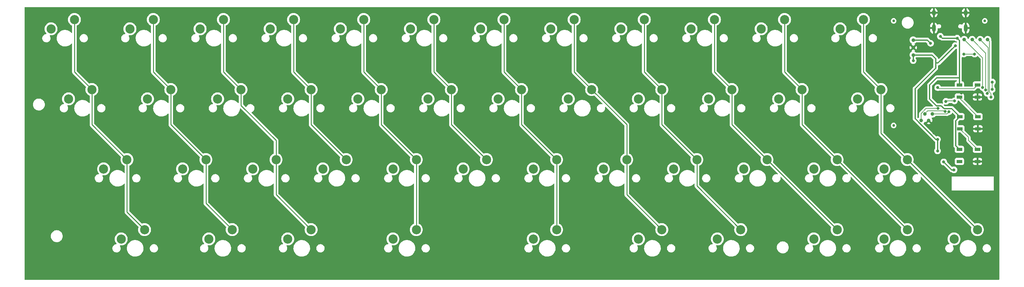
<source format=gtl>
G04 #@! TF.GenerationSoftware,KiCad,Pcbnew,7.0.2*
G04 #@! TF.CreationDate,2023-04-29T17:08:36+02:00*
G04 #@! TF.ProjectId,Tanuki_Ext_PCB,54616e75-6b69-45f4-9578-745f5043422e,rev?*
G04 #@! TF.SameCoordinates,Original*
G04 #@! TF.FileFunction,Copper,L1,Top*
G04 #@! TF.FilePolarity,Positive*
%FSLAX46Y46*%
G04 Gerber Fmt 4.6, Leading zero omitted, Abs format (unit mm)*
G04 Created by KiCad (PCBNEW 7.0.2) date 2023-04-29 17:08:36*
%MOMM*%
%LPD*%
G01*
G04 APERTURE LIST*
G04 #@! TA.AperFunction,ComponentPad*
%ADD10C,2.500000*%
G04 #@! TD*
G04 #@! TA.AperFunction,SMDPad,CuDef*
%ADD11C,1.000000*%
G04 #@! TD*
G04 #@! TA.AperFunction,SMDPad,CuDef*
%ADD12C,0.750000*%
G04 #@! TD*
G04 #@! TA.AperFunction,SMDPad,CuDef*
%ADD13R,1.500000X0.900000*%
G04 #@! TD*
G04 #@! TA.AperFunction,ComponentPad*
%ADD14O,1.000000X1.600000*%
G04 #@! TD*
G04 #@! TA.AperFunction,ComponentPad*
%ADD15O,1.000000X2.100000*%
G04 #@! TD*
G04 #@! TA.AperFunction,ViaPad*
%ADD16C,0.800000*%
G04 #@! TD*
G04 #@! TA.AperFunction,Conductor*
%ADD17C,0.154000*%
G04 #@! TD*
G04 #@! TA.AperFunction,Conductor*
%ADD18C,0.300000*%
G04 #@! TD*
G04 #@! TA.AperFunction,Conductor*
%ADD19C,0.250000*%
G04 #@! TD*
G04 APERTURE END LIST*
D10*
X231933750Y-83185000D03*
X238283750Y-80645000D03*
X46196250Y-26035000D03*
X52546250Y-23495000D03*
X231933750Y-64135000D03*
X238283750Y-61595000D03*
X43815000Y-83185000D03*
X50165000Y-80645000D03*
D11*
X263144000Y-50927000D03*
D10*
X79533750Y-64135000D03*
X85883750Y-61595000D03*
X160496250Y-26035000D03*
X166846250Y-23495000D03*
X155733750Y-64135000D03*
X162083750Y-61595000D03*
D11*
X258953000Y-33147000D03*
D10*
X184308750Y-45085000D03*
X190658750Y-42545000D03*
X165258750Y-45085000D03*
X171608750Y-42545000D03*
X122396250Y-26035000D03*
X128746250Y-23495000D03*
X50958750Y-45085000D03*
X57308750Y-42545000D03*
X239077500Y-26035000D03*
X245427500Y-23495000D03*
X243840000Y-45085000D03*
X250190000Y-42545000D03*
X184308750Y-83185000D03*
X190658750Y-80645000D03*
X155733750Y-83185000D03*
X162083750Y-80645000D03*
X212883750Y-64135000D03*
X219233750Y-61595000D03*
D11*
X274955000Y-28956000D03*
D10*
X89058750Y-45085000D03*
X95408750Y-42545000D03*
X174783750Y-64135000D03*
X181133750Y-61595000D03*
X60483750Y-64135000D03*
X66833750Y-61595000D03*
D11*
X258953000Y-29083000D03*
D12*
X253619000Y-52324000D03*
D10*
X136683750Y-64135000D03*
X143033750Y-61595000D03*
X250983750Y-83185000D03*
X257333750Y-80645000D03*
D11*
X262128000Y-49149000D03*
D10*
X217646250Y-26035000D03*
X223996250Y-23495000D03*
X179546250Y-26035000D03*
X185896250Y-23495000D03*
X250983750Y-64135000D03*
X257333750Y-61595000D03*
X84296250Y-26035000D03*
X90646250Y-23495000D03*
X89058750Y-83185000D03*
X95408750Y-80645000D03*
X203358750Y-45085000D03*
X209708750Y-42545000D03*
X98583750Y-64135000D03*
X104933750Y-61595000D03*
X141446250Y-26035000D03*
X147796250Y-23495000D03*
X127158750Y-45085000D03*
X133508750Y-42545000D03*
X198596250Y-26035000D03*
X204946250Y-23495000D03*
D12*
X253619000Y-23876000D03*
D11*
X279146000Y-28956000D03*
D10*
X24765000Y-26035000D03*
X31115000Y-23495000D03*
D13*
X271616000Y-49912000D03*
X271616000Y-53212000D03*
X276516000Y-53212000D03*
X276516000Y-49912000D03*
D10*
X29527500Y-45085000D03*
X35877500Y-42545000D03*
X39052500Y-64135000D03*
X45402500Y-61595000D03*
D11*
X258953000Y-31115000D03*
X272796000Y-28956000D03*
D13*
X271489000Y-41276000D03*
X271489000Y-44576000D03*
X276389000Y-44576000D03*
X276389000Y-41276000D03*
D10*
X117633750Y-64135000D03*
X123983750Y-61595000D03*
X193833750Y-64135000D03*
X200183750Y-61595000D03*
X146208750Y-45085000D03*
X152558750Y-42545000D03*
X117633750Y-83185000D03*
X123983750Y-80645000D03*
D13*
X271489000Y-58802000D03*
X271489000Y-62102000D03*
X276389000Y-62102000D03*
X276389000Y-58802000D03*
D10*
X108108750Y-45085000D03*
X114458750Y-42545000D03*
X67627500Y-83185000D03*
X73977500Y-80645000D03*
X205740000Y-83185000D03*
X212090000Y-80645000D03*
X270033750Y-83185000D03*
X276383750Y-80645000D03*
X103346250Y-26035000D03*
X109696250Y-23495000D03*
D11*
X261112000Y-50927000D03*
D12*
X278384000Y-23876000D03*
D11*
X264160000Y-49149000D03*
D10*
X222408750Y-45085000D03*
X228758750Y-42545000D03*
X70008750Y-45085000D03*
X76358750Y-42545000D03*
X65246250Y-26035000D03*
X71596250Y-23495000D03*
D11*
X277114000Y-28956000D03*
D14*
X264539000Y-21658000D03*
D15*
X264539000Y-25838000D03*
D14*
X273179000Y-21658000D03*
D15*
X273179000Y-25838000D03*
D16*
X270383000Y-30607000D03*
X270129000Y-45642002D03*
X272669000Y-32893000D03*
X267224956Y-62246956D03*
X275608184Y-32893000D03*
X265557000Y-59223500D03*
X265557000Y-56119500D03*
X258953000Y-34671000D03*
X270002000Y-64389000D03*
X267814064Y-45758780D03*
X131699000Y-68707000D03*
X219456000Y-81915000D03*
X264033000Y-87122000D03*
X169799000Y-66802000D03*
X97536000Y-29210000D03*
X262890000Y-62611000D03*
X271992500Y-43526498D03*
X273685000Y-49530000D03*
X175133000Y-28321000D03*
X83058000Y-45212000D03*
X233426000Y-29845000D03*
X136144000Y-23241000D03*
X268478000Y-21717000D03*
X264541000Y-54356000D03*
X227457000Y-64262000D03*
X29210000Y-89789000D03*
X279146000Y-22606000D03*
X112395000Y-64897000D03*
X208153000Y-32004000D03*
X171450000Y-84709000D03*
X120650000Y-46736000D03*
X28448000Y-66802000D03*
X41656000Y-43815000D03*
X80645000Y-84328000D03*
X266192000Y-32385000D03*
X133731000Y-84582000D03*
X60198000Y-27178000D03*
X279527000Y-48514000D03*
X149225000Y-63754000D03*
X279908000Y-62992000D03*
X38608000Y-26797000D03*
X53467000Y-67183000D03*
X260731000Y-47371000D03*
X274447000Y-39497000D03*
X117348000Y-22352000D03*
X197993000Y-82931000D03*
X257302000Y-47752000D03*
X252984000Y-21590000D03*
X63881000Y-44704000D03*
X103378000Y-83566000D03*
X206375000Y-63119000D03*
X276352000Y-34544000D03*
X198501000Y-46863000D03*
X93472000Y-63754000D03*
X24892000Y-41275000D03*
X261597480Y-44374500D03*
X245237000Y-64643000D03*
X244348000Y-82296000D03*
X237109000Y-47752000D03*
X101092000Y-45974000D03*
X142367000Y-45847000D03*
X78740000Y-28575000D03*
X158623000Y-47752000D03*
X188087000Y-64516000D03*
X74041000Y-65659000D03*
X280543000Y-76454000D03*
X59690000Y-85217000D03*
X269240000Y-55626000D03*
X216408000Y-47498000D03*
X179197000Y-44704000D03*
X155575000Y-22860000D03*
X148209000Y-84455000D03*
X270891000Y-28575000D03*
X266319000Y-28067000D03*
X263652000Y-29972000D03*
X265600500Y-42008736D03*
X268634642Y-48599500D03*
X267639637Y-48472500D03*
X265684000Y-47695500D03*
X280374500Y-42515358D03*
X280416000Y-40513000D03*
X277802460Y-41981000D03*
X278578331Y-42657500D03*
X279021000Y-43561000D03*
X280020500Y-44577000D03*
D17*
X267930842Y-45642002D02*
X267814064Y-45758780D01*
D18*
X259461000Y-50478082D02*
X259461000Y-42304000D01*
X265049000Y-34163000D02*
X264033000Y-33147000D01*
X265049000Y-36170000D02*
X265049000Y-35331000D01*
X258953000Y-34671000D02*
X258953000Y-33147000D01*
X269367000Y-64389000D02*
X267224956Y-62246956D01*
X265659000Y-35331000D02*
X270383000Y-30607000D01*
X270002000Y-64389000D02*
X269367000Y-64389000D01*
X259461000Y-42304000D02*
X265049000Y-36716000D01*
X265049000Y-35331000D02*
X265659000Y-35331000D01*
X265557000Y-56119500D02*
X265102418Y-56119500D01*
D17*
X270129000Y-45642002D02*
X267930842Y-45642002D01*
D18*
X265049000Y-36716000D02*
X265049000Y-36170000D01*
X265557000Y-59223500D02*
X265557000Y-56119500D01*
X265049000Y-36170000D02*
X265049000Y-34163000D01*
X265102418Y-56119500D02*
X259461000Y-50478082D01*
X264033000Y-33147000D02*
X258953000Y-33147000D01*
D17*
X272669000Y-32893000D02*
X275608184Y-32893000D01*
D18*
X271489000Y-41276000D02*
X271489000Y-29173000D01*
X271489000Y-29173000D02*
X270891000Y-28575000D01*
X263398000Y-41275000D02*
X263398000Y-45085000D01*
X271489000Y-39370000D02*
X265303000Y-39370000D01*
X265303000Y-39370000D02*
X263398000Y-41275000D01*
X263652000Y-29972000D02*
X262763000Y-29083000D01*
X265258500Y-46945500D02*
X266551976Y-46945500D01*
X270891000Y-28575000D02*
X266827000Y-28575000D01*
X271616000Y-49912000D02*
X270516000Y-51012000D01*
X266827000Y-28575000D02*
X266319000Y-28067000D01*
X267328976Y-47722500D02*
X269426500Y-47722500D01*
X262763000Y-29083000D02*
X258953000Y-29083000D01*
X269426500Y-47722500D02*
X271616000Y-49912000D01*
X263398000Y-45085000D02*
X265258500Y-46945500D01*
X270516000Y-57829000D02*
X271489000Y-58802000D01*
X266551976Y-46945500D02*
X267328976Y-47722500D01*
X271489000Y-41276000D02*
X271489000Y-39370000D01*
X270516000Y-51012000D02*
X270516000Y-57829000D01*
D17*
X271489000Y-44576000D02*
X271489000Y-44885000D01*
X271489000Y-44885000D02*
X276516000Y-49912000D01*
X265882764Y-42291000D02*
X275374000Y-42291000D01*
X275374000Y-42291000D02*
X276389000Y-41276000D01*
X265600500Y-42008736D02*
X265882764Y-42291000D01*
X271616000Y-53212000D02*
X273939000Y-55535000D01*
X273939000Y-56352000D02*
X276389000Y-58802000D01*
X273939000Y-55535000D02*
X273939000Y-56352000D01*
D19*
X35877500Y-52070000D02*
X45402500Y-61595000D01*
X45402500Y-75882500D02*
X50165000Y-80645000D01*
X31115000Y-37782500D02*
X35877500Y-42545000D01*
X45402500Y-61595000D02*
X45402500Y-75882500D01*
X35877500Y-42545000D02*
X35877500Y-52070000D01*
X31115000Y-23495000D02*
X31115000Y-37782500D01*
X66833750Y-61595000D02*
X66833750Y-73501250D01*
X66833750Y-73501250D02*
X73977500Y-80645000D01*
X57308750Y-52070000D02*
X66833750Y-61595000D01*
X57308750Y-42545000D02*
X57308750Y-52070000D01*
X52546250Y-23495000D02*
X52546250Y-37782500D01*
X52546250Y-37782500D02*
X57308750Y-42545000D01*
X76358750Y-42545000D02*
X76358750Y-46852767D01*
X85883750Y-56377767D02*
X85883750Y-61595000D01*
X76358750Y-46852767D02*
X85883750Y-56377767D01*
X85883750Y-71120000D02*
X95408750Y-80645000D01*
X85883750Y-61595000D02*
X85883750Y-71120000D01*
X71596250Y-23495000D02*
X71596250Y-37782500D01*
X71596250Y-37782500D02*
X76358750Y-42545000D01*
X90646250Y-23495000D02*
X90646250Y-37782500D01*
X95408750Y-42545000D02*
X95408750Y-52070000D01*
X95408750Y-52070000D02*
X104933750Y-61595000D01*
X90646250Y-37782500D02*
X95408750Y-42545000D01*
X109696250Y-37782500D02*
X114458750Y-42545000D01*
X109696250Y-23495000D02*
X109696250Y-37782500D01*
X123983750Y-61595000D02*
X123983750Y-80645000D01*
X114458750Y-52070000D02*
X123983750Y-61595000D01*
X114458750Y-42545000D02*
X114458750Y-52070000D01*
X128746250Y-23495000D02*
X128746250Y-37782500D01*
X128746250Y-37782500D02*
X133508750Y-42545000D01*
X133508750Y-42545000D02*
X133508750Y-52070000D01*
X133508750Y-52070000D02*
X143033750Y-61595000D01*
X152558750Y-52070000D02*
X162083750Y-61595000D01*
X162083750Y-61595000D02*
X162083750Y-80645000D01*
X147796250Y-23495000D02*
X147796250Y-37782500D01*
X162083750Y-61753750D02*
X162560000Y-62230000D01*
X147796250Y-37782500D02*
X152558750Y-42545000D01*
X162083750Y-61595000D02*
X162083750Y-61753750D01*
X152558750Y-42545000D02*
X152558750Y-52070000D01*
X181133750Y-61595000D02*
X181133750Y-71120000D01*
X166846250Y-23495000D02*
X166846250Y-37782500D01*
X181133750Y-71120000D02*
X190658750Y-80645000D01*
X166846250Y-37782500D02*
X171608750Y-42545000D01*
X171608750Y-42545000D02*
X181133750Y-52070000D01*
X181133750Y-52070000D02*
X181133750Y-61595000D01*
X200183750Y-68738750D02*
X212090000Y-80645000D01*
X185896250Y-37782500D02*
X190658750Y-42545000D01*
X190658750Y-42545000D02*
X190658750Y-52070000D01*
X200183750Y-61595000D02*
X200183750Y-68738750D01*
X190658750Y-52070000D02*
X200183750Y-61595000D01*
X185896250Y-23495000D02*
X185896250Y-37782500D01*
X204946250Y-23495000D02*
X204946250Y-37782500D01*
X204946250Y-37782500D02*
X209708750Y-42545000D01*
X219233750Y-61595000D02*
X238283750Y-80645000D01*
X209708750Y-52070000D02*
X219233750Y-61595000D01*
X209708750Y-42545000D02*
X209708750Y-52070000D01*
X223996250Y-37782500D02*
X228758750Y-42545000D01*
X223996250Y-23495000D02*
X223996250Y-37782500D01*
X228758750Y-42545000D02*
X228758750Y-52070000D01*
X238283750Y-61595000D02*
X257333750Y-80645000D01*
X228758750Y-52070000D02*
X238283750Y-61595000D01*
X250190000Y-42545000D02*
X250190000Y-54451250D01*
X250190000Y-54451250D02*
X257333750Y-61595000D01*
X245427500Y-23495000D02*
X245427500Y-37782500D01*
X245427500Y-37782500D02*
X250190000Y-42545000D01*
X257333750Y-61595000D02*
X276383750Y-80645000D01*
D17*
X268097000Y-49137142D02*
X268097000Y-49149000D01*
X268097000Y-49149000D02*
X264160000Y-49149000D01*
X268634642Y-48599500D02*
X268097000Y-49137142D01*
X267539137Y-48372000D02*
X262905000Y-48372000D01*
X267639637Y-48472500D02*
X267539137Y-48372000D01*
X262905000Y-48372000D02*
X262128000Y-49149000D01*
X265684000Y-47695500D02*
X262482656Y-47695500D01*
X262482656Y-47695500D02*
X261112000Y-49066156D01*
X261112000Y-49066156D02*
X261112000Y-50927000D01*
X280389000Y-41057709D02*
X280374500Y-41072209D01*
X280374500Y-41072209D02*
X280374500Y-42515358D01*
X280416000Y-40513000D02*
X280389000Y-40540000D01*
X280389000Y-40540000D02*
X280389000Y-41057709D01*
X277802460Y-41981000D02*
X277802460Y-33962460D01*
X277802460Y-33962460D02*
X272796000Y-28956000D01*
X278638000Y-42597831D02*
X278638000Y-32639000D01*
X278638000Y-32639000D02*
X274955000Y-28956000D01*
X278578331Y-42657500D02*
X278638000Y-42597831D01*
X279273000Y-31115000D02*
X277114000Y-28956000D01*
X279273000Y-43309000D02*
X279273000Y-31115000D01*
X279021000Y-43561000D02*
X279273000Y-43309000D01*
X279654000Y-29464000D02*
X279146000Y-28956000D01*
X280020500Y-44577000D02*
X280020500Y-43603077D01*
X280020500Y-43603077D02*
X279654000Y-43236577D01*
X279654000Y-43236577D02*
X279654000Y-29464000D01*
G04 #@! TA.AperFunction,Conductor*
G36*
X270796590Y-31487925D02*
G01*
X270833804Y-31547060D01*
X270838500Y-31580862D01*
X270838500Y-38595500D01*
X270818815Y-38662539D01*
X270766011Y-38708294D01*
X270714500Y-38719500D01*
X265388505Y-38719500D01*
X265367295Y-38717158D01*
X265294738Y-38719439D01*
X265290843Y-38719500D01*
X265262075Y-38719500D01*
X265258213Y-38719987D01*
X265258192Y-38719989D01*
X265257681Y-38720054D01*
X265246059Y-38720968D01*
X265200428Y-38722402D01*
X265180052Y-38728322D01*
X265161006Y-38732267D01*
X265139939Y-38734928D01*
X265097487Y-38751736D01*
X265086439Y-38755519D01*
X265042600Y-38768256D01*
X265024330Y-38779061D01*
X265006862Y-38787618D01*
X264995463Y-38792132D01*
X264987126Y-38795433D01*
X264950191Y-38822266D01*
X264940435Y-38828675D01*
X264901135Y-38851918D01*
X264886125Y-38866928D01*
X264871336Y-38879558D01*
X264854164Y-38892034D01*
X264825057Y-38927218D01*
X264817196Y-38935856D01*
X262998484Y-40754568D01*
X262981831Y-40767910D01*
X262932133Y-40820833D01*
X262929428Y-40823625D01*
X262909089Y-40843965D01*
X262906713Y-40847027D01*
X262906702Y-40847040D01*
X262906378Y-40847459D01*
X262898806Y-40856323D01*
X262867550Y-40889607D01*
X262857322Y-40908212D01*
X262846645Y-40924467D01*
X262833636Y-40941238D01*
X262815506Y-40983132D01*
X262810370Y-40993616D01*
X262788372Y-41033632D01*
X262783091Y-41054199D01*
X262776791Y-41072600D01*
X262768364Y-41092074D01*
X262761223Y-41137161D01*
X262758855Y-41148598D01*
X262747499Y-41192824D01*
X262747500Y-41214045D01*
X262745973Y-41233444D01*
X262742652Y-41254405D01*
X262746949Y-41299860D01*
X262747499Y-41311528D01*
X262747499Y-44999501D01*
X262745158Y-45020708D01*
X262747439Y-45093262D01*
X262747500Y-45097156D01*
X262747500Y-45125925D01*
X262747987Y-45129785D01*
X262747989Y-45129808D01*
X262748054Y-45130320D01*
X262748968Y-45141942D01*
X262750402Y-45187569D01*
X262756323Y-45207950D01*
X262760267Y-45226995D01*
X262762928Y-45248059D01*
X262779737Y-45290515D01*
X262783520Y-45301563D01*
X262796256Y-45345400D01*
X262807061Y-45363670D01*
X262815621Y-45381143D01*
X262823432Y-45400871D01*
X262833450Y-45414660D01*
X262850267Y-45437808D01*
X262856673Y-45447560D01*
X262879919Y-45486865D01*
X262879921Y-45486867D01*
X262894925Y-45501871D01*
X262907564Y-45516669D01*
X262920037Y-45533837D01*
X262955212Y-45562936D01*
X262963854Y-45570800D01*
X264299373Y-46906319D01*
X264332858Y-46967642D01*
X264327874Y-47037334D01*
X264286002Y-47093267D01*
X264220538Y-47117684D01*
X264211692Y-47118000D01*
X262528632Y-47118000D01*
X262512446Y-47116939D01*
X262482655Y-47113016D01*
X262444807Y-47118000D01*
X262331897Y-47132865D01*
X262191414Y-47191055D01*
X262070776Y-47283622D01*
X262052480Y-47307466D01*
X262041787Y-47319659D01*
X260736161Y-48625285D01*
X260723969Y-48635978D01*
X260700122Y-48654277D01*
X260661038Y-48705214D01*
X260626290Y-48750500D01*
X260612577Y-48768371D01*
X260607554Y-48774915D01*
X260549365Y-48915398D01*
X260529516Y-49066156D01*
X260533439Y-49095946D01*
X260534500Y-49112132D01*
X260534500Y-50048003D01*
X260514815Y-50115042D01*
X260489166Y-50143855D01*
X260401116Y-50216117D01*
X260360734Y-50265322D01*
X260302988Y-50304656D01*
X260233144Y-50306525D01*
X260177201Y-50274337D01*
X260147818Y-50244954D01*
X260114333Y-50183631D01*
X260111499Y-50157282D01*
X260111500Y-42624806D01*
X260131185Y-42557768D01*
X260147814Y-42537131D01*
X265448513Y-37236431D01*
X265465162Y-37223094D01*
X265466936Y-37221204D01*
X265466940Y-37221202D01*
X265514897Y-37170131D01*
X265517515Y-37167429D01*
X265537911Y-37147035D01*
X265540610Y-37143554D01*
X265548184Y-37134685D01*
X265579448Y-37101393D01*
X265589675Y-37082787D01*
X265600348Y-37066539D01*
X265613362Y-37049764D01*
X265631495Y-37007857D01*
X265636625Y-36997387D01*
X265658627Y-36957368D01*
X265663903Y-36936813D01*
X265670206Y-36918402D01*
X265678635Y-36898927D01*
X265685777Y-36853825D01*
X265688140Y-36842418D01*
X265699500Y-36798177D01*
X265699500Y-36776948D01*
X265701027Y-36757549D01*
X265704346Y-36736593D01*
X265700050Y-36691156D01*
X265699499Y-36679484D01*
X265699500Y-36129075D01*
X265699500Y-36090873D01*
X265719185Y-36023834D01*
X265771989Y-35978079D01*
X265807956Y-35967852D01*
X265822058Y-35966071D01*
X265864520Y-35949258D01*
X265875557Y-35945480D01*
X265919398Y-35932744D01*
X265937670Y-35921936D01*
X265955136Y-35913380D01*
X265974871Y-35905568D01*
X266011816Y-35878725D01*
X266021548Y-35872332D01*
X266060865Y-35849081D01*
X266075874Y-35834071D01*
X266090663Y-35821439D01*
X266107837Y-35808963D01*
X266136946Y-35773774D01*
X266144790Y-35765154D01*
X270366126Y-31543819D01*
X270427450Y-31510334D01*
X270453808Y-31507500D01*
X270477648Y-31507500D01*
X270662800Y-31468145D01*
X270662801Y-31468144D01*
X270662803Y-31468144D01*
X270664063Y-31467582D01*
X270667807Y-31467080D01*
X270675551Y-31465435D01*
X270675676Y-31466025D01*
X270733313Y-31458297D01*
X270796590Y-31487925D01*
G37*
G04 #@! TD.AperFunction*
G04 #@! TA.AperFunction,Conductor*
G36*
X276433696Y-33430282D02*
G01*
X276484181Y-33460890D01*
X276816792Y-33793500D01*
X277188641Y-34165349D01*
X277222126Y-34226672D01*
X277224960Y-34253030D01*
X277224960Y-40201500D01*
X277205275Y-40268539D01*
X277152471Y-40314294D01*
X277100960Y-40325500D01*
X275594439Y-40325500D01*
X275594420Y-40325500D01*
X275591128Y-40325501D01*
X275587848Y-40325853D01*
X275587840Y-40325854D01*
X275531515Y-40331909D01*
X275396669Y-40382204D01*
X275281454Y-40468454D01*
X275195204Y-40583668D01*
X275144910Y-40718515D01*
X275144909Y-40718517D01*
X275138500Y-40778127D01*
X275138500Y-40781448D01*
X275138500Y-40781449D01*
X275138500Y-41589500D01*
X275118815Y-41656539D01*
X275066011Y-41702294D01*
X275014500Y-41713500D01*
X272863500Y-41713500D01*
X272796461Y-41693815D01*
X272750706Y-41641011D01*
X272739500Y-41589500D01*
X272739499Y-40781439D01*
X272739499Y-40778128D01*
X272733091Y-40718517D01*
X272682796Y-40583669D01*
X272596546Y-40468454D01*
X272481331Y-40382204D01*
X272346483Y-40331909D01*
X272286873Y-40325500D01*
X272283551Y-40325500D01*
X272263500Y-40325500D01*
X272196461Y-40305815D01*
X272150706Y-40253011D01*
X272139500Y-40201500D01*
X272139500Y-39443208D01*
X272141697Y-39419970D01*
X272143376Y-39411168D01*
X272139745Y-39353457D01*
X272139500Y-39345670D01*
X272139500Y-33833914D01*
X272159185Y-33766875D01*
X272211989Y-33721120D01*
X272281147Y-33711176D01*
X272313932Y-33720633D01*
X272371195Y-33746129D01*
X272389199Y-33754145D01*
X272574352Y-33793500D01*
X272574354Y-33793500D01*
X272763648Y-33793500D01*
X272888908Y-33766875D01*
X272948803Y-33754144D01*
X273121730Y-33677151D01*
X273274871Y-33565888D01*
X273323817Y-33511527D01*
X273383303Y-33474879D01*
X273415967Y-33470500D01*
X274861217Y-33470500D01*
X274928256Y-33490185D01*
X274953367Y-33511528D01*
X275002313Y-33565889D01*
X275155453Y-33677151D01*
X275328381Y-33754144D01*
X275513536Y-33793500D01*
X275513538Y-33793500D01*
X275702832Y-33793500D01*
X275828092Y-33766875D01*
X275887987Y-33754144D01*
X276060914Y-33677151D01*
X276214055Y-33565888D01*
X276304355Y-33465599D01*
X276363839Y-33428953D01*
X276433696Y-33430282D01*
G37*
G04 #@! TD.AperFunction*
G04 #@! TA.AperFunction,Conductor*
G36*
X282260584Y-20126911D02*
G01*
X282306339Y-20179715D01*
X282317545Y-20231226D01*
X282317545Y-94192027D01*
X282297860Y-94259066D01*
X282245056Y-94304821D01*
X282193545Y-94316027D01*
X17726411Y-94316027D01*
X17659372Y-94296342D01*
X17613617Y-94243538D01*
X17602411Y-94192027D01*
X17602411Y-85671203D01*
X41415661Y-85671203D01*
X41425888Y-85885904D01*
X41476564Y-86094794D01*
X41565852Y-86290309D01*
X41678600Y-86448641D01*
X41690534Y-86465399D01*
X41846097Y-86613727D01*
X41920083Y-86661275D01*
X42026917Y-86729934D01*
X42066962Y-86745965D01*
X42226468Y-86809822D01*
X42437528Y-86850500D01*
X42595664Y-86850500D01*
X42598618Y-86850500D01*
X42601569Y-86850218D01*
X42601573Y-86850218D01*
X42660398Y-86844600D01*
X42758971Y-86835188D01*
X42965209Y-86774631D01*
X43156259Y-86676138D01*
X43325217Y-86543268D01*
X43465976Y-86380824D01*
X43573448Y-86194677D01*
X43643750Y-85991554D01*
X43671237Y-85800369D01*
X45370723Y-85800369D01*
X45371137Y-85804490D01*
X45371138Y-85804501D01*
X45400466Y-86096034D01*
X45400467Y-86096044D01*
X45400882Y-86100162D01*
X45401842Y-86104193D01*
X45401843Y-86104195D01*
X45446196Y-86290310D01*
X45470731Y-86393261D01*
X45579023Y-86674434D01*
X45581007Y-86678055D01*
X45581013Y-86678067D01*
X45638618Y-86783182D01*
X45723825Y-86938665D01*
X45726281Y-86941998D01*
X45726284Y-86942003D01*
X45817722Y-87066103D01*
X45902554Y-87181238D01*
X46112020Y-87397824D01*
X46231737Y-87492363D01*
X46345230Y-87581988D01*
X46345234Y-87581990D01*
X46348485Y-87584558D01*
X46607730Y-87738109D01*
X46611534Y-87739722D01*
X46611538Y-87739724D01*
X46716578Y-87784264D01*
X46885128Y-87855736D01*
X47175729Y-87935340D01*
X47474347Y-87975500D01*
X47478488Y-87975500D01*
X47698162Y-87975500D01*
X47700244Y-87975500D01*
X47925634Y-87960412D01*
X48220903Y-87900396D01*
X48505537Y-87801560D01*
X48774459Y-87665668D01*
X49022869Y-87495144D01*
X49246333Y-87293032D01*
X49440865Y-87062939D01*
X49602993Y-86808970D01*
X49729823Y-86535658D01*
X49819093Y-86247879D01*
X49869209Y-85950770D01*
X49878556Y-85671203D01*
X51575661Y-85671203D01*
X51585888Y-85885903D01*
X51585888Y-85885904D01*
X51636564Y-86094794D01*
X51725852Y-86290309D01*
X51838601Y-86448641D01*
X51850534Y-86465399D01*
X52006097Y-86613727D01*
X52080083Y-86661275D01*
X52186917Y-86729934D01*
X52226962Y-86745965D01*
X52386468Y-86809822D01*
X52597528Y-86850500D01*
X52755664Y-86850500D01*
X52758618Y-86850500D01*
X52761569Y-86850218D01*
X52761573Y-86850218D01*
X52820398Y-86844600D01*
X52918971Y-86835188D01*
X53125209Y-86774631D01*
X53316259Y-86676138D01*
X53485217Y-86543268D01*
X53625976Y-86380824D01*
X53733448Y-86194677D01*
X53803750Y-85991554D01*
X53834339Y-85778797D01*
X53829214Y-85671203D01*
X65228161Y-85671203D01*
X65238387Y-85885904D01*
X65238388Y-85885904D01*
X65289064Y-86094794D01*
X65378352Y-86290309D01*
X65491101Y-86448641D01*
X65503034Y-86465399D01*
X65658597Y-86613727D01*
X65732583Y-86661275D01*
X65839417Y-86729934D01*
X65879462Y-86745965D01*
X66038968Y-86809822D01*
X66250028Y-86850500D01*
X66408164Y-86850500D01*
X66411118Y-86850500D01*
X66414069Y-86850218D01*
X66414073Y-86850218D01*
X66472898Y-86844600D01*
X66571471Y-86835188D01*
X66777709Y-86774631D01*
X66968759Y-86676138D01*
X67137717Y-86543268D01*
X67278476Y-86380824D01*
X67385948Y-86194677D01*
X67456250Y-85991554D01*
X67483737Y-85800369D01*
X69183223Y-85800369D01*
X69183637Y-85804490D01*
X69183638Y-85804501D01*
X69212966Y-86096034D01*
X69212967Y-86096044D01*
X69213382Y-86100162D01*
X69214342Y-86104193D01*
X69214343Y-86104195D01*
X69258696Y-86290310D01*
X69283231Y-86393261D01*
X69391523Y-86674434D01*
X69393507Y-86678055D01*
X69393513Y-86678067D01*
X69451118Y-86783182D01*
X69536325Y-86938665D01*
X69538781Y-86941998D01*
X69538784Y-86942003D01*
X69630222Y-87066103D01*
X69715054Y-87181238D01*
X69924520Y-87397824D01*
X70044237Y-87492363D01*
X70157730Y-87581988D01*
X70157734Y-87581990D01*
X70160985Y-87584558D01*
X70420230Y-87738109D01*
X70424034Y-87739722D01*
X70424038Y-87739724D01*
X70529078Y-87784264D01*
X70697628Y-87855736D01*
X70988229Y-87935340D01*
X71286847Y-87975500D01*
X71290988Y-87975500D01*
X71510662Y-87975500D01*
X71512744Y-87975500D01*
X71738134Y-87960412D01*
X72033403Y-87900396D01*
X72318037Y-87801560D01*
X72586959Y-87665668D01*
X72835369Y-87495144D01*
X73058833Y-87293032D01*
X73253365Y-87062939D01*
X73415493Y-86808970D01*
X73542323Y-86535658D01*
X73631593Y-86247879D01*
X73681709Y-85950770D01*
X73691056Y-85671203D01*
X75388161Y-85671203D01*
X75398388Y-85885903D01*
X75398388Y-85885904D01*
X75449064Y-86094794D01*
X75538352Y-86290309D01*
X75651100Y-86448641D01*
X75663034Y-86465399D01*
X75818597Y-86613727D01*
X75892583Y-86661275D01*
X75999417Y-86729934D01*
X76039462Y-86745965D01*
X76198968Y-86809822D01*
X76410028Y-86850500D01*
X76568164Y-86850500D01*
X76571118Y-86850500D01*
X76574069Y-86850218D01*
X76574073Y-86850218D01*
X76632898Y-86844600D01*
X76731471Y-86835188D01*
X76937709Y-86774631D01*
X77128759Y-86676138D01*
X77297717Y-86543268D01*
X77438476Y-86380824D01*
X77545948Y-86194677D01*
X77616250Y-85991554D01*
X77646839Y-85778797D01*
X77641714Y-85671203D01*
X86659411Y-85671203D01*
X86669637Y-85885904D01*
X86669638Y-85885904D01*
X86720314Y-86094794D01*
X86809602Y-86290309D01*
X86922350Y-86448641D01*
X86934284Y-86465399D01*
X87089847Y-86613727D01*
X87163833Y-86661275D01*
X87270667Y-86729934D01*
X87310712Y-86745965D01*
X87470218Y-86809822D01*
X87681278Y-86850500D01*
X87839414Y-86850500D01*
X87842368Y-86850500D01*
X87845319Y-86850218D01*
X87845323Y-86850218D01*
X87904148Y-86844600D01*
X88002721Y-86835188D01*
X88208959Y-86774631D01*
X88400009Y-86676138D01*
X88568967Y-86543268D01*
X88709726Y-86380824D01*
X88817198Y-86194677D01*
X88887500Y-85991554D01*
X88914987Y-85800369D01*
X90614473Y-85800369D01*
X90614887Y-85804490D01*
X90614888Y-85804501D01*
X90644216Y-86096034D01*
X90644217Y-86096044D01*
X90644632Y-86100162D01*
X90645592Y-86104193D01*
X90645593Y-86104195D01*
X90689946Y-86290310D01*
X90714481Y-86393261D01*
X90822773Y-86674434D01*
X90824757Y-86678055D01*
X90824763Y-86678067D01*
X90882368Y-86783182D01*
X90967575Y-86938665D01*
X90970031Y-86941998D01*
X90970034Y-86942003D01*
X91061472Y-87066103D01*
X91146304Y-87181238D01*
X91355770Y-87397824D01*
X91475487Y-87492363D01*
X91588980Y-87581988D01*
X91588984Y-87581990D01*
X91592235Y-87584558D01*
X91851480Y-87738109D01*
X91855284Y-87739722D01*
X91855288Y-87739724D01*
X91960328Y-87784264D01*
X92128878Y-87855736D01*
X92419479Y-87935340D01*
X92718097Y-87975500D01*
X92722238Y-87975500D01*
X92941912Y-87975500D01*
X92943994Y-87975500D01*
X93169384Y-87960412D01*
X93464653Y-87900396D01*
X93749287Y-87801560D01*
X94018209Y-87665668D01*
X94266619Y-87495144D01*
X94490083Y-87293032D01*
X94684615Y-87062939D01*
X94846743Y-86808970D01*
X94973573Y-86535658D01*
X95062843Y-86247879D01*
X95112959Y-85950770D01*
X95122306Y-85671203D01*
X96819411Y-85671203D01*
X96829637Y-85885903D01*
X96829638Y-85885904D01*
X96880314Y-86094794D01*
X96969602Y-86290309D01*
X97082351Y-86448641D01*
X97094284Y-86465399D01*
X97249847Y-86613727D01*
X97323833Y-86661275D01*
X97430667Y-86729934D01*
X97470712Y-86745965D01*
X97630218Y-86809822D01*
X97841278Y-86850500D01*
X97999414Y-86850500D01*
X98002368Y-86850500D01*
X98005319Y-86850218D01*
X98005323Y-86850218D01*
X98064148Y-86844600D01*
X98162721Y-86835188D01*
X98368959Y-86774631D01*
X98560009Y-86676138D01*
X98728967Y-86543268D01*
X98869726Y-86380824D01*
X98977198Y-86194677D01*
X99047500Y-85991554D01*
X99078089Y-85778797D01*
X99072964Y-85671203D01*
X115234411Y-85671203D01*
X115244638Y-85885903D01*
X115244638Y-85885904D01*
X115295314Y-86094794D01*
X115384602Y-86290309D01*
X115497350Y-86448641D01*
X115509284Y-86465399D01*
X115664847Y-86613727D01*
X115738833Y-86661275D01*
X115845667Y-86729934D01*
X115885712Y-86745965D01*
X116045218Y-86809822D01*
X116256278Y-86850500D01*
X116414414Y-86850500D01*
X116417368Y-86850500D01*
X116420319Y-86850218D01*
X116420323Y-86850218D01*
X116479148Y-86844600D01*
X116577721Y-86835188D01*
X116783959Y-86774631D01*
X116975009Y-86676138D01*
X117143967Y-86543268D01*
X117284726Y-86380824D01*
X117392198Y-86194677D01*
X117462500Y-85991554D01*
X117489987Y-85800369D01*
X119189473Y-85800369D01*
X119189887Y-85804490D01*
X119189888Y-85804501D01*
X119219216Y-86096034D01*
X119219217Y-86096044D01*
X119219632Y-86100162D01*
X119220592Y-86104193D01*
X119220593Y-86104195D01*
X119264946Y-86290310D01*
X119289481Y-86393261D01*
X119397773Y-86674434D01*
X119399757Y-86678055D01*
X119399763Y-86678067D01*
X119457368Y-86783182D01*
X119542575Y-86938665D01*
X119545031Y-86941998D01*
X119545034Y-86942003D01*
X119636472Y-87066103D01*
X119721304Y-87181238D01*
X119930770Y-87397824D01*
X120050487Y-87492363D01*
X120163980Y-87581988D01*
X120163984Y-87581990D01*
X120167235Y-87584558D01*
X120426480Y-87738109D01*
X120430284Y-87739722D01*
X120430288Y-87739724D01*
X120535328Y-87784264D01*
X120703878Y-87855736D01*
X120994479Y-87935340D01*
X121293097Y-87975500D01*
X121297238Y-87975500D01*
X121516912Y-87975500D01*
X121518994Y-87975500D01*
X121744384Y-87960412D01*
X122039653Y-87900396D01*
X122324287Y-87801560D01*
X122593209Y-87665668D01*
X122841619Y-87495144D01*
X123065083Y-87293032D01*
X123259615Y-87062939D01*
X123421743Y-86808970D01*
X123548573Y-86535658D01*
X123637843Y-86247879D01*
X123687959Y-85950770D01*
X123697306Y-85671203D01*
X125394411Y-85671203D01*
X125404638Y-85885903D01*
X125404638Y-85885904D01*
X125455314Y-86094794D01*
X125544602Y-86290309D01*
X125657350Y-86448641D01*
X125669284Y-86465399D01*
X125824847Y-86613727D01*
X125898833Y-86661275D01*
X126005667Y-86729934D01*
X126045712Y-86745965D01*
X126205218Y-86809822D01*
X126416278Y-86850500D01*
X126574414Y-86850500D01*
X126577368Y-86850500D01*
X126580319Y-86850218D01*
X126580323Y-86850218D01*
X126639148Y-86844600D01*
X126737721Y-86835188D01*
X126943959Y-86774631D01*
X127135009Y-86676138D01*
X127303967Y-86543268D01*
X127444726Y-86380824D01*
X127552198Y-86194677D01*
X127622500Y-85991554D01*
X127653089Y-85778797D01*
X127647964Y-85671203D01*
X153334411Y-85671203D01*
X153344638Y-85885903D01*
X153344638Y-85885904D01*
X153395314Y-86094794D01*
X153484602Y-86290309D01*
X153597350Y-86448641D01*
X153609284Y-86465399D01*
X153764847Y-86613727D01*
X153838833Y-86661275D01*
X153945667Y-86729934D01*
X153985712Y-86745965D01*
X154145218Y-86809822D01*
X154356278Y-86850500D01*
X154514414Y-86850500D01*
X154517368Y-86850500D01*
X154520319Y-86850218D01*
X154520323Y-86850218D01*
X154579148Y-86844600D01*
X154677721Y-86835188D01*
X154883959Y-86774631D01*
X155075009Y-86676138D01*
X155243967Y-86543268D01*
X155384726Y-86380824D01*
X155492198Y-86194677D01*
X155562500Y-85991554D01*
X155589987Y-85800369D01*
X157289473Y-85800369D01*
X157289887Y-85804490D01*
X157289888Y-85804501D01*
X157319216Y-86096034D01*
X157319217Y-86096044D01*
X157319632Y-86100162D01*
X157320592Y-86104193D01*
X157320593Y-86104195D01*
X157364946Y-86290310D01*
X157389481Y-86393261D01*
X157497773Y-86674434D01*
X157499757Y-86678055D01*
X157499763Y-86678067D01*
X157557368Y-86783182D01*
X157642575Y-86938665D01*
X157645031Y-86941998D01*
X157645034Y-86942003D01*
X157736472Y-87066103D01*
X157821304Y-87181238D01*
X158030770Y-87397824D01*
X158150487Y-87492363D01*
X158263980Y-87581988D01*
X158263984Y-87581990D01*
X158267235Y-87584558D01*
X158526480Y-87738109D01*
X158530284Y-87739722D01*
X158530288Y-87739724D01*
X158635328Y-87784264D01*
X158803878Y-87855736D01*
X159094479Y-87935340D01*
X159393097Y-87975500D01*
X159397238Y-87975500D01*
X159616912Y-87975500D01*
X159618994Y-87975500D01*
X159844384Y-87960412D01*
X160139653Y-87900396D01*
X160424287Y-87801560D01*
X160693209Y-87665668D01*
X160941619Y-87495144D01*
X161165083Y-87293032D01*
X161359615Y-87062939D01*
X161521743Y-86808970D01*
X161648573Y-86535658D01*
X161737843Y-86247879D01*
X161787959Y-85950770D01*
X161797306Y-85671203D01*
X163494411Y-85671203D01*
X163504638Y-85885903D01*
X163504638Y-85885904D01*
X163555314Y-86094794D01*
X163644602Y-86290309D01*
X163757350Y-86448641D01*
X163769284Y-86465399D01*
X163924847Y-86613727D01*
X163998833Y-86661275D01*
X164105667Y-86729934D01*
X164145712Y-86745965D01*
X164305218Y-86809822D01*
X164516278Y-86850500D01*
X164674414Y-86850500D01*
X164677368Y-86850500D01*
X164680319Y-86850218D01*
X164680323Y-86850218D01*
X164739148Y-86844600D01*
X164837721Y-86835188D01*
X165043959Y-86774631D01*
X165235009Y-86676138D01*
X165403967Y-86543268D01*
X165544726Y-86380824D01*
X165652198Y-86194677D01*
X165722500Y-85991554D01*
X165753089Y-85778797D01*
X165747964Y-85671203D01*
X181909411Y-85671203D01*
X181919637Y-85885904D01*
X181919638Y-85885904D01*
X181970314Y-86094794D01*
X182059602Y-86290309D01*
X182172351Y-86448641D01*
X182184284Y-86465399D01*
X182339847Y-86613727D01*
X182413833Y-86661275D01*
X182520667Y-86729934D01*
X182560712Y-86745965D01*
X182720218Y-86809822D01*
X182931278Y-86850500D01*
X183089414Y-86850500D01*
X183092368Y-86850500D01*
X183095319Y-86850218D01*
X183095323Y-86850218D01*
X183154148Y-86844600D01*
X183252721Y-86835188D01*
X183458959Y-86774631D01*
X183650009Y-86676138D01*
X183818967Y-86543268D01*
X183959726Y-86380824D01*
X184067198Y-86194677D01*
X184137500Y-85991554D01*
X184164987Y-85800369D01*
X185864473Y-85800369D01*
X185864887Y-85804490D01*
X185864888Y-85804501D01*
X185894216Y-86096034D01*
X185894217Y-86096044D01*
X185894632Y-86100162D01*
X185895592Y-86104193D01*
X185895593Y-86104195D01*
X185939946Y-86290310D01*
X185964481Y-86393261D01*
X186072773Y-86674434D01*
X186074757Y-86678055D01*
X186074763Y-86678067D01*
X186132368Y-86783182D01*
X186217575Y-86938665D01*
X186220031Y-86941998D01*
X186220034Y-86942003D01*
X186311472Y-87066103D01*
X186396304Y-87181238D01*
X186605770Y-87397824D01*
X186725487Y-87492363D01*
X186838980Y-87581988D01*
X186838984Y-87581990D01*
X186842235Y-87584558D01*
X187101480Y-87738109D01*
X187105284Y-87739722D01*
X187105288Y-87739724D01*
X187210328Y-87784264D01*
X187378878Y-87855736D01*
X187669479Y-87935340D01*
X187968097Y-87975500D01*
X187972238Y-87975500D01*
X188191912Y-87975500D01*
X188193994Y-87975500D01*
X188419384Y-87960412D01*
X188714653Y-87900396D01*
X188999287Y-87801560D01*
X189268209Y-87665668D01*
X189516619Y-87495144D01*
X189740083Y-87293032D01*
X189934615Y-87062939D01*
X190096743Y-86808970D01*
X190223573Y-86535658D01*
X190312843Y-86247879D01*
X190362959Y-85950770D01*
X190372306Y-85671203D01*
X192069411Y-85671203D01*
X192079637Y-85885903D01*
X192079638Y-85885904D01*
X192130314Y-86094794D01*
X192219602Y-86290309D01*
X192332351Y-86448641D01*
X192344284Y-86465399D01*
X192499847Y-86613727D01*
X192573833Y-86661275D01*
X192680667Y-86729934D01*
X192720712Y-86745965D01*
X192880218Y-86809822D01*
X193091278Y-86850500D01*
X193249414Y-86850500D01*
X193252368Y-86850500D01*
X193255319Y-86850218D01*
X193255323Y-86850218D01*
X193314148Y-86844600D01*
X193412721Y-86835188D01*
X193618959Y-86774631D01*
X193810009Y-86676138D01*
X193978967Y-86543268D01*
X194119726Y-86380824D01*
X194227198Y-86194677D01*
X194297500Y-85991554D01*
X194328089Y-85778797D01*
X194322964Y-85671203D01*
X203340661Y-85671203D01*
X203350888Y-85885904D01*
X203401564Y-86094794D01*
X203490852Y-86290309D01*
X203603600Y-86448641D01*
X203615534Y-86465399D01*
X203771097Y-86613727D01*
X203845083Y-86661275D01*
X203951917Y-86729934D01*
X203991962Y-86745965D01*
X204151468Y-86809822D01*
X204362528Y-86850500D01*
X204520664Y-86850500D01*
X204523618Y-86850500D01*
X204526569Y-86850218D01*
X204526573Y-86850218D01*
X204585398Y-86844600D01*
X204683971Y-86835188D01*
X204890209Y-86774631D01*
X205081259Y-86676138D01*
X205250217Y-86543268D01*
X205390976Y-86380824D01*
X205498448Y-86194677D01*
X205568750Y-85991554D01*
X205596237Y-85800369D01*
X207295723Y-85800369D01*
X207296137Y-85804490D01*
X207296138Y-85804501D01*
X207325466Y-86096034D01*
X207325467Y-86096044D01*
X207325882Y-86100162D01*
X207326842Y-86104193D01*
X207326843Y-86104195D01*
X207371196Y-86290310D01*
X207395731Y-86393261D01*
X207504023Y-86674434D01*
X207506007Y-86678055D01*
X207506013Y-86678067D01*
X207563618Y-86783182D01*
X207648825Y-86938665D01*
X207651281Y-86941998D01*
X207651284Y-86942003D01*
X207742722Y-87066103D01*
X207827554Y-87181238D01*
X208037020Y-87397824D01*
X208156737Y-87492363D01*
X208270230Y-87581988D01*
X208270234Y-87581990D01*
X208273485Y-87584558D01*
X208532730Y-87738109D01*
X208536534Y-87739722D01*
X208536538Y-87739724D01*
X208641578Y-87784264D01*
X208810128Y-87855736D01*
X209100729Y-87935340D01*
X209399347Y-87975500D01*
X209403488Y-87975500D01*
X209623162Y-87975500D01*
X209625244Y-87975500D01*
X209850634Y-87960412D01*
X210145903Y-87900396D01*
X210430537Y-87801560D01*
X210699459Y-87665668D01*
X210947869Y-87495144D01*
X211171333Y-87293032D01*
X211365865Y-87062939D01*
X211527993Y-86808970D01*
X211654823Y-86535658D01*
X211744093Y-86247879D01*
X211794209Y-85950770D01*
X211803556Y-85671203D01*
X213500661Y-85671203D01*
X213510888Y-85885903D01*
X213510888Y-85885904D01*
X213561564Y-86094794D01*
X213650852Y-86290309D01*
X213763600Y-86448641D01*
X213775534Y-86465399D01*
X213931097Y-86613727D01*
X214005083Y-86661275D01*
X214111917Y-86729934D01*
X214151962Y-86745965D01*
X214311468Y-86809822D01*
X214522528Y-86850500D01*
X214680664Y-86850500D01*
X214683618Y-86850500D01*
X214686569Y-86850218D01*
X214686573Y-86850218D01*
X214745398Y-86844600D01*
X214843971Y-86835188D01*
X215050209Y-86774631D01*
X215241259Y-86676138D01*
X215410217Y-86543268D01*
X215550976Y-86380824D01*
X215658448Y-86194677D01*
X215728750Y-85991554D01*
X215759339Y-85778797D01*
X215749112Y-85564096D01*
X215726527Y-85471000D01*
X221898054Y-85471000D01*
X221918023Y-85724729D01*
X221977437Y-85972209D01*
X222036221Y-86114125D01*
X222074836Y-86207348D01*
X222188763Y-86393261D01*
X222207820Y-86424359D01*
X222242872Y-86465399D01*
X222373111Y-86617889D01*
X222504299Y-86729934D01*
X222560960Y-86778328D01*
X222566644Y-86783182D01*
X222783652Y-86916164D01*
X222960006Y-86989212D01*
X223018790Y-87013562D01*
X223096975Y-87032332D01*
X223266272Y-87072977D01*
X223520000Y-87092946D01*
X223773728Y-87072977D01*
X224021209Y-87013562D01*
X224256348Y-86916164D01*
X224473356Y-86783182D01*
X224666889Y-86617889D01*
X224832182Y-86424356D01*
X224965164Y-86207348D01*
X225062562Y-85972209D01*
X225121977Y-85724728D01*
X225126190Y-85671203D01*
X229534411Y-85671203D01*
X229544638Y-85885903D01*
X229544638Y-85885904D01*
X229595314Y-86094794D01*
X229684602Y-86290309D01*
X229797350Y-86448641D01*
X229809284Y-86465399D01*
X229964847Y-86613727D01*
X230038833Y-86661275D01*
X230145667Y-86729934D01*
X230185712Y-86745965D01*
X230345218Y-86809822D01*
X230556278Y-86850500D01*
X230714414Y-86850500D01*
X230717368Y-86850500D01*
X230720319Y-86850218D01*
X230720323Y-86850218D01*
X230779148Y-86844600D01*
X230877721Y-86835188D01*
X231083959Y-86774631D01*
X231275009Y-86676138D01*
X231443967Y-86543268D01*
X231584726Y-86380824D01*
X231692198Y-86194677D01*
X231762500Y-85991554D01*
X231789987Y-85800369D01*
X233489473Y-85800369D01*
X233489887Y-85804490D01*
X233489888Y-85804501D01*
X233519216Y-86096034D01*
X233519217Y-86096044D01*
X233519632Y-86100162D01*
X233520592Y-86104193D01*
X233520593Y-86104195D01*
X233564946Y-86290310D01*
X233589481Y-86393261D01*
X233697773Y-86674434D01*
X233699757Y-86678055D01*
X233699763Y-86678067D01*
X233757368Y-86783182D01*
X233842575Y-86938665D01*
X233845031Y-86941998D01*
X233845034Y-86942003D01*
X233936472Y-87066103D01*
X234021304Y-87181238D01*
X234230770Y-87397824D01*
X234350487Y-87492363D01*
X234463980Y-87581988D01*
X234463984Y-87581990D01*
X234467235Y-87584558D01*
X234726480Y-87738109D01*
X234730284Y-87739722D01*
X234730288Y-87739724D01*
X234835328Y-87784264D01*
X235003878Y-87855736D01*
X235294479Y-87935340D01*
X235593097Y-87975500D01*
X235597238Y-87975500D01*
X235816912Y-87975500D01*
X235818994Y-87975500D01*
X236044384Y-87960412D01*
X236339653Y-87900396D01*
X236624287Y-87801560D01*
X236893209Y-87665668D01*
X237141619Y-87495144D01*
X237365083Y-87293032D01*
X237559615Y-87062939D01*
X237721743Y-86808970D01*
X237848573Y-86535658D01*
X237937843Y-86247879D01*
X237987959Y-85950770D01*
X237997306Y-85671203D01*
X239694411Y-85671203D01*
X239704638Y-85885904D01*
X239755314Y-86094794D01*
X239844602Y-86290309D01*
X239957350Y-86448641D01*
X239969284Y-86465399D01*
X240124847Y-86613727D01*
X240198833Y-86661275D01*
X240305667Y-86729934D01*
X240345712Y-86745965D01*
X240505218Y-86809822D01*
X240716278Y-86850500D01*
X240874414Y-86850500D01*
X240877368Y-86850500D01*
X240880319Y-86850218D01*
X240880323Y-86850218D01*
X240939148Y-86844600D01*
X241037721Y-86835188D01*
X241243959Y-86774631D01*
X241435009Y-86676138D01*
X241603967Y-86543268D01*
X241744726Y-86380824D01*
X241852198Y-86194677D01*
X241922500Y-85991554D01*
X241953089Y-85778797D01*
X241947964Y-85671203D01*
X248584411Y-85671203D01*
X248594637Y-85885904D01*
X248594638Y-85885904D01*
X248645314Y-86094794D01*
X248734602Y-86290309D01*
X248847350Y-86448641D01*
X248859284Y-86465399D01*
X249014847Y-86613727D01*
X249088833Y-86661275D01*
X249195667Y-86729934D01*
X249235712Y-86745965D01*
X249395218Y-86809822D01*
X249606278Y-86850500D01*
X249764414Y-86850500D01*
X249767368Y-86850500D01*
X249770319Y-86850218D01*
X249770323Y-86850218D01*
X249829148Y-86844600D01*
X249927721Y-86835188D01*
X250133959Y-86774631D01*
X250325009Y-86676138D01*
X250493967Y-86543268D01*
X250634726Y-86380824D01*
X250742198Y-86194677D01*
X250812500Y-85991554D01*
X250839987Y-85800369D01*
X252539473Y-85800369D01*
X252539887Y-85804490D01*
X252539888Y-85804501D01*
X252569216Y-86096034D01*
X252569217Y-86096044D01*
X252569632Y-86100162D01*
X252570592Y-86104193D01*
X252570593Y-86104195D01*
X252614946Y-86290310D01*
X252639481Y-86393261D01*
X252747773Y-86674434D01*
X252749757Y-86678055D01*
X252749763Y-86678067D01*
X252807368Y-86783182D01*
X252892575Y-86938665D01*
X252895031Y-86941998D01*
X252895034Y-86942003D01*
X252986472Y-87066103D01*
X253071304Y-87181238D01*
X253280770Y-87397824D01*
X253400487Y-87492363D01*
X253513980Y-87581988D01*
X253513984Y-87581990D01*
X253517235Y-87584558D01*
X253776480Y-87738109D01*
X253780284Y-87739722D01*
X253780288Y-87739724D01*
X253885328Y-87784264D01*
X254053878Y-87855736D01*
X254344479Y-87935340D01*
X254643097Y-87975500D01*
X254647238Y-87975500D01*
X254866912Y-87975500D01*
X254868994Y-87975500D01*
X255094384Y-87960412D01*
X255389653Y-87900396D01*
X255674287Y-87801560D01*
X255943209Y-87665668D01*
X256191619Y-87495144D01*
X256415083Y-87293032D01*
X256609615Y-87062939D01*
X256771743Y-86808970D01*
X256898573Y-86535658D01*
X256987843Y-86247879D01*
X257037959Y-85950770D01*
X257047306Y-85671203D01*
X258744411Y-85671203D01*
X258754637Y-85885904D01*
X258754638Y-85885904D01*
X258805314Y-86094794D01*
X258894602Y-86290309D01*
X259007350Y-86448641D01*
X259019284Y-86465399D01*
X259174847Y-86613727D01*
X259248833Y-86661275D01*
X259355667Y-86729934D01*
X259395712Y-86745965D01*
X259555218Y-86809822D01*
X259766278Y-86850500D01*
X259924414Y-86850500D01*
X259927368Y-86850500D01*
X259930319Y-86850218D01*
X259930323Y-86850218D01*
X259989148Y-86844600D01*
X260087721Y-86835188D01*
X260293959Y-86774631D01*
X260485009Y-86676138D01*
X260653967Y-86543268D01*
X260794726Y-86380824D01*
X260902198Y-86194677D01*
X260972500Y-85991554D01*
X261003089Y-85778797D01*
X260997964Y-85671203D01*
X267634411Y-85671203D01*
X267644638Y-85885904D01*
X267695314Y-86094794D01*
X267784602Y-86290309D01*
X267897351Y-86448641D01*
X267909284Y-86465399D01*
X268064847Y-86613727D01*
X268138833Y-86661275D01*
X268245667Y-86729934D01*
X268285712Y-86745965D01*
X268445218Y-86809822D01*
X268656278Y-86850500D01*
X268814414Y-86850500D01*
X268817368Y-86850500D01*
X268820319Y-86850218D01*
X268820323Y-86850218D01*
X268879148Y-86844600D01*
X268977721Y-86835188D01*
X269183959Y-86774631D01*
X269375009Y-86676138D01*
X269543967Y-86543268D01*
X269684726Y-86380824D01*
X269792198Y-86194677D01*
X269862500Y-85991554D01*
X269889987Y-85800369D01*
X271589473Y-85800369D01*
X271589887Y-85804490D01*
X271589888Y-85804501D01*
X271619216Y-86096034D01*
X271619217Y-86096044D01*
X271619632Y-86100162D01*
X271620592Y-86104193D01*
X271620593Y-86104195D01*
X271664946Y-86290310D01*
X271689481Y-86393261D01*
X271797773Y-86674434D01*
X271799757Y-86678055D01*
X271799763Y-86678067D01*
X271857368Y-86783182D01*
X271942575Y-86938665D01*
X271945031Y-86941998D01*
X271945034Y-86942003D01*
X272036472Y-87066103D01*
X272121304Y-87181238D01*
X272330770Y-87397824D01*
X272450487Y-87492363D01*
X272563980Y-87581988D01*
X272563984Y-87581990D01*
X272567235Y-87584558D01*
X272826480Y-87738109D01*
X272830284Y-87739722D01*
X272830288Y-87739724D01*
X272935328Y-87784264D01*
X273103878Y-87855736D01*
X273394479Y-87935340D01*
X273693097Y-87975500D01*
X273697238Y-87975500D01*
X273916912Y-87975500D01*
X273918994Y-87975500D01*
X274144384Y-87960412D01*
X274439653Y-87900396D01*
X274724287Y-87801560D01*
X274993209Y-87665668D01*
X275241619Y-87495144D01*
X275465083Y-87293032D01*
X275659615Y-87062939D01*
X275821743Y-86808970D01*
X275948573Y-86535658D01*
X276037843Y-86247879D01*
X276087959Y-85950770D01*
X276097306Y-85671203D01*
X277794411Y-85671203D01*
X277804638Y-85885904D01*
X277855314Y-86094794D01*
X277944602Y-86290309D01*
X278057350Y-86448641D01*
X278069284Y-86465399D01*
X278224847Y-86613727D01*
X278298833Y-86661275D01*
X278405667Y-86729934D01*
X278445712Y-86745965D01*
X278605218Y-86809822D01*
X278816278Y-86850500D01*
X278974414Y-86850500D01*
X278977368Y-86850500D01*
X278980319Y-86850218D01*
X278980323Y-86850218D01*
X279039148Y-86844600D01*
X279137721Y-86835188D01*
X279343959Y-86774631D01*
X279535009Y-86676138D01*
X279703967Y-86543268D01*
X279844726Y-86380824D01*
X279952198Y-86194677D01*
X280022500Y-85991554D01*
X280053089Y-85778797D01*
X280042862Y-85564096D01*
X279992187Y-85355210D01*
X279992185Y-85355205D01*
X279902897Y-85159690D01*
X279815352Y-85036752D01*
X279778216Y-84984601D01*
X279622653Y-84836273D01*
X279589803Y-84815161D01*
X279441832Y-84720065D01*
X279282324Y-84656208D01*
X279242282Y-84640178D01*
X279242281Y-84640177D01*
X279242279Y-84640177D01*
X279031222Y-84599500D01*
X278870132Y-84599500D01*
X278867202Y-84599779D01*
X278867176Y-84599781D01*
X278709781Y-84614811D01*
X278503542Y-84675368D01*
X278312492Y-84773861D01*
X278255013Y-84819063D01*
X278156677Y-84896396D01*
X278143532Y-84906733D01*
X278002772Y-85069177D01*
X277895302Y-85255321D01*
X277824999Y-85458445D01*
X277796916Y-85653777D01*
X277794411Y-85671203D01*
X276097306Y-85671203D01*
X276098027Y-85649631D01*
X276067868Y-85349838D01*
X275998019Y-85056739D01*
X275889727Y-84775566D01*
X275868798Y-84737376D01*
X275818057Y-84644785D01*
X275744925Y-84511335D01*
X275566196Y-84268762D01*
X275356730Y-84052176D01*
X275230520Y-83952509D01*
X275123519Y-83868011D01*
X275123512Y-83868006D01*
X275120265Y-83865442D01*
X275116704Y-83863332D01*
X275116697Y-83863328D01*
X274864581Y-83714000D01*
X274864578Y-83713998D01*
X274861020Y-83711891D01*
X274857221Y-83710280D01*
X274857211Y-83710275D01*
X274587431Y-83595879D01*
X274587428Y-83595878D01*
X274583622Y-83594264D01*
X274579635Y-83593172D01*
X274579627Y-83593169D01*
X274297028Y-83515757D01*
X274297019Y-83515755D01*
X274293021Y-83514660D01*
X274288914Y-83514107D01*
X274288906Y-83514106D01*
X273998504Y-83475051D01*
X273998496Y-83475050D01*
X273994403Y-83474500D01*
X273768506Y-83474500D01*
X273766432Y-83474638D01*
X273766427Y-83474639D01*
X273547248Y-83489311D01*
X273547242Y-83489311D01*
X273543116Y-83489588D01*
X273539059Y-83490412D01*
X273539056Y-83490413D01*
X273251915Y-83548777D01*
X273251912Y-83548777D01*
X273247847Y-83549604D01*
X273243933Y-83550963D01*
X273243926Y-83550965D01*
X272967125Y-83647081D01*
X272967117Y-83647084D01*
X272963213Y-83648440D01*
X272959521Y-83650305D01*
X272959513Y-83650309D01*
X272697992Y-83782461D01*
X272697982Y-83782466D01*
X272694291Y-83784332D01*
X272690880Y-83786672D01*
X272690874Y-83786677D01*
X272449298Y-83952509D01*
X272449284Y-83952519D01*
X272445881Y-83954856D01*
X272442816Y-83957627D01*
X272442806Y-83957636D01*
X272225491Y-84154187D01*
X272225485Y-84154192D01*
X272222417Y-84156968D01*
X272219748Y-84160123D01*
X272219741Y-84160132D01*
X272030560Y-84383896D01*
X272030554Y-84383903D01*
X272027885Y-84387061D01*
X272025662Y-84390542D01*
X272025654Y-84390554D01*
X271867983Y-84637542D01*
X271867979Y-84637549D01*
X271865757Y-84641030D01*
X271864017Y-84644779D01*
X271864014Y-84644785D01*
X271740672Y-84910580D01*
X271740668Y-84910589D01*
X271738927Y-84914342D01*
X271737701Y-84918291D01*
X271737699Y-84918299D01*
X271675226Y-85119693D01*
X271649657Y-85202121D01*
X271648968Y-85206199D01*
X271648968Y-85206204D01*
X271606420Y-85458446D01*
X271599541Y-85499230D01*
X271599403Y-85503353D01*
X271599402Y-85503365D01*
X271589611Y-85796222D01*
X271589611Y-85796231D01*
X271589473Y-85800369D01*
X269889987Y-85800369D01*
X269893089Y-85778797D01*
X269882862Y-85564096D01*
X269832187Y-85355210D01*
X269832185Y-85355205D01*
X269742898Y-85159693D01*
X269714414Y-85119693D01*
X269691561Y-85053666D01*
X269708034Y-84985766D01*
X269758600Y-84937550D01*
X269827207Y-84924326D01*
X269833895Y-84925149D01*
X269902568Y-84935500D01*
X270164932Y-84935500D01*
X270424365Y-84896396D01*
X270675073Y-84819063D01*
X270911454Y-84705228D01*
X271128229Y-84557433D01*
X271128232Y-84557429D01*
X271128235Y-84557428D01*
X271308082Y-84390554D01*
X271320555Y-84378981D01*
X271484136Y-84173857D01*
X271615318Y-83946643D01*
X271711170Y-83702416D01*
X271769552Y-83446630D01*
X271789158Y-83185000D01*
X271769552Y-82923370D01*
X271711170Y-82667584D01*
X271615318Y-82423357D01*
X271484136Y-82196143D01*
X271320555Y-81991019D01*
X271320551Y-81991015D01*
X271128235Y-81812571D01*
X271110920Y-81800766D01*
X270911454Y-81664772D01*
X270675073Y-81550937D01*
X270424365Y-81473604D01*
X270164932Y-81434500D01*
X269902568Y-81434500D01*
X269643135Y-81473604D01*
X269392427Y-81550937D01*
X269156046Y-81664772D01*
X269123954Y-81686652D01*
X268939264Y-81812571D01*
X268746948Y-81991015D01*
X268583363Y-82196143D01*
X268452181Y-82423358D01*
X268356330Y-82667581D01*
X268297947Y-82923372D01*
X268278341Y-83185000D01*
X268297947Y-83446627D01*
X268356330Y-83702418D01*
X268452181Y-83946641D01*
X268577483Y-84163672D01*
X268583364Y-84173857D01*
X268706571Y-84328354D01*
X268746947Y-84378983D01*
X268756319Y-84387679D01*
X268792075Y-84447706D01*
X268789700Y-84517536D01*
X268749950Y-84574996D01*
X268685445Y-84601845D01*
X268683767Y-84602016D01*
X268549781Y-84614811D01*
X268343542Y-84675368D01*
X268152492Y-84773861D01*
X268095013Y-84819063D01*
X267996677Y-84896396D01*
X267983532Y-84906733D01*
X267842772Y-85069177D01*
X267735302Y-85255321D01*
X267664999Y-85458445D01*
X267636916Y-85653777D01*
X267634411Y-85671203D01*
X260997964Y-85671203D01*
X260992862Y-85564096D01*
X260942187Y-85355210D01*
X260942185Y-85355205D01*
X260852897Y-85159690D01*
X260765352Y-85036752D01*
X260728216Y-84984601D01*
X260572653Y-84836273D01*
X260539803Y-84815161D01*
X260391832Y-84720065D01*
X260232324Y-84656208D01*
X260192282Y-84640178D01*
X260192281Y-84640177D01*
X260192279Y-84640177D01*
X259981222Y-84599500D01*
X259820132Y-84599500D01*
X259817202Y-84599779D01*
X259817176Y-84599781D01*
X259659781Y-84614811D01*
X259453542Y-84675368D01*
X259262492Y-84773861D01*
X259205013Y-84819063D01*
X259106677Y-84896396D01*
X259093532Y-84906733D01*
X258952772Y-85069177D01*
X258845302Y-85255321D01*
X258774999Y-85458445D01*
X258746916Y-85653777D01*
X258744411Y-85671203D01*
X257047306Y-85671203D01*
X257048027Y-85649631D01*
X257017868Y-85349838D01*
X256948019Y-85056739D01*
X256839727Y-84775566D01*
X256818798Y-84737376D01*
X256768057Y-84644785D01*
X256694925Y-84511335D01*
X256516196Y-84268762D01*
X256306730Y-84052176D01*
X256180520Y-83952509D01*
X256073519Y-83868011D01*
X256073512Y-83868006D01*
X256070265Y-83865442D01*
X256066704Y-83863332D01*
X256066697Y-83863328D01*
X255814581Y-83714000D01*
X255814578Y-83713998D01*
X255811020Y-83711891D01*
X255807221Y-83710280D01*
X255807211Y-83710275D01*
X255537431Y-83595879D01*
X255537428Y-83595878D01*
X255533622Y-83594264D01*
X255529635Y-83593172D01*
X255529627Y-83593169D01*
X255247028Y-83515757D01*
X255247019Y-83515755D01*
X255243021Y-83514660D01*
X255238914Y-83514107D01*
X255238906Y-83514106D01*
X254948504Y-83475051D01*
X254948496Y-83475050D01*
X254944403Y-83474500D01*
X254718506Y-83474500D01*
X254716432Y-83474638D01*
X254716427Y-83474639D01*
X254497248Y-83489311D01*
X254497242Y-83489311D01*
X254493116Y-83489588D01*
X254489059Y-83490412D01*
X254489056Y-83490413D01*
X254201915Y-83548777D01*
X254201912Y-83548777D01*
X254197847Y-83549604D01*
X254193933Y-83550963D01*
X254193926Y-83550965D01*
X253917125Y-83647081D01*
X253917117Y-83647084D01*
X253913213Y-83648440D01*
X253909521Y-83650305D01*
X253909513Y-83650309D01*
X253647992Y-83782461D01*
X253647982Y-83782466D01*
X253644291Y-83784332D01*
X253640880Y-83786672D01*
X253640874Y-83786677D01*
X253399298Y-83952509D01*
X253399284Y-83952519D01*
X253395881Y-83954856D01*
X253392816Y-83957627D01*
X253392806Y-83957636D01*
X253175491Y-84154187D01*
X253175485Y-84154192D01*
X253172417Y-84156968D01*
X253169748Y-84160123D01*
X253169741Y-84160132D01*
X252980560Y-84383896D01*
X252980554Y-84383903D01*
X252977885Y-84387061D01*
X252975662Y-84390542D01*
X252975654Y-84390554D01*
X252817983Y-84637542D01*
X252817979Y-84637549D01*
X252815757Y-84641030D01*
X252814017Y-84644779D01*
X252814014Y-84644785D01*
X252690672Y-84910580D01*
X252690668Y-84910589D01*
X252688927Y-84914342D01*
X252687701Y-84918291D01*
X252687699Y-84918299D01*
X252625226Y-85119693D01*
X252599657Y-85202121D01*
X252598968Y-85206199D01*
X252598968Y-85206204D01*
X252556420Y-85458446D01*
X252549541Y-85499230D01*
X252549403Y-85503353D01*
X252549402Y-85503365D01*
X252539611Y-85796222D01*
X252539611Y-85796231D01*
X252539473Y-85800369D01*
X250839987Y-85800369D01*
X250843089Y-85778797D01*
X250832862Y-85564096D01*
X250782187Y-85355210D01*
X250782185Y-85355205D01*
X250692898Y-85159693D01*
X250664414Y-85119693D01*
X250641561Y-85053666D01*
X250658034Y-84985766D01*
X250708600Y-84937550D01*
X250777207Y-84924326D01*
X250783895Y-84925149D01*
X250852568Y-84935500D01*
X251114932Y-84935500D01*
X251374365Y-84896396D01*
X251625073Y-84819063D01*
X251861454Y-84705228D01*
X252078229Y-84557433D01*
X252078232Y-84557429D01*
X252078235Y-84557428D01*
X252258082Y-84390554D01*
X252270555Y-84378981D01*
X252434136Y-84173857D01*
X252565318Y-83946643D01*
X252661170Y-83702416D01*
X252719552Y-83446630D01*
X252739158Y-83185000D01*
X252719552Y-82923370D01*
X252661170Y-82667584D01*
X252565318Y-82423357D01*
X252434136Y-82196143D01*
X252270555Y-81991019D01*
X252270551Y-81991015D01*
X252078235Y-81812571D01*
X252060920Y-81800766D01*
X251861454Y-81664772D01*
X251625073Y-81550937D01*
X251374365Y-81473604D01*
X251114932Y-81434500D01*
X250852568Y-81434500D01*
X250593135Y-81473604D01*
X250342427Y-81550937D01*
X250106046Y-81664772D01*
X250073954Y-81686652D01*
X249889264Y-81812571D01*
X249696948Y-81991015D01*
X249533363Y-82196143D01*
X249402181Y-82423358D01*
X249306330Y-82667581D01*
X249247947Y-82923372D01*
X249228341Y-83184999D01*
X249247947Y-83446627D01*
X249306330Y-83702418D01*
X249402181Y-83946641D01*
X249527483Y-84163672D01*
X249533364Y-84173857D01*
X249656571Y-84328354D01*
X249696947Y-84378983D01*
X249706319Y-84387679D01*
X249742075Y-84447706D01*
X249739700Y-84517536D01*
X249699950Y-84574996D01*
X249635445Y-84601845D01*
X249633767Y-84602016D01*
X249499781Y-84614811D01*
X249293542Y-84675368D01*
X249102492Y-84773861D01*
X249045013Y-84819063D01*
X248946677Y-84896396D01*
X248933532Y-84906733D01*
X248792772Y-85069177D01*
X248685302Y-85255321D01*
X248614999Y-85458445D01*
X248586916Y-85653777D01*
X248584411Y-85671203D01*
X241947964Y-85671203D01*
X241942862Y-85564096D01*
X241892187Y-85355210D01*
X241892185Y-85355205D01*
X241802897Y-85159690D01*
X241715352Y-85036752D01*
X241678216Y-84984601D01*
X241522653Y-84836273D01*
X241489803Y-84815161D01*
X241341832Y-84720065D01*
X241182324Y-84656208D01*
X241142282Y-84640178D01*
X241142281Y-84640177D01*
X241142279Y-84640177D01*
X240931222Y-84599500D01*
X240770132Y-84599500D01*
X240767202Y-84599779D01*
X240767176Y-84599781D01*
X240609781Y-84614811D01*
X240403542Y-84675368D01*
X240212492Y-84773861D01*
X240155013Y-84819063D01*
X240056677Y-84896396D01*
X240043532Y-84906733D01*
X239902772Y-85069177D01*
X239795302Y-85255321D01*
X239724999Y-85458445D01*
X239696916Y-85653777D01*
X239694411Y-85671203D01*
X237997306Y-85671203D01*
X237998027Y-85649631D01*
X237967868Y-85349838D01*
X237898019Y-85056739D01*
X237789727Y-84775566D01*
X237768798Y-84737376D01*
X237718057Y-84644785D01*
X237644925Y-84511335D01*
X237466196Y-84268762D01*
X237256730Y-84052176D01*
X237130520Y-83952509D01*
X237023519Y-83868011D01*
X237023512Y-83868006D01*
X237020265Y-83865442D01*
X237016704Y-83863332D01*
X237016697Y-83863328D01*
X236764581Y-83714000D01*
X236764578Y-83713998D01*
X236761020Y-83711891D01*
X236757221Y-83710280D01*
X236757211Y-83710275D01*
X236487431Y-83595879D01*
X236487428Y-83595878D01*
X236483622Y-83594264D01*
X236479635Y-83593172D01*
X236479627Y-83593169D01*
X236197028Y-83515757D01*
X236197019Y-83515755D01*
X236193021Y-83514660D01*
X236188914Y-83514107D01*
X236188906Y-83514106D01*
X235898504Y-83475051D01*
X235898496Y-83475050D01*
X235894403Y-83474500D01*
X235668506Y-83474500D01*
X235666432Y-83474638D01*
X235666427Y-83474639D01*
X235447248Y-83489311D01*
X235447242Y-83489311D01*
X235443116Y-83489588D01*
X235439059Y-83490412D01*
X235439056Y-83490413D01*
X235151915Y-83548777D01*
X235151912Y-83548777D01*
X235147847Y-83549604D01*
X235143933Y-83550963D01*
X235143926Y-83550965D01*
X234867125Y-83647081D01*
X234867117Y-83647084D01*
X234863213Y-83648440D01*
X234859521Y-83650305D01*
X234859513Y-83650309D01*
X234597992Y-83782461D01*
X234597982Y-83782466D01*
X234594291Y-83784332D01*
X234590880Y-83786672D01*
X234590874Y-83786677D01*
X234349298Y-83952509D01*
X234349284Y-83952519D01*
X234345881Y-83954856D01*
X234342816Y-83957627D01*
X234342806Y-83957636D01*
X234125491Y-84154187D01*
X234125485Y-84154192D01*
X234122417Y-84156968D01*
X234119748Y-84160123D01*
X234119741Y-84160132D01*
X233930560Y-84383896D01*
X233930554Y-84383903D01*
X233927885Y-84387061D01*
X233925662Y-84390542D01*
X233925654Y-84390554D01*
X233767983Y-84637542D01*
X233767979Y-84637549D01*
X233765757Y-84641030D01*
X233764017Y-84644779D01*
X233764014Y-84644785D01*
X233640672Y-84910580D01*
X233640668Y-84910589D01*
X233638927Y-84914342D01*
X233637701Y-84918291D01*
X233637699Y-84918299D01*
X233575226Y-85119693D01*
X233549657Y-85202121D01*
X233548968Y-85206199D01*
X233548968Y-85206204D01*
X233506420Y-85458446D01*
X233499541Y-85499230D01*
X233499403Y-85503353D01*
X233499402Y-85503365D01*
X233489611Y-85796222D01*
X233489611Y-85796231D01*
X233489473Y-85800369D01*
X231789987Y-85800369D01*
X231793089Y-85778797D01*
X231782862Y-85564096D01*
X231732187Y-85355210D01*
X231732185Y-85355205D01*
X231642898Y-85159693D01*
X231614414Y-85119693D01*
X231591561Y-85053666D01*
X231608034Y-84985766D01*
X231658600Y-84937550D01*
X231727207Y-84924326D01*
X231733895Y-84925149D01*
X231802568Y-84935500D01*
X232064932Y-84935500D01*
X232324365Y-84896396D01*
X232575073Y-84819063D01*
X232811454Y-84705228D01*
X233028229Y-84557433D01*
X233028232Y-84557429D01*
X233028235Y-84557428D01*
X233208082Y-84390554D01*
X233220555Y-84378981D01*
X233384136Y-84173857D01*
X233515318Y-83946643D01*
X233611170Y-83702416D01*
X233669552Y-83446630D01*
X233689158Y-83185000D01*
X233669552Y-82923370D01*
X233611170Y-82667584D01*
X233515318Y-82423357D01*
X233384136Y-82196143D01*
X233220555Y-81991019D01*
X233220551Y-81991015D01*
X233028235Y-81812571D01*
X233010920Y-81800766D01*
X232811454Y-81664772D01*
X232575073Y-81550937D01*
X232324365Y-81473604D01*
X232064932Y-81434500D01*
X231802568Y-81434500D01*
X231543135Y-81473604D01*
X231292427Y-81550937D01*
X231056046Y-81664772D01*
X231023954Y-81686652D01*
X230839264Y-81812571D01*
X230646948Y-81991015D01*
X230483363Y-82196143D01*
X230352181Y-82423358D01*
X230256330Y-82667581D01*
X230197947Y-82923372D01*
X230178341Y-83184999D01*
X230197947Y-83446627D01*
X230256330Y-83702418D01*
X230352181Y-83946641D01*
X230477483Y-84163672D01*
X230483364Y-84173857D01*
X230606571Y-84328354D01*
X230646947Y-84378983D01*
X230656319Y-84387679D01*
X230692075Y-84447706D01*
X230689700Y-84517536D01*
X230649950Y-84574996D01*
X230585445Y-84601845D01*
X230583767Y-84602016D01*
X230449781Y-84614811D01*
X230243542Y-84675368D01*
X230052492Y-84773861D01*
X229995013Y-84819063D01*
X229896677Y-84896396D01*
X229883532Y-84906733D01*
X229742772Y-85069177D01*
X229635302Y-85255321D01*
X229564999Y-85458445D01*
X229536916Y-85653777D01*
X229534411Y-85671203D01*
X225126190Y-85671203D01*
X225141946Y-85471000D01*
X225121977Y-85217272D01*
X225062562Y-84969791D01*
X224965164Y-84734652D01*
X224832182Y-84517644D01*
X224666889Y-84324111D01*
X224550185Y-84224436D01*
X224473359Y-84158820D01*
X224465799Y-84154187D01*
X224256348Y-84025836D01*
X224163125Y-83987221D01*
X224021209Y-83928437D01*
X223773729Y-83869023D01*
X223520000Y-83849054D01*
X223266270Y-83869023D01*
X223018790Y-83928437D01*
X222818090Y-84011571D01*
X222783652Y-84025836D01*
X222642567Y-84112292D01*
X222566640Y-84158820D01*
X222373111Y-84324111D01*
X222207820Y-84517640D01*
X222183438Y-84557428D01*
X222074836Y-84734652D01*
X222074835Y-84734655D01*
X221977437Y-84969790D01*
X221918023Y-85217270D01*
X221898054Y-85471000D01*
X215726527Y-85471000D01*
X215698437Y-85355210D01*
X215698435Y-85355205D01*
X215609147Y-85159690D01*
X215521602Y-85036752D01*
X215484466Y-84984601D01*
X215328903Y-84836273D01*
X215296053Y-84815161D01*
X215148082Y-84720065D01*
X214988574Y-84656208D01*
X214948532Y-84640178D01*
X214948531Y-84640177D01*
X214948529Y-84640177D01*
X214737472Y-84599500D01*
X214576382Y-84599500D01*
X214573452Y-84599779D01*
X214573426Y-84599781D01*
X214416031Y-84614811D01*
X214209792Y-84675368D01*
X214018742Y-84773861D01*
X213961263Y-84819063D01*
X213862927Y-84896396D01*
X213849782Y-84906733D01*
X213709022Y-85069177D01*
X213601552Y-85255321D01*
X213531249Y-85458445D01*
X213503166Y-85653777D01*
X213500661Y-85671203D01*
X211803556Y-85671203D01*
X211804277Y-85649631D01*
X211774118Y-85349838D01*
X211704269Y-85056739D01*
X211595977Y-84775566D01*
X211575048Y-84737376D01*
X211524307Y-84644785D01*
X211451175Y-84511335D01*
X211272446Y-84268762D01*
X211062980Y-84052176D01*
X210936770Y-83952509D01*
X210829769Y-83868011D01*
X210829762Y-83868006D01*
X210826515Y-83865442D01*
X210822954Y-83863332D01*
X210822947Y-83863328D01*
X210570831Y-83714000D01*
X210570828Y-83713998D01*
X210567270Y-83711891D01*
X210563471Y-83710280D01*
X210563461Y-83710275D01*
X210293681Y-83595879D01*
X210293678Y-83595878D01*
X210289872Y-83594264D01*
X210285885Y-83593172D01*
X210285877Y-83593169D01*
X210003278Y-83515757D01*
X210003269Y-83515755D01*
X209999271Y-83514660D01*
X209995164Y-83514107D01*
X209995156Y-83514106D01*
X209704754Y-83475051D01*
X209704746Y-83475050D01*
X209700653Y-83474500D01*
X209474756Y-83474500D01*
X209472682Y-83474638D01*
X209472677Y-83474639D01*
X209253498Y-83489311D01*
X209253492Y-83489311D01*
X209249366Y-83489588D01*
X209245309Y-83490412D01*
X209245306Y-83490413D01*
X208958165Y-83548777D01*
X208958162Y-83548777D01*
X208954097Y-83549604D01*
X208950183Y-83550963D01*
X208950176Y-83550965D01*
X208673375Y-83647081D01*
X208673367Y-83647084D01*
X208669463Y-83648440D01*
X208665771Y-83650305D01*
X208665763Y-83650309D01*
X208404242Y-83782461D01*
X208404232Y-83782466D01*
X208400541Y-83784332D01*
X208397130Y-83786672D01*
X208397124Y-83786677D01*
X208155548Y-83952509D01*
X208155534Y-83952519D01*
X208152131Y-83954856D01*
X208149066Y-83957627D01*
X208149056Y-83957636D01*
X207931741Y-84154187D01*
X207931735Y-84154192D01*
X207928667Y-84156968D01*
X207925998Y-84160123D01*
X207925991Y-84160132D01*
X207736810Y-84383896D01*
X207736804Y-84383903D01*
X207734135Y-84387061D01*
X207731912Y-84390542D01*
X207731904Y-84390554D01*
X207574233Y-84637542D01*
X207574229Y-84637549D01*
X207572007Y-84641030D01*
X207570267Y-84644779D01*
X207570264Y-84644785D01*
X207446922Y-84910580D01*
X207446918Y-84910589D01*
X207445177Y-84914342D01*
X207443951Y-84918291D01*
X207443949Y-84918299D01*
X207381476Y-85119693D01*
X207355907Y-85202121D01*
X207355218Y-85206199D01*
X207355218Y-85206204D01*
X207312670Y-85458446D01*
X207305791Y-85499230D01*
X207305653Y-85503353D01*
X207305652Y-85503365D01*
X207295861Y-85796222D01*
X207295861Y-85796231D01*
X207295723Y-85800369D01*
X205596237Y-85800369D01*
X205599339Y-85778797D01*
X205589112Y-85564096D01*
X205538437Y-85355210D01*
X205538435Y-85355205D01*
X205449148Y-85159693D01*
X205420664Y-85119693D01*
X205397811Y-85053666D01*
X205414284Y-84985766D01*
X205464850Y-84937550D01*
X205533457Y-84924326D01*
X205540145Y-84925149D01*
X205608818Y-84935500D01*
X205871182Y-84935500D01*
X206130615Y-84896396D01*
X206381323Y-84819063D01*
X206617704Y-84705228D01*
X206834479Y-84557433D01*
X206834482Y-84557429D01*
X206834485Y-84557428D01*
X207014332Y-84390554D01*
X207026805Y-84378981D01*
X207190386Y-84173857D01*
X207321568Y-83946643D01*
X207417420Y-83702416D01*
X207475802Y-83446630D01*
X207495408Y-83185000D01*
X207475802Y-82923370D01*
X207417420Y-82667584D01*
X207321568Y-82423357D01*
X207190386Y-82196143D01*
X207026805Y-81991019D01*
X207026801Y-81991015D01*
X206834485Y-81812571D01*
X206817170Y-81800766D01*
X206617704Y-81664772D01*
X206381323Y-81550937D01*
X206130615Y-81473604D01*
X205871182Y-81434500D01*
X205608818Y-81434500D01*
X205349385Y-81473604D01*
X205098677Y-81550937D01*
X204862296Y-81664772D01*
X204830204Y-81686652D01*
X204645514Y-81812571D01*
X204453198Y-81991015D01*
X204289613Y-82196143D01*
X204158431Y-82423358D01*
X204062580Y-82667581D01*
X204004197Y-82923372D01*
X203984591Y-83184999D01*
X204004197Y-83446627D01*
X204062580Y-83702418D01*
X204158431Y-83946641D01*
X204283733Y-84163672D01*
X204289614Y-84173857D01*
X204412821Y-84328354D01*
X204453197Y-84378983D01*
X204462569Y-84387679D01*
X204498325Y-84447706D01*
X204495950Y-84517536D01*
X204456200Y-84574996D01*
X204391695Y-84601845D01*
X204390017Y-84602016D01*
X204256031Y-84614811D01*
X204049792Y-84675368D01*
X203858742Y-84773861D01*
X203801263Y-84819063D01*
X203702927Y-84896396D01*
X203689782Y-84906733D01*
X203549022Y-85069177D01*
X203441552Y-85255321D01*
X203371249Y-85458445D01*
X203343166Y-85653777D01*
X203340661Y-85671203D01*
X194322964Y-85671203D01*
X194317862Y-85564096D01*
X194267187Y-85355210D01*
X194267185Y-85355205D01*
X194177897Y-85159690D01*
X194090352Y-85036752D01*
X194053216Y-84984601D01*
X193897653Y-84836273D01*
X193864803Y-84815161D01*
X193716832Y-84720065D01*
X193557324Y-84656208D01*
X193517282Y-84640178D01*
X193517281Y-84640177D01*
X193517279Y-84640177D01*
X193306222Y-84599500D01*
X193145132Y-84599500D01*
X193142202Y-84599779D01*
X193142176Y-84599781D01*
X192984781Y-84614811D01*
X192778542Y-84675368D01*
X192587492Y-84773861D01*
X192530013Y-84819063D01*
X192431677Y-84896396D01*
X192418532Y-84906733D01*
X192277772Y-85069177D01*
X192170302Y-85255321D01*
X192099999Y-85458445D01*
X192071916Y-85653777D01*
X192069411Y-85671203D01*
X190372306Y-85671203D01*
X190373027Y-85649631D01*
X190342868Y-85349838D01*
X190273019Y-85056739D01*
X190164727Y-84775566D01*
X190143798Y-84737376D01*
X190093057Y-84644785D01*
X190019925Y-84511335D01*
X189841196Y-84268762D01*
X189631730Y-84052176D01*
X189505520Y-83952509D01*
X189398519Y-83868011D01*
X189398512Y-83868006D01*
X189395265Y-83865442D01*
X189391704Y-83863332D01*
X189391697Y-83863328D01*
X189139581Y-83714000D01*
X189139578Y-83713998D01*
X189136020Y-83711891D01*
X189132221Y-83710280D01*
X189132211Y-83710275D01*
X188862431Y-83595879D01*
X188862428Y-83595878D01*
X188858622Y-83594264D01*
X188854635Y-83593172D01*
X188854627Y-83593169D01*
X188572028Y-83515757D01*
X188572019Y-83515755D01*
X188568021Y-83514660D01*
X188563914Y-83514107D01*
X188563906Y-83514106D01*
X188273504Y-83475051D01*
X188273496Y-83475050D01*
X188269403Y-83474500D01*
X188043506Y-83474500D01*
X188041432Y-83474638D01*
X188041427Y-83474639D01*
X187822248Y-83489311D01*
X187822242Y-83489311D01*
X187818116Y-83489588D01*
X187814059Y-83490412D01*
X187814056Y-83490413D01*
X187526915Y-83548777D01*
X187526912Y-83548777D01*
X187522847Y-83549604D01*
X187518933Y-83550963D01*
X187518926Y-83550965D01*
X187242125Y-83647081D01*
X187242117Y-83647084D01*
X187238213Y-83648440D01*
X187234521Y-83650305D01*
X187234513Y-83650309D01*
X186972992Y-83782461D01*
X186972982Y-83782466D01*
X186969291Y-83784332D01*
X186965880Y-83786672D01*
X186965874Y-83786677D01*
X186724298Y-83952509D01*
X186724284Y-83952519D01*
X186720881Y-83954856D01*
X186717816Y-83957627D01*
X186717806Y-83957636D01*
X186500491Y-84154187D01*
X186500485Y-84154192D01*
X186497417Y-84156968D01*
X186494748Y-84160123D01*
X186494741Y-84160132D01*
X186305560Y-84383896D01*
X186305554Y-84383903D01*
X186302885Y-84387061D01*
X186300662Y-84390542D01*
X186300654Y-84390554D01*
X186142983Y-84637542D01*
X186142979Y-84637549D01*
X186140757Y-84641030D01*
X186139017Y-84644779D01*
X186139014Y-84644785D01*
X186015672Y-84910580D01*
X186015668Y-84910589D01*
X186013927Y-84914342D01*
X186012701Y-84918291D01*
X186012699Y-84918299D01*
X185950226Y-85119693D01*
X185924657Y-85202121D01*
X185923968Y-85206199D01*
X185923968Y-85206204D01*
X185881420Y-85458446D01*
X185874541Y-85499230D01*
X185874403Y-85503353D01*
X185874402Y-85503365D01*
X185864611Y-85796222D01*
X185864611Y-85796231D01*
X185864473Y-85800369D01*
X184164987Y-85800369D01*
X184168089Y-85778797D01*
X184157862Y-85564096D01*
X184107187Y-85355210D01*
X184107185Y-85355205D01*
X184017898Y-85159693D01*
X183989414Y-85119693D01*
X183966561Y-85053666D01*
X183983034Y-84985766D01*
X184033600Y-84937550D01*
X184102207Y-84924326D01*
X184108895Y-84925149D01*
X184177568Y-84935500D01*
X184439932Y-84935500D01*
X184699365Y-84896396D01*
X184950073Y-84819063D01*
X185186454Y-84705228D01*
X185403229Y-84557433D01*
X185403232Y-84557429D01*
X185403235Y-84557428D01*
X185583082Y-84390554D01*
X185595555Y-84378981D01*
X185759136Y-84173857D01*
X185890318Y-83946643D01*
X185986170Y-83702416D01*
X186044552Y-83446630D01*
X186064158Y-83185000D01*
X186044552Y-82923370D01*
X185986170Y-82667584D01*
X185890318Y-82423357D01*
X185759136Y-82196143D01*
X185595555Y-81991019D01*
X185595551Y-81991015D01*
X185403235Y-81812571D01*
X185385920Y-81800766D01*
X185186454Y-81664772D01*
X184950073Y-81550937D01*
X184699365Y-81473604D01*
X184439932Y-81434500D01*
X184177568Y-81434500D01*
X183918135Y-81473604D01*
X183667427Y-81550937D01*
X183431046Y-81664772D01*
X183398954Y-81686652D01*
X183214264Y-81812571D01*
X183021948Y-81991015D01*
X182858363Y-82196143D01*
X182727181Y-82423358D01*
X182631330Y-82667581D01*
X182572947Y-82923372D01*
X182553341Y-83185000D01*
X182572947Y-83446627D01*
X182631330Y-83702418D01*
X182727181Y-83946641D01*
X182852483Y-84163672D01*
X182858364Y-84173857D01*
X182981571Y-84328354D01*
X183021947Y-84378983D01*
X183031319Y-84387679D01*
X183067075Y-84447706D01*
X183064700Y-84517536D01*
X183024950Y-84574996D01*
X182960445Y-84601845D01*
X182958767Y-84602016D01*
X182824781Y-84614811D01*
X182618542Y-84675368D01*
X182427492Y-84773861D01*
X182370013Y-84819063D01*
X182271677Y-84896396D01*
X182258532Y-84906733D01*
X182117772Y-85069177D01*
X182010302Y-85255321D01*
X181939999Y-85458445D01*
X181911916Y-85653777D01*
X181909411Y-85671203D01*
X165747964Y-85671203D01*
X165742862Y-85564096D01*
X165692187Y-85355210D01*
X165692185Y-85355205D01*
X165602897Y-85159690D01*
X165515352Y-85036752D01*
X165478216Y-84984601D01*
X165322653Y-84836273D01*
X165289803Y-84815161D01*
X165141832Y-84720065D01*
X164982324Y-84656208D01*
X164942282Y-84640178D01*
X164942281Y-84640177D01*
X164942279Y-84640177D01*
X164731222Y-84599500D01*
X164570132Y-84599500D01*
X164567202Y-84599779D01*
X164567176Y-84599781D01*
X164409781Y-84614811D01*
X164203542Y-84675368D01*
X164012492Y-84773861D01*
X163955013Y-84819063D01*
X163856677Y-84896396D01*
X163843532Y-84906733D01*
X163702772Y-85069177D01*
X163595302Y-85255321D01*
X163524999Y-85458445D01*
X163496916Y-85653777D01*
X163494411Y-85671203D01*
X161797306Y-85671203D01*
X161798027Y-85649631D01*
X161767868Y-85349838D01*
X161698019Y-85056739D01*
X161589727Y-84775566D01*
X161568798Y-84737376D01*
X161518057Y-84644785D01*
X161444925Y-84511335D01*
X161266196Y-84268762D01*
X161056730Y-84052176D01*
X160930520Y-83952509D01*
X160823519Y-83868011D01*
X160823512Y-83868006D01*
X160820265Y-83865442D01*
X160816704Y-83863332D01*
X160816697Y-83863328D01*
X160564581Y-83714000D01*
X160564578Y-83713998D01*
X160561020Y-83711891D01*
X160557221Y-83710280D01*
X160557211Y-83710275D01*
X160287431Y-83595879D01*
X160287428Y-83595878D01*
X160283622Y-83594264D01*
X160279635Y-83593172D01*
X160279627Y-83593169D01*
X159997028Y-83515757D01*
X159997019Y-83515755D01*
X159993021Y-83514660D01*
X159988914Y-83514107D01*
X159988906Y-83514106D01*
X159698504Y-83475051D01*
X159698496Y-83475050D01*
X159694403Y-83474500D01*
X159468506Y-83474500D01*
X159466432Y-83474638D01*
X159466427Y-83474639D01*
X159247248Y-83489311D01*
X159247242Y-83489311D01*
X159243116Y-83489588D01*
X159239059Y-83490412D01*
X159239056Y-83490413D01*
X158951915Y-83548777D01*
X158951912Y-83548777D01*
X158947847Y-83549604D01*
X158943933Y-83550963D01*
X158943926Y-83550965D01*
X158667125Y-83647081D01*
X158667117Y-83647084D01*
X158663213Y-83648440D01*
X158659521Y-83650305D01*
X158659513Y-83650309D01*
X158397992Y-83782461D01*
X158397982Y-83782466D01*
X158394291Y-83784332D01*
X158390880Y-83786672D01*
X158390874Y-83786677D01*
X158149298Y-83952509D01*
X158149284Y-83952519D01*
X158145881Y-83954856D01*
X158142816Y-83957627D01*
X158142806Y-83957636D01*
X157925491Y-84154187D01*
X157925485Y-84154192D01*
X157922417Y-84156968D01*
X157919748Y-84160123D01*
X157919741Y-84160132D01*
X157730560Y-84383896D01*
X157730554Y-84383903D01*
X157727885Y-84387061D01*
X157725662Y-84390542D01*
X157725654Y-84390554D01*
X157567983Y-84637542D01*
X157567979Y-84637549D01*
X157565757Y-84641030D01*
X157564017Y-84644779D01*
X157564014Y-84644785D01*
X157440672Y-84910580D01*
X157440668Y-84910589D01*
X157438927Y-84914342D01*
X157437701Y-84918291D01*
X157437699Y-84918299D01*
X157375226Y-85119693D01*
X157349657Y-85202121D01*
X157348968Y-85206199D01*
X157348968Y-85206204D01*
X157306420Y-85458446D01*
X157299541Y-85499230D01*
X157299403Y-85503353D01*
X157299402Y-85503365D01*
X157289611Y-85796222D01*
X157289611Y-85796231D01*
X157289473Y-85800369D01*
X155589987Y-85800369D01*
X155593089Y-85778797D01*
X155582862Y-85564096D01*
X155532187Y-85355210D01*
X155532185Y-85355205D01*
X155442898Y-85159693D01*
X155414414Y-85119693D01*
X155391561Y-85053666D01*
X155408034Y-84985766D01*
X155458600Y-84937550D01*
X155527207Y-84924326D01*
X155533895Y-84925149D01*
X155602568Y-84935500D01*
X155864932Y-84935500D01*
X156124365Y-84896396D01*
X156375073Y-84819063D01*
X156611454Y-84705228D01*
X156828229Y-84557433D01*
X156828232Y-84557429D01*
X156828235Y-84557428D01*
X157008082Y-84390554D01*
X157020555Y-84378981D01*
X157184136Y-84173857D01*
X157315318Y-83946643D01*
X157411170Y-83702416D01*
X157469552Y-83446630D01*
X157489158Y-83185000D01*
X157469552Y-82923370D01*
X157411170Y-82667584D01*
X157315318Y-82423357D01*
X157184136Y-82196143D01*
X157020555Y-81991019D01*
X157020551Y-81991015D01*
X156828235Y-81812571D01*
X156810920Y-81800766D01*
X156611454Y-81664772D01*
X156375073Y-81550937D01*
X156124365Y-81473604D01*
X155864932Y-81434500D01*
X155602568Y-81434500D01*
X155343135Y-81473604D01*
X155092427Y-81550937D01*
X154856046Y-81664772D01*
X154823954Y-81686652D01*
X154639264Y-81812571D01*
X154446948Y-81991015D01*
X154283363Y-82196143D01*
X154152181Y-82423358D01*
X154056330Y-82667581D01*
X153997947Y-82923372D01*
X153978341Y-83184999D01*
X153997947Y-83446627D01*
X154056330Y-83702418D01*
X154152181Y-83946641D01*
X154277483Y-84163672D01*
X154283364Y-84173857D01*
X154406571Y-84328354D01*
X154446947Y-84378983D01*
X154456319Y-84387679D01*
X154492075Y-84447706D01*
X154489700Y-84517536D01*
X154449950Y-84574996D01*
X154385445Y-84601845D01*
X154383767Y-84602016D01*
X154249781Y-84614811D01*
X154043542Y-84675368D01*
X153852492Y-84773861D01*
X153795013Y-84819063D01*
X153696677Y-84896396D01*
X153683532Y-84906733D01*
X153542772Y-85069177D01*
X153435302Y-85255321D01*
X153364999Y-85458445D01*
X153336916Y-85653777D01*
X153334411Y-85671203D01*
X127647964Y-85671203D01*
X127642862Y-85564096D01*
X127592187Y-85355210D01*
X127592185Y-85355205D01*
X127502897Y-85159690D01*
X127415352Y-85036752D01*
X127378216Y-84984601D01*
X127222653Y-84836273D01*
X127189803Y-84815161D01*
X127041832Y-84720065D01*
X126882324Y-84656208D01*
X126842282Y-84640178D01*
X126842281Y-84640177D01*
X126842279Y-84640177D01*
X126631222Y-84599500D01*
X126470132Y-84599500D01*
X126467202Y-84599779D01*
X126467176Y-84599781D01*
X126309781Y-84614811D01*
X126103542Y-84675368D01*
X125912492Y-84773861D01*
X125855013Y-84819063D01*
X125756677Y-84896396D01*
X125743532Y-84906733D01*
X125602772Y-85069177D01*
X125495302Y-85255321D01*
X125424999Y-85458445D01*
X125396916Y-85653777D01*
X125394411Y-85671203D01*
X123697306Y-85671203D01*
X123698027Y-85649631D01*
X123667868Y-85349838D01*
X123598019Y-85056739D01*
X123489727Y-84775566D01*
X123468798Y-84737376D01*
X123418057Y-84644785D01*
X123344925Y-84511335D01*
X123166196Y-84268762D01*
X122956730Y-84052176D01*
X122830520Y-83952509D01*
X122723519Y-83868011D01*
X122723512Y-83868006D01*
X122720265Y-83865442D01*
X122716704Y-83863332D01*
X122716697Y-83863328D01*
X122464581Y-83714000D01*
X122464578Y-83713998D01*
X122461020Y-83711891D01*
X122457221Y-83710280D01*
X122457211Y-83710275D01*
X122187431Y-83595879D01*
X122187428Y-83595878D01*
X122183622Y-83594264D01*
X122179635Y-83593172D01*
X122179627Y-83593169D01*
X121897028Y-83515757D01*
X121897019Y-83515755D01*
X121893021Y-83514660D01*
X121888914Y-83514107D01*
X121888906Y-83514106D01*
X121598504Y-83475051D01*
X121598496Y-83475050D01*
X121594403Y-83474500D01*
X121368506Y-83474500D01*
X121366432Y-83474638D01*
X121366427Y-83474639D01*
X121147248Y-83489311D01*
X121147242Y-83489311D01*
X121143116Y-83489588D01*
X121139059Y-83490412D01*
X121139056Y-83490413D01*
X120851915Y-83548777D01*
X120851912Y-83548777D01*
X120847847Y-83549604D01*
X120843933Y-83550963D01*
X120843926Y-83550965D01*
X120567125Y-83647081D01*
X120567117Y-83647084D01*
X120563213Y-83648440D01*
X120559521Y-83650305D01*
X120559513Y-83650309D01*
X120297992Y-83782461D01*
X120297982Y-83782466D01*
X120294291Y-83784332D01*
X120290880Y-83786672D01*
X120290874Y-83786677D01*
X120049298Y-83952509D01*
X120049284Y-83952519D01*
X120045881Y-83954856D01*
X120042816Y-83957627D01*
X120042806Y-83957636D01*
X119825491Y-84154187D01*
X119825485Y-84154192D01*
X119822417Y-84156968D01*
X119819748Y-84160123D01*
X119819741Y-84160132D01*
X119630560Y-84383896D01*
X119630554Y-84383903D01*
X119627885Y-84387061D01*
X119625662Y-84390542D01*
X119625654Y-84390554D01*
X119467983Y-84637542D01*
X119467979Y-84637549D01*
X119465757Y-84641030D01*
X119464017Y-84644779D01*
X119464014Y-84644785D01*
X119340672Y-84910580D01*
X119340668Y-84910589D01*
X119338927Y-84914342D01*
X119337701Y-84918291D01*
X119337699Y-84918299D01*
X119275226Y-85119693D01*
X119249657Y-85202121D01*
X119248968Y-85206199D01*
X119248968Y-85206204D01*
X119206420Y-85458446D01*
X119199541Y-85499230D01*
X119199403Y-85503353D01*
X119199402Y-85503365D01*
X119189611Y-85796222D01*
X119189611Y-85796231D01*
X119189473Y-85800369D01*
X117489987Y-85800369D01*
X117493089Y-85778797D01*
X117482862Y-85564096D01*
X117432187Y-85355210D01*
X117432185Y-85355205D01*
X117342898Y-85159693D01*
X117314414Y-85119693D01*
X117291561Y-85053666D01*
X117308034Y-84985766D01*
X117358600Y-84937550D01*
X117427207Y-84924326D01*
X117433895Y-84925149D01*
X117502568Y-84935500D01*
X117764932Y-84935500D01*
X118024365Y-84896396D01*
X118275073Y-84819063D01*
X118511454Y-84705228D01*
X118728229Y-84557433D01*
X118728232Y-84557429D01*
X118728235Y-84557428D01*
X118908082Y-84390554D01*
X118920555Y-84378981D01*
X119084136Y-84173857D01*
X119215318Y-83946643D01*
X119311170Y-83702416D01*
X119369552Y-83446630D01*
X119389158Y-83185000D01*
X119369552Y-82923370D01*
X119311170Y-82667584D01*
X119215318Y-82423357D01*
X119084136Y-82196143D01*
X118920555Y-81991019D01*
X118920551Y-81991015D01*
X118728235Y-81812571D01*
X118710920Y-81800766D01*
X118511454Y-81664772D01*
X118275073Y-81550937D01*
X118024365Y-81473604D01*
X117764932Y-81434500D01*
X117502568Y-81434500D01*
X117243135Y-81473604D01*
X116992427Y-81550937D01*
X116756046Y-81664772D01*
X116723954Y-81686652D01*
X116539264Y-81812571D01*
X116346948Y-81991015D01*
X116183363Y-82196143D01*
X116052181Y-82423358D01*
X115956330Y-82667581D01*
X115897947Y-82923372D01*
X115878341Y-83185000D01*
X115897947Y-83446627D01*
X115956330Y-83702418D01*
X116052181Y-83946641D01*
X116177483Y-84163672D01*
X116183364Y-84173857D01*
X116306571Y-84328354D01*
X116346947Y-84378983D01*
X116356319Y-84387679D01*
X116392075Y-84447706D01*
X116389700Y-84517536D01*
X116349950Y-84574996D01*
X116285445Y-84601845D01*
X116283767Y-84602016D01*
X116149781Y-84614811D01*
X115943542Y-84675368D01*
X115752492Y-84773861D01*
X115695013Y-84819063D01*
X115596677Y-84896396D01*
X115583532Y-84906733D01*
X115442772Y-85069177D01*
X115335302Y-85255321D01*
X115264999Y-85458445D01*
X115236916Y-85653777D01*
X115234411Y-85671203D01*
X99072964Y-85671203D01*
X99067862Y-85564096D01*
X99017187Y-85355210D01*
X99017185Y-85355205D01*
X98927897Y-85159690D01*
X98840352Y-85036752D01*
X98803216Y-84984601D01*
X98647653Y-84836273D01*
X98614803Y-84815161D01*
X98466832Y-84720065D01*
X98307324Y-84656208D01*
X98267282Y-84640178D01*
X98267281Y-84640177D01*
X98267279Y-84640177D01*
X98056222Y-84599500D01*
X97895132Y-84599500D01*
X97892202Y-84599779D01*
X97892176Y-84599781D01*
X97734781Y-84614811D01*
X97528542Y-84675368D01*
X97337492Y-84773861D01*
X97280013Y-84819063D01*
X97181677Y-84896396D01*
X97168532Y-84906733D01*
X97027772Y-85069177D01*
X96920302Y-85255321D01*
X96849999Y-85458445D01*
X96821916Y-85653777D01*
X96819411Y-85671203D01*
X95122306Y-85671203D01*
X95123027Y-85649631D01*
X95092868Y-85349838D01*
X95023019Y-85056739D01*
X94914727Y-84775566D01*
X94893798Y-84737376D01*
X94843057Y-84644785D01*
X94769925Y-84511335D01*
X94591196Y-84268762D01*
X94381730Y-84052176D01*
X94255520Y-83952509D01*
X94148519Y-83868011D01*
X94148512Y-83868006D01*
X94145265Y-83865442D01*
X94141704Y-83863332D01*
X94141697Y-83863328D01*
X93889581Y-83714000D01*
X93889578Y-83713998D01*
X93886020Y-83711891D01*
X93882221Y-83710280D01*
X93882211Y-83710275D01*
X93612431Y-83595879D01*
X93612428Y-83595878D01*
X93608622Y-83594264D01*
X93604635Y-83593172D01*
X93604627Y-83593169D01*
X93322028Y-83515757D01*
X93322019Y-83515755D01*
X93318021Y-83514660D01*
X93313914Y-83514107D01*
X93313906Y-83514106D01*
X93023504Y-83475051D01*
X93023496Y-83475050D01*
X93019403Y-83474500D01*
X92793506Y-83474500D01*
X92791432Y-83474638D01*
X92791427Y-83474639D01*
X92572248Y-83489311D01*
X92572242Y-83489311D01*
X92568116Y-83489588D01*
X92564059Y-83490412D01*
X92564056Y-83490413D01*
X92276915Y-83548777D01*
X92276912Y-83548777D01*
X92272847Y-83549604D01*
X92268933Y-83550963D01*
X92268926Y-83550965D01*
X91992125Y-83647081D01*
X91992117Y-83647084D01*
X91988213Y-83648440D01*
X91984521Y-83650305D01*
X91984513Y-83650309D01*
X91722992Y-83782461D01*
X91722982Y-83782466D01*
X91719291Y-83784332D01*
X91715880Y-83786672D01*
X91715874Y-83786677D01*
X91474298Y-83952509D01*
X91474284Y-83952519D01*
X91470881Y-83954856D01*
X91467816Y-83957627D01*
X91467806Y-83957636D01*
X91250491Y-84154187D01*
X91250485Y-84154192D01*
X91247417Y-84156968D01*
X91244748Y-84160123D01*
X91244741Y-84160132D01*
X91055560Y-84383896D01*
X91055554Y-84383903D01*
X91052885Y-84387061D01*
X91050662Y-84390542D01*
X91050654Y-84390554D01*
X90892983Y-84637542D01*
X90892979Y-84637549D01*
X90890757Y-84641030D01*
X90889017Y-84644779D01*
X90889014Y-84644785D01*
X90765672Y-84910580D01*
X90765668Y-84910589D01*
X90763927Y-84914342D01*
X90762701Y-84918291D01*
X90762699Y-84918299D01*
X90700226Y-85119693D01*
X90674657Y-85202121D01*
X90673968Y-85206199D01*
X90673968Y-85206204D01*
X90631420Y-85458446D01*
X90624541Y-85499230D01*
X90624403Y-85503353D01*
X90624402Y-85503365D01*
X90614611Y-85796222D01*
X90614611Y-85796231D01*
X90614473Y-85800369D01*
X88914987Y-85800369D01*
X88918089Y-85778797D01*
X88907862Y-85564096D01*
X88857187Y-85355210D01*
X88857185Y-85355205D01*
X88767898Y-85159693D01*
X88739414Y-85119693D01*
X88716561Y-85053666D01*
X88733034Y-84985766D01*
X88783600Y-84937550D01*
X88852207Y-84924326D01*
X88858895Y-84925149D01*
X88927568Y-84935500D01*
X89189932Y-84935500D01*
X89449365Y-84896396D01*
X89700073Y-84819063D01*
X89936454Y-84705228D01*
X90153229Y-84557433D01*
X90153232Y-84557429D01*
X90153235Y-84557428D01*
X90333082Y-84390554D01*
X90345555Y-84378981D01*
X90509136Y-84173857D01*
X90640318Y-83946643D01*
X90736170Y-83702416D01*
X90794552Y-83446630D01*
X90814158Y-83185000D01*
X90794552Y-82923370D01*
X90736170Y-82667584D01*
X90640318Y-82423357D01*
X90509136Y-82196143D01*
X90345555Y-81991019D01*
X90345551Y-81991015D01*
X90153235Y-81812571D01*
X90135920Y-81800766D01*
X89936454Y-81664772D01*
X89700073Y-81550937D01*
X89449365Y-81473604D01*
X89189932Y-81434500D01*
X88927568Y-81434500D01*
X88668135Y-81473604D01*
X88417427Y-81550937D01*
X88181046Y-81664772D01*
X88148954Y-81686652D01*
X87964264Y-81812571D01*
X87771948Y-81991015D01*
X87608363Y-82196143D01*
X87477181Y-82423358D01*
X87381330Y-82667581D01*
X87322947Y-82923372D01*
X87303341Y-83185000D01*
X87322947Y-83446627D01*
X87381330Y-83702418D01*
X87477181Y-83946641D01*
X87602483Y-84163672D01*
X87608364Y-84173857D01*
X87731571Y-84328354D01*
X87771947Y-84378983D01*
X87781319Y-84387679D01*
X87817075Y-84447706D01*
X87814700Y-84517536D01*
X87774950Y-84574996D01*
X87710445Y-84601845D01*
X87708767Y-84602016D01*
X87574781Y-84614811D01*
X87368542Y-84675368D01*
X87177492Y-84773861D01*
X87120013Y-84819063D01*
X87021677Y-84896396D01*
X87008532Y-84906733D01*
X86867772Y-85069177D01*
X86760302Y-85255321D01*
X86689999Y-85458445D01*
X86661916Y-85653777D01*
X86659411Y-85671203D01*
X77641714Y-85671203D01*
X77636612Y-85564096D01*
X77585937Y-85355210D01*
X77585935Y-85355205D01*
X77496647Y-85159690D01*
X77409102Y-85036752D01*
X77371966Y-84984601D01*
X77216403Y-84836273D01*
X77183553Y-84815161D01*
X77035582Y-84720065D01*
X76876074Y-84656208D01*
X76836032Y-84640178D01*
X76836031Y-84640177D01*
X76836029Y-84640177D01*
X76624972Y-84599500D01*
X76463882Y-84599500D01*
X76460952Y-84599779D01*
X76460926Y-84599781D01*
X76303531Y-84614811D01*
X76097292Y-84675368D01*
X75906242Y-84773861D01*
X75848763Y-84819063D01*
X75750427Y-84896396D01*
X75737282Y-84906733D01*
X75596522Y-85069177D01*
X75489052Y-85255321D01*
X75418749Y-85458445D01*
X75390666Y-85653777D01*
X75388161Y-85671203D01*
X73691056Y-85671203D01*
X73691777Y-85649631D01*
X73661618Y-85349838D01*
X73591769Y-85056739D01*
X73483477Y-84775566D01*
X73462548Y-84737376D01*
X73411807Y-84644785D01*
X73338675Y-84511335D01*
X73159946Y-84268762D01*
X72950480Y-84052176D01*
X72824270Y-83952509D01*
X72717269Y-83868011D01*
X72717262Y-83868006D01*
X72714015Y-83865442D01*
X72710454Y-83863332D01*
X72710447Y-83863328D01*
X72458331Y-83714000D01*
X72458328Y-83713998D01*
X72454770Y-83711891D01*
X72450971Y-83710280D01*
X72450961Y-83710275D01*
X72181181Y-83595879D01*
X72181178Y-83595878D01*
X72177372Y-83594264D01*
X72173385Y-83593172D01*
X72173377Y-83593169D01*
X71890778Y-83515757D01*
X71890769Y-83515755D01*
X71886771Y-83514660D01*
X71882664Y-83514107D01*
X71882656Y-83514106D01*
X71592254Y-83475051D01*
X71592246Y-83475050D01*
X71588153Y-83474500D01*
X71362256Y-83474500D01*
X71360182Y-83474638D01*
X71360177Y-83474639D01*
X71140998Y-83489311D01*
X71140992Y-83489311D01*
X71136866Y-83489588D01*
X71132809Y-83490412D01*
X71132806Y-83490413D01*
X70845665Y-83548777D01*
X70845662Y-83548777D01*
X70841597Y-83549604D01*
X70837683Y-83550963D01*
X70837676Y-83550965D01*
X70560875Y-83647081D01*
X70560867Y-83647084D01*
X70556963Y-83648440D01*
X70553271Y-83650305D01*
X70553263Y-83650309D01*
X70291742Y-83782461D01*
X70291732Y-83782466D01*
X70288041Y-83784332D01*
X70284630Y-83786672D01*
X70284624Y-83786677D01*
X70043048Y-83952509D01*
X70043034Y-83952519D01*
X70039631Y-83954856D01*
X70036566Y-83957627D01*
X70036556Y-83957636D01*
X69819241Y-84154187D01*
X69819235Y-84154192D01*
X69816167Y-84156968D01*
X69813498Y-84160123D01*
X69813491Y-84160132D01*
X69624310Y-84383896D01*
X69624304Y-84383903D01*
X69621635Y-84387061D01*
X69619412Y-84390542D01*
X69619404Y-84390554D01*
X69461733Y-84637542D01*
X69461729Y-84637549D01*
X69459507Y-84641030D01*
X69457767Y-84644779D01*
X69457764Y-84644785D01*
X69334422Y-84910580D01*
X69334418Y-84910589D01*
X69332677Y-84914342D01*
X69331451Y-84918291D01*
X69331449Y-84918299D01*
X69268976Y-85119693D01*
X69243407Y-85202121D01*
X69242718Y-85206199D01*
X69242718Y-85206204D01*
X69200170Y-85458446D01*
X69193291Y-85499230D01*
X69193153Y-85503353D01*
X69193152Y-85503365D01*
X69183361Y-85796222D01*
X69183361Y-85796231D01*
X69183223Y-85800369D01*
X67483737Y-85800369D01*
X67486839Y-85778797D01*
X67476612Y-85564096D01*
X67425937Y-85355210D01*
X67425935Y-85355205D01*
X67336648Y-85159693D01*
X67308164Y-85119693D01*
X67285311Y-85053666D01*
X67301784Y-84985766D01*
X67352350Y-84937550D01*
X67420957Y-84924326D01*
X67427645Y-84925149D01*
X67496318Y-84935500D01*
X67758682Y-84935500D01*
X68018115Y-84896396D01*
X68268823Y-84819063D01*
X68505204Y-84705228D01*
X68721979Y-84557433D01*
X68721982Y-84557429D01*
X68721985Y-84557428D01*
X68901832Y-84390554D01*
X68914305Y-84378981D01*
X69077886Y-84173857D01*
X69209068Y-83946643D01*
X69304920Y-83702416D01*
X69363302Y-83446630D01*
X69382908Y-83185000D01*
X69363302Y-82923370D01*
X69304920Y-82667584D01*
X69209068Y-82423357D01*
X69077886Y-82196143D01*
X68914305Y-81991019D01*
X68914301Y-81991015D01*
X68721985Y-81812571D01*
X68704670Y-81800766D01*
X68505204Y-81664772D01*
X68268823Y-81550937D01*
X68018115Y-81473604D01*
X67758682Y-81434500D01*
X67496318Y-81434500D01*
X67236885Y-81473604D01*
X66986177Y-81550937D01*
X66749796Y-81664772D01*
X66717704Y-81686652D01*
X66533014Y-81812571D01*
X66340698Y-81991015D01*
X66177113Y-82196143D01*
X66045931Y-82423358D01*
X65950080Y-82667581D01*
X65891697Y-82923372D01*
X65872091Y-83185000D01*
X65891697Y-83446627D01*
X65950080Y-83702418D01*
X66045931Y-83946641D01*
X66171233Y-84163672D01*
X66177114Y-84173857D01*
X66300321Y-84328354D01*
X66340697Y-84378983D01*
X66350069Y-84387679D01*
X66385825Y-84447706D01*
X66383450Y-84517536D01*
X66343700Y-84574996D01*
X66279195Y-84601845D01*
X66277517Y-84602016D01*
X66143531Y-84614811D01*
X65937292Y-84675368D01*
X65746242Y-84773861D01*
X65688763Y-84819063D01*
X65590427Y-84896396D01*
X65577282Y-84906733D01*
X65436522Y-85069177D01*
X65329052Y-85255321D01*
X65258749Y-85458445D01*
X65230666Y-85653777D01*
X65228161Y-85671203D01*
X53829214Y-85671203D01*
X53824112Y-85564096D01*
X53773437Y-85355210D01*
X53773435Y-85355205D01*
X53684147Y-85159690D01*
X53596602Y-85036752D01*
X53559466Y-84984601D01*
X53403903Y-84836273D01*
X53371053Y-84815161D01*
X53223082Y-84720065D01*
X53063574Y-84656208D01*
X53023532Y-84640178D01*
X53023531Y-84640177D01*
X53023529Y-84640177D01*
X52812472Y-84599500D01*
X52651382Y-84599500D01*
X52648452Y-84599779D01*
X52648426Y-84599781D01*
X52491031Y-84614811D01*
X52284792Y-84675368D01*
X52093742Y-84773861D01*
X52036263Y-84819063D01*
X51937927Y-84896396D01*
X51924782Y-84906733D01*
X51784022Y-85069177D01*
X51676552Y-85255321D01*
X51606249Y-85458445D01*
X51578166Y-85653777D01*
X51575661Y-85671203D01*
X49878556Y-85671203D01*
X49879277Y-85649631D01*
X49849118Y-85349838D01*
X49779269Y-85056739D01*
X49670977Y-84775566D01*
X49650048Y-84737376D01*
X49599307Y-84644785D01*
X49526175Y-84511335D01*
X49347446Y-84268762D01*
X49137980Y-84052176D01*
X49011770Y-83952509D01*
X48904769Y-83868011D01*
X48904762Y-83868006D01*
X48901515Y-83865442D01*
X48897954Y-83863332D01*
X48897947Y-83863328D01*
X48645831Y-83714000D01*
X48645828Y-83713998D01*
X48642270Y-83711891D01*
X48638471Y-83710280D01*
X48638461Y-83710275D01*
X48368681Y-83595879D01*
X48368678Y-83595878D01*
X48364872Y-83594264D01*
X48360885Y-83593172D01*
X48360877Y-83593169D01*
X48078278Y-83515757D01*
X48078269Y-83515755D01*
X48074271Y-83514660D01*
X48070164Y-83514107D01*
X48070156Y-83514106D01*
X47779754Y-83475051D01*
X47779746Y-83475050D01*
X47775653Y-83474500D01*
X47549756Y-83474500D01*
X47547682Y-83474638D01*
X47547677Y-83474639D01*
X47328498Y-83489311D01*
X47328492Y-83489311D01*
X47324366Y-83489588D01*
X47320309Y-83490412D01*
X47320306Y-83490413D01*
X47033165Y-83548777D01*
X47033162Y-83548777D01*
X47029097Y-83549604D01*
X47025183Y-83550963D01*
X47025176Y-83550965D01*
X46748375Y-83647081D01*
X46748367Y-83647084D01*
X46744463Y-83648440D01*
X46740771Y-83650305D01*
X46740763Y-83650309D01*
X46479242Y-83782461D01*
X46479232Y-83782466D01*
X46475541Y-83784332D01*
X46472130Y-83786672D01*
X46472124Y-83786677D01*
X46230548Y-83952509D01*
X46230534Y-83952519D01*
X46227131Y-83954856D01*
X46224066Y-83957627D01*
X46224056Y-83957636D01*
X46006741Y-84154187D01*
X46006735Y-84154192D01*
X46003667Y-84156968D01*
X46000998Y-84160123D01*
X46000991Y-84160132D01*
X45811810Y-84383896D01*
X45811804Y-84383903D01*
X45809135Y-84387061D01*
X45806912Y-84390542D01*
X45806904Y-84390554D01*
X45649233Y-84637542D01*
X45649229Y-84637549D01*
X45647007Y-84641030D01*
X45645267Y-84644779D01*
X45645264Y-84644785D01*
X45521922Y-84910580D01*
X45521918Y-84910589D01*
X45520177Y-84914342D01*
X45518951Y-84918291D01*
X45518949Y-84918299D01*
X45456476Y-85119693D01*
X45430907Y-85202121D01*
X45430218Y-85206199D01*
X45430218Y-85206204D01*
X45387670Y-85458446D01*
X45380791Y-85499230D01*
X45380653Y-85503353D01*
X45380652Y-85503365D01*
X45370861Y-85796222D01*
X45370861Y-85796231D01*
X45370723Y-85800369D01*
X43671237Y-85800369D01*
X43674339Y-85778797D01*
X43664112Y-85564096D01*
X43613437Y-85355210D01*
X43613435Y-85355205D01*
X43524148Y-85159693D01*
X43495664Y-85119693D01*
X43472811Y-85053666D01*
X43489284Y-84985766D01*
X43539850Y-84937550D01*
X43608457Y-84924326D01*
X43615145Y-84925149D01*
X43683818Y-84935500D01*
X43946182Y-84935500D01*
X44205615Y-84896396D01*
X44456323Y-84819063D01*
X44692704Y-84705228D01*
X44909479Y-84557433D01*
X44909482Y-84557429D01*
X44909485Y-84557428D01*
X45089332Y-84390554D01*
X45101805Y-84378981D01*
X45265386Y-84173857D01*
X45396568Y-83946643D01*
X45492420Y-83702416D01*
X45550802Y-83446630D01*
X45570408Y-83185000D01*
X45550802Y-82923370D01*
X45492420Y-82667584D01*
X45396568Y-82423357D01*
X45265386Y-82196143D01*
X45101805Y-81991019D01*
X45101801Y-81991015D01*
X44909485Y-81812571D01*
X44892170Y-81800766D01*
X44692704Y-81664772D01*
X44456323Y-81550937D01*
X44205615Y-81473604D01*
X43946182Y-81434500D01*
X43683818Y-81434500D01*
X43424385Y-81473604D01*
X43173677Y-81550937D01*
X42937296Y-81664772D01*
X42905204Y-81686652D01*
X42720514Y-81812571D01*
X42528198Y-81991015D01*
X42364613Y-82196143D01*
X42233431Y-82423358D01*
X42137580Y-82667581D01*
X42079197Y-82923372D01*
X42059591Y-83185000D01*
X42079197Y-83446627D01*
X42137580Y-83702418D01*
X42233431Y-83946641D01*
X42358733Y-84163672D01*
X42364614Y-84173857D01*
X42487821Y-84328354D01*
X42528197Y-84378983D01*
X42537569Y-84387679D01*
X42573325Y-84447706D01*
X42570950Y-84517536D01*
X42531200Y-84574996D01*
X42466695Y-84601845D01*
X42465017Y-84602016D01*
X42331031Y-84614811D01*
X42124792Y-84675368D01*
X41933742Y-84773861D01*
X41876263Y-84819063D01*
X41777927Y-84896396D01*
X41764782Y-84906733D01*
X41624022Y-85069177D01*
X41516552Y-85255321D01*
X41446249Y-85458445D01*
X41418166Y-85653777D01*
X41415661Y-85671203D01*
X17602411Y-85671203D01*
X17602411Y-82422999D01*
X24701608Y-82422999D01*
X24721577Y-82676729D01*
X24780991Y-82924209D01*
X24839775Y-83066125D01*
X24878390Y-83159348D01*
X25009211Y-83372829D01*
X25011374Y-83376359D01*
X25071389Y-83446627D01*
X25176665Y-83569889D01*
X25270825Y-83650309D01*
X25364514Y-83730328D01*
X25370198Y-83735182D01*
X25587206Y-83868164D01*
X25763560Y-83941212D01*
X25822344Y-83965562D01*
X25900529Y-83984332D01*
X26069826Y-84024977D01*
X26323554Y-84044946D01*
X26577282Y-84024977D01*
X26824763Y-83965562D01*
X27059902Y-83868164D01*
X27276910Y-83735182D01*
X27470443Y-83569889D01*
X27635736Y-83376356D01*
X27768718Y-83159348D01*
X27866116Y-82924209D01*
X27925531Y-82676728D01*
X27945500Y-82423000D01*
X27925531Y-82169272D01*
X27866116Y-81921791D01*
X27768718Y-81686652D01*
X27635736Y-81469644D01*
X27470443Y-81276111D01*
X27337326Y-81162418D01*
X27276913Y-81110820D01*
X27276910Y-81110818D01*
X27059902Y-80977836D01*
X26966679Y-80939221D01*
X26824763Y-80880437D01*
X26577283Y-80821023D01*
X26323554Y-80801054D01*
X26069824Y-80821023D01*
X25822344Y-80880437D01*
X25621644Y-80963571D01*
X25587206Y-80977836D01*
X25446121Y-81064292D01*
X25370194Y-81110820D01*
X25176665Y-81276111D01*
X25011374Y-81469640D01*
X25008945Y-81473604D01*
X24878390Y-81686652D01*
X24878389Y-81686655D01*
X24780991Y-81921790D01*
X24721577Y-82169270D01*
X24701608Y-82422999D01*
X17602411Y-82422999D01*
X17602411Y-66621203D01*
X36653161Y-66621203D01*
X36663388Y-66835904D01*
X36714064Y-67044794D01*
X36803352Y-67240309D01*
X36879420Y-67347130D01*
X36928034Y-67415399D01*
X37083597Y-67563727D01*
X37157583Y-67611275D01*
X37264417Y-67679934D01*
X37304462Y-67695965D01*
X37463968Y-67759822D01*
X37675028Y-67800500D01*
X37833164Y-67800500D01*
X37836118Y-67800500D01*
X37839069Y-67800218D01*
X37839073Y-67800218D01*
X37897898Y-67794600D01*
X37996471Y-67785188D01*
X38202709Y-67724631D01*
X38393759Y-67626138D01*
X38562717Y-67493268D01*
X38703476Y-67330824D01*
X38810948Y-67144677D01*
X38881250Y-66941554D01*
X38911839Y-66728797D01*
X38901612Y-66514096D01*
X38850937Y-66305210D01*
X38850935Y-66305205D01*
X38761648Y-66109693D01*
X38733164Y-66069693D01*
X38710311Y-66003666D01*
X38726784Y-65935766D01*
X38777350Y-65887550D01*
X38845957Y-65874326D01*
X38852645Y-65875149D01*
X38921318Y-65885500D01*
X39183682Y-65885500D01*
X39443115Y-65846396D01*
X39693823Y-65769063D01*
X39930204Y-65655228D01*
X40146979Y-65507433D01*
X40146982Y-65507429D01*
X40146985Y-65507428D01*
X40326832Y-65340554D01*
X40339305Y-65328981D01*
X40502886Y-65123857D01*
X40634068Y-64896643D01*
X40729920Y-64652416D01*
X40788302Y-64396630D01*
X40807908Y-64135000D01*
X40788302Y-63873370D01*
X40729920Y-63617584D01*
X40724921Y-63604848D01*
X40634068Y-63373358D01*
X40634068Y-63373357D01*
X40502886Y-63146143D01*
X40339305Y-62941019D01*
X40316484Y-62919844D01*
X40146985Y-62762571D01*
X40129670Y-62750766D01*
X39930204Y-62614772D01*
X39693823Y-62500937D01*
X39443115Y-62423604D01*
X39183682Y-62384500D01*
X38921318Y-62384500D01*
X38661885Y-62423604D01*
X38411177Y-62500937D01*
X38174796Y-62614772D01*
X38174110Y-62615240D01*
X37958014Y-62762571D01*
X37765698Y-62941015D01*
X37602113Y-63146143D01*
X37470931Y-63373358D01*
X37375080Y-63617581D01*
X37316697Y-63873372D01*
X37297091Y-64134999D01*
X37316697Y-64396627D01*
X37375080Y-64652418D01*
X37466047Y-64884196D01*
X37470932Y-64896643D01*
X37485119Y-64921216D01*
X37602113Y-65123856D01*
X37765697Y-65328983D01*
X37775069Y-65337679D01*
X37810825Y-65397706D01*
X37808450Y-65467536D01*
X37768700Y-65524996D01*
X37704195Y-65551845D01*
X37702517Y-65552016D01*
X37568531Y-65564811D01*
X37362292Y-65625368D01*
X37171242Y-65723861D01*
X37113763Y-65769063D01*
X37015427Y-65846396D01*
X37002282Y-65856733D01*
X36861522Y-66019177D01*
X36754052Y-66205321D01*
X36683749Y-66408445D01*
X36655666Y-66603777D01*
X36653161Y-66621203D01*
X17602411Y-66621203D01*
X17602411Y-46608999D01*
X19841054Y-46608999D01*
X19861023Y-46862729D01*
X19920437Y-47110209D01*
X19976279Y-47245021D01*
X20017836Y-47345348D01*
X20143020Y-47549631D01*
X20150820Y-47562359D01*
X20208673Y-47630096D01*
X20316111Y-47755889D01*
X20422360Y-47846634D01*
X20503960Y-47916328D01*
X20509644Y-47921182D01*
X20726652Y-48054164D01*
X20903006Y-48127212D01*
X20961790Y-48151562D01*
X21039975Y-48170332D01*
X21209272Y-48210977D01*
X21463000Y-48230946D01*
X21716728Y-48210977D01*
X21964209Y-48151562D01*
X22199348Y-48054164D01*
X22416356Y-47921182D01*
X22609889Y-47755889D01*
X22767626Y-47571203D01*
X27128161Y-47571203D01*
X27136221Y-47740406D01*
X27138388Y-47785904D01*
X27189064Y-47994794D01*
X27278352Y-48190309D01*
X27354420Y-48297130D01*
X27403034Y-48365399D01*
X27558597Y-48513727D01*
X27632583Y-48561275D01*
X27739417Y-48629934D01*
X27779462Y-48645965D01*
X27938968Y-48709822D01*
X28150028Y-48750500D01*
X28308164Y-48750500D01*
X28311118Y-48750500D01*
X28314069Y-48750218D01*
X28314073Y-48750218D01*
X28372898Y-48744600D01*
X28471471Y-48735188D01*
X28677709Y-48674631D01*
X28868759Y-48576138D01*
X29037717Y-48443268D01*
X29178476Y-48280824D01*
X29285948Y-48094677D01*
X29356250Y-47891554D01*
X29386839Y-47678797D01*
X29376612Y-47464096D01*
X29325937Y-47255210D01*
X29325935Y-47255205D01*
X29236648Y-47059693D01*
X29208164Y-47019693D01*
X29185311Y-46953666D01*
X29201784Y-46885766D01*
X29252350Y-46837550D01*
X29320957Y-46824326D01*
X29327645Y-46825149D01*
X29396318Y-46835500D01*
X29658682Y-46835500D01*
X29918115Y-46796396D01*
X30168823Y-46719063D01*
X30405204Y-46605228D01*
X30621979Y-46457433D01*
X30621982Y-46457429D01*
X30621985Y-46457428D01*
X30731072Y-46356210D01*
X30814305Y-46278981D01*
X30977886Y-46073857D01*
X31109068Y-45846643D01*
X31204920Y-45602416D01*
X31263302Y-45346630D01*
X31282908Y-45085000D01*
X31263302Y-44823370D01*
X31204920Y-44567584D01*
X31109068Y-44323357D01*
X30977886Y-44096143D01*
X30814305Y-43891019D01*
X30814301Y-43891015D01*
X30621985Y-43712571D01*
X30604670Y-43700766D01*
X30405204Y-43564772D01*
X30168823Y-43450937D01*
X29918115Y-43373604D01*
X29658682Y-43334500D01*
X29396318Y-43334500D01*
X29136885Y-43373604D01*
X28886177Y-43450937D01*
X28649796Y-43564772D01*
X28593613Y-43603077D01*
X28433014Y-43712571D01*
X28240698Y-43891015D01*
X28077113Y-44096143D01*
X27945931Y-44323358D01*
X27850080Y-44567581D01*
X27791697Y-44823372D01*
X27772091Y-45085000D01*
X27791697Y-45346627D01*
X27850080Y-45602418D01*
X27945931Y-45846641D01*
X28069189Y-46060132D01*
X28077114Y-46073857D01*
X28237771Y-46275315D01*
X28240697Y-46278983D01*
X28250069Y-46287679D01*
X28285825Y-46347706D01*
X28283450Y-46417536D01*
X28243700Y-46474996D01*
X28179195Y-46501845D01*
X28177517Y-46502016D01*
X28043531Y-46514811D01*
X27837292Y-46575368D01*
X27646242Y-46673861D01*
X27588763Y-46719063D01*
X27490427Y-46796396D01*
X27477282Y-46806733D01*
X27336522Y-46969177D01*
X27229052Y-47155321D01*
X27158749Y-47358445D01*
X27128161Y-47571201D01*
X27128161Y-47571203D01*
X22767626Y-47571203D01*
X22775182Y-47562356D01*
X22908164Y-47345348D01*
X23005562Y-47110209D01*
X23064977Y-46862728D01*
X23084946Y-46609000D01*
X23064977Y-46355272D01*
X23021350Y-46173554D01*
X23005562Y-46107790D01*
X22965174Y-46010286D01*
X22908164Y-45872652D01*
X22775182Y-45655644D01*
X22609889Y-45462111D01*
X22473236Y-45345398D01*
X22416359Y-45296820D01*
X22416356Y-45296818D01*
X22199348Y-45163836D01*
X22098403Y-45122023D01*
X21964209Y-45066437D01*
X21716729Y-45007023D01*
X21589864Y-44997038D01*
X21463000Y-44987054D01*
X21462999Y-44987054D01*
X21209270Y-45007023D01*
X20961790Y-45066437D01*
X20761090Y-45149571D01*
X20726652Y-45163836D01*
X20589212Y-45248059D01*
X20509640Y-45296820D01*
X20316111Y-45462111D01*
X20150820Y-45655640D01*
X20133238Y-45684332D01*
X20017836Y-45872652D01*
X20017835Y-45872655D01*
X19920437Y-46107790D01*
X19861023Y-46355270D01*
X19841054Y-46608999D01*
X17602411Y-46608999D01*
X17602411Y-28521203D01*
X22365661Y-28521203D01*
X22374509Y-28706956D01*
X22375888Y-28735904D01*
X22426564Y-28944794D01*
X22515852Y-29140309D01*
X22593381Y-29249182D01*
X22640534Y-29315399D01*
X22796097Y-29463727D01*
X22842876Y-29493790D01*
X22976917Y-29579934D01*
X23016962Y-29595965D01*
X23176468Y-29659822D01*
X23387528Y-29700500D01*
X23545664Y-29700500D01*
X23548618Y-29700500D01*
X23551569Y-29700218D01*
X23551573Y-29700218D01*
X23610398Y-29694600D01*
X23708971Y-29685188D01*
X23915209Y-29624631D01*
X24106259Y-29526138D01*
X24275217Y-29393268D01*
X24415976Y-29230824D01*
X24523448Y-29044677D01*
X24593750Y-28841554D01*
X24621237Y-28650369D01*
X26320723Y-28650369D01*
X26321137Y-28654490D01*
X26321138Y-28654501D01*
X26350466Y-28946034D01*
X26350467Y-28946044D01*
X26350882Y-28950162D01*
X26351842Y-28954193D01*
X26351843Y-28954195D01*
X26413445Y-29212690D01*
X26420731Y-29243261D01*
X26529023Y-29524434D01*
X26531007Y-29528055D01*
X26531013Y-29528067D01*
X26655401Y-29755046D01*
X26673825Y-29788665D01*
X26676281Y-29791998D01*
X26676284Y-29792003D01*
X26808907Y-29972000D01*
X26852554Y-30031238D01*
X27062020Y-30247824D01*
X27179104Y-30340284D01*
X27295230Y-30431988D01*
X27295234Y-30431990D01*
X27298485Y-30434558D01*
X27557730Y-30588109D01*
X27561534Y-30589722D01*
X27561538Y-30589724D01*
X27637327Y-30621861D01*
X27835128Y-30705736D01*
X28125729Y-30785340D01*
X28424347Y-30825500D01*
X28428488Y-30825500D01*
X28648162Y-30825500D01*
X28650244Y-30825500D01*
X28875634Y-30810412D01*
X29170903Y-30750396D01*
X29455537Y-30651560D01*
X29724459Y-30515668D01*
X29972869Y-30345144D01*
X30196333Y-30143032D01*
X30242572Y-30088341D01*
X30270807Y-30054944D01*
X30329121Y-30016457D01*
X30398986Y-30015608D01*
X30458219Y-30052665D01*
X30488014Y-30115863D01*
X30489500Y-30135001D01*
X30489500Y-37699756D01*
X30487235Y-37720266D01*
X30489439Y-37790372D01*
X30489500Y-37794267D01*
X30489500Y-37821850D01*
X30489988Y-37825719D01*
X30489989Y-37825725D01*
X30490004Y-37825843D01*
X30490918Y-37837467D01*
X30492290Y-37881126D01*
X30497879Y-37900360D01*
X30501825Y-37919416D01*
X30504335Y-37939292D01*
X30520414Y-37979904D01*
X30524197Y-37990951D01*
X30536382Y-38032891D01*
X30546580Y-38050135D01*
X30555136Y-38067600D01*
X30562514Y-38086232D01*
X30562515Y-38086233D01*
X30588180Y-38121559D01*
X30594593Y-38131322D01*
X30616826Y-38168916D01*
X30616829Y-38168919D01*
X30616830Y-38168920D01*
X30630995Y-38183085D01*
X30643627Y-38197875D01*
X30655406Y-38214087D01*
X30689058Y-38241926D01*
X30697699Y-38249789D01*
X34220296Y-41772387D01*
X34253781Y-41833710D01*
X34248797Y-41903402D01*
X34248044Y-41905369D01*
X34200080Y-42027584D01*
X34141697Y-42283372D01*
X34122091Y-42545000D01*
X34141697Y-42806627D01*
X34200080Y-43062418D01*
X34293132Y-43299509D01*
X34295932Y-43306643D01*
X34427114Y-43533857D01*
X34590695Y-43738981D01*
X34590697Y-43738983D01*
X34590698Y-43738984D01*
X34783014Y-43917428D01*
X34783020Y-43917432D01*
X34783021Y-43917433D01*
X34999796Y-44065228D01*
X34999799Y-44065229D01*
X34999800Y-44065230D01*
X35181801Y-44152877D01*
X35233661Y-44199699D01*
X35252000Y-44264597D01*
X35252000Y-46060761D01*
X35232315Y-46127800D01*
X35179511Y-46173555D01*
X35110353Y-46183499D01*
X35046797Y-46154474D01*
X35038866Y-46146965D01*
X34853361Y-45955155D01*
X34850480Y-45952176D01*
X34724270Y-45852509D01*
X34617269Y-45768011D01*
X34617262Y-45768006D01*
X34614015Y-45765442D01*
X34610454Y-45763332D01*
X34610447Y-45763328D01*
X34358331Y-45614000D01*
X34358328Y-45613998D01*
X34354770Y-45611891D01*
X34350971Y-45610280D01*
X34350961Y-45610275D01*
X34081181Y-45495879D01*
X34081178Y-45495878D01*
X34077372Y-45494264D01*
X34073385Y-45493172D01*
X34073377Y-45493169D01*
X33790778Y-45415757D01*
X33790769Y-45415755D01*
X33786771Y-45414660D01*
X33782664Y-45414107D01*
X33782656Y-45414106D01*
X33492254Y-45375051D01*
X33492246Y-45375050D01*
X33488153Y-45374500D01*
X33262256Y-45374500D01*
X33260182Y-45374638D01*
X33260177Y-45374639D01*
X33040998Y-45389311D01*
X33040992Y-45389311D01*
X33036866Y-45389588D01*
X33032809Y-45390412D01*
X33032806Y-45390413D01*
X32745665Y-45448777D01*
X32745662Y-45448777D01*
X32741597Y-45449604D01*
X32737683Y-45450963D01*
X32737676Y-45450965D01*
X32460875Y-45547081D01*
X32460867Y-45547084D01*
X32456963Y-45548440D01*
X32453271Y-45550305D01*
X32453263Y-45550309D01*
X32191742Y-45682461D01*
X32191732Y-45682466D01*
X32188041Y-45684332D01*
X32184630Y-45686672D01*
X32184624Y-45686677D01*
X31943048Y-45852509D01*
X31943034Y-45852519D01*
X31939631Y-45854856D01*
X31936566Y-45857627D01*
X31936556Y-45857636D01*
X31719241Y-46054187D01*
X31719235Y-46054192D01*
X31716167Y-46056968D01*
X31713498Y-46060123D01*
X31713491Y-46060132D01*
X31524310Y-46283896D01*
X31524304Y-46283903D01*
X31521635Y-46287061D01*
X31519412Y-46290542D01*
X31519404Y-46290554D01*
X31361733Y-46537542D01*
X31361729Y-46537549D01*
X31359507Y-46541030D01*
X31357767Y-46544779D01*
X31357764Y-46544785D01*
X31234422Y-46810580D01*
X31234418Y-46810589D01*
X31232677Y-46814342D01*
X31231451Y-46818291D01*
X31231449Y-46818299D01*
X31144634Y-47098165D01*
X31143407Y-47102121D01*
X31142718Y-47106199D01*
X31142718Y-47106204D01*
X31100170Y-47358446D01*
X31093291Y-47399230D01*
X31093153Y-47403353D01*
X31093152Y-47403365D01*
X31083361Y-47696222D01*
X31083361Y-47696231D01*
X31083223Y-47700369D01*
X31083637Y-47704490D01*
X31083638Y-47704501D01*
X31112966Y-47996034D01*
X31112967Y-47996044D01*
X31113382Y-48000162D01*
X31114342Y-48004193D01*
X31114343Y-48004195D01*
X31168380Y-48230946D01*
X31183231Y-48293261D01*
X31291523Y-48574434D01*
X31293507Y-48578055D01*
X31293513Y-48578067D01*
X31401389Y-48774915D01*
X31436325Y-48838665D01*
X31438781Y-48841998D01*
X31438784Y-48842003D01*
X31604163Y-49066457D01*
X31615054Y-49081238D01*
X31824520Y-49297824D01*
X31971798Y-49414128D01*
X32057730Y-49481988D01*
X32057734Y-49481990D01*
X32060985Y-49484558D01*
X32064549Y-49486669D01*
X32064552Y-49486671D01*
X32144009Y-49533733D01*
X32320230Y-49638109D01*
X32324034Y-49639722D01*
X32324038Y-49639724D01*
X32429078Y-49684264D01*
X32597628Y-49755736D01*
X32888229Y-49835340D01*
X33186847Y-49875500D01*
X33190988Y-49875500D01*
X33410662Y-49875500D01*
X33412744Y-49875500D01*
X33638134Y-49860412D01*
X33933403Y-49800396D01*
X34218037Y-49701560D01*
X34486959Y-49565668D01*
X34735369Y-49395144D01*
X34958833Y-49193032D01*
X35033306Y-49104944D01*
X35091621Y-49066457D01*
X35161486Y-49065608D01*
X35220719Y-49102665D01*
X35250514Y-49165863D01*
X35252000Y-49185001D01*
X35252000Y-51987256D01*
X35249735Y-52007766D01*
X35251939Y-52077872D01*
X35252000Y-52081767D01*
X35252000Y-52109350D01*
X35252488Y-52113219D01*
X35252489Y-52113225D01*
X35252504Y-52113343D01*
X35253418Y-52124967D01*
X35254790Y-52168626D01*
X35260379Y-52187860D01*
X35264325Y-52206916D01*
X35266835Y-52226792D01*
X35282914Y-52267404D01*
X35286697Y-52278451D01*
X35298882Y-52320391D01*
X35309080Y-52337635D01*
X35317636Y-52355100D01*
X35325014Y-52373732D01*
X35325015Y-52373733D01*
X35350680Y-52409059D01*
X35357093Y-52418822D01*
X35379326Y-52456416D01*
X35379329Y-52456419D01*
X35379330Y-52456420D01*
X35393495Y-52470585D01*
X35406127Y-52485375D01*
X35417906Y-52501587D01*
X35451558Y-52529426D01*
X35460199Y-52537289D01*
X43745296Y-60822387D01*
X43778781Y-60883710D01*
X43773797Y-60953402D01*
X43773044Y-60955369D01*
X43725080Y-61077584D01*
X43666697Y-61333372D01*
X43647091Y-61595000D01*
X43666697Y-61856627D01*
X43725080Y-62112418D01*
X43819110Y-62352000D01*
X43820932Y-62356643D01*
X43837015Y-62384500D01*
X43952113Y-62583856D01*
X43964886Y-62599873D01*
X44115695Y-62788981D01*
X44115697Y-62788983D01*
X44115698Y-62788984D01*
X44308014Y-62967428D01*
X44308020Y-62967432D01*
X44308021Y-62967433D01*
X44524796Y-63115228D01*
X44524797Y-63115228D01*
X44524798Y-63115229D01*
X44706801Y-63202877D01*
X44758660Y-63249699D01*
X44776999Y-63314597D01*
X44776999Y-65110761D01*
X44757314Y-65177800D01*
X44704510Y-65223555D01*
X44635352Y-65233499D01*
X44571796Y-65204474D01*
X44563871Y-65196971D01*
X44375480Y-65002176D01*
X44249270Y-64902509D01*
X44142269Y-64818011D01*
X44142262Y-64818006D01*
X44139015Y-64815442D01*
X44135454Y-64813332D01*
X44135447Y-64813328D01*
X43883331Y-64664000D01*
X43883328Y-64663998D01*
X43879770Y-64661891D01*
X43875971Y-64660280D01*
X43875961Y-64660275D01*
X43606181Y-64545879D01*
X43606178Y-64545878D01*
X43602372Y-64544264D01*
X43598385Y-64543172D01*
X43598377Y-64543169D01*
X43315778Y-64465757D01*
X43315769Y-64465755D01*
X43311771Y-64464660D01*
X43307664Y-64464107D01*
X43307656Y-64464106D01*
X43017254Y-64425051D01*
X43017246Y-64425050D01*
X43013153Y-64424500D01*
X42787256Y-64424500D01*
X42785182Y-64424638D01*
X42785177Y-64424639D01*
X42565998Y-64439311D01*
X42565992Y-64439311D01*
X42561866Y-64439588D01*
X42557809Y-64440412D01*
X42557806Y-64440413D01*
X42270665Y-64498777D01*
X42270662Y-64498777D01*
X42266597Y-64499604D01*
X42262683Y-64500963D01*
X42262676Y-64500965D01*
X41985875Y-64597081D01*
X41985867Y-64597084D01*
X41981963Y-64598440D01*
X41978271Y-64600305D01*
X41978263Y-64600309D01*
X41716742Y-64732461D01*
X41716732Y-64732466D01*
X41713041Y-64734332D01*
X41709630Y-64736672D01*
X41709624Y-64736677D01*
X41468048Y-64902509D01*
X41468034Y-64902519D01*
X41464631Y-64904856D01*
X41461566Y-64907627D01*
X41461556Y-64907636D01*
X41244241Y-65104187D01*
X41244235Y-65104192D01*
X41241167Y-65106968D01*
X41238498Y-65110123D01*
X41238491Y-65110132D01*
X41049310Y-65333896D01*
X41049304Y-65333903D01*
X41046635Y-65337061D01*
X41044412Y-65340542D01*
X41044404Y-65340554D01*
X40886733Y-65587542D01*
X40886729Y-65587549D01*
X40884507Y-65591030D01*
X40882767Y-65594779D01*
X40882764Y-65594785D01*
X40759422Y-65860580D01*
X40759418Y-65860589D01*
X40757677Y-65864342D01*
X40756451Y-65868291D01*
X40756449Y-65868299D01*
X40693976Y-66069693D01*
X40668407Y-66152121D01*
X40667718Y-66156199D01*
X40667718Y-66156204D01*
X40625170Y-66408446D01*
X40618291Y-66449230D01*
X40618153Y-66453353D01*
X40618152Y-66453365D01*
X40608361Y-66746222D01*
X40608361Y-66746231D01*
X40608223Y-66750369D01*
X40608637Y-66754490D01*
X40608638Y-66754501D01*
X40637966Y-67046034D01*
X40637967Y-67046044D01*
X40638382Y-67050162D01*
X40639342Y-67054193D01*
X40639343Y-67054195D01*
X40683696Y-67240310D01*
X40708231Y-67343261D01*
X40816523Y-67624434D01*
X40818507Y-67628055D01*
X40818513Y-67628067D01*
X40846938Y-67679935D01*
X40961325Y-67888665D01*
X40963781Y-67891998D01*
X40963784Y-67892003D01*
X41055222Y-68016103D01*
X41140054Y-68131238D01*
X41349520Y-68347824D01*
X41451425Y-68428297D01*
X41582730Y-68531988D01*
X41582734Y-68531990D01*
X41585985Y-68534558D01*
X41845230Y-68688109D01*
X41849034Y-68689722D01*
X41849038Y-68689724D01*
X41954078Y-68734264D01*
X42122628Y-68805736D01*
X42413229Y-68885340D01*
X42711847Y-68925500D01*
X42715988Y-68925500D01*
X42935662Y-68925500D01*
X42937744Y-68925500D01*
X43163134Y-68910412D01*
X43458403Y-68850396D01*
X43743037Y-68751560D01*
X44011959Y-68615668D01*
X44260369Y-68445144D01*
X44483833Y-68243032D01*
X44558306Y-68154944D01*
X44616621Y-68116457D01*
X44686486Y-68115608D01*
X44745719Y-68152665D01*
X44775514Y-68215863D01*
X44777000Y-68235001D01*
X44777000Y-75799756D01*
X44774735Y-75820266D01*
X44776939Y-75890372D01*
X44777000Y-75894267D01*
X44777000Y-75921850D01*
X44777488Y-75925719D01*
X44777489Y-75925725D01*
X44777504Y-75925843D01*
X44778418Y-75937467D01*
X44779790Y-75981126D01*
X44785379Y-76000360D01*
X44789325Y-76019416D01*
X44791835Y-76039292D01*
X44807914Y-76079904D01*
X44811697Y-76090951D01*
X44823882Y-76132891D01*
X44834080Y-76150135D01*
X44842636Y-76167600D01*
X44850014Y-76186232D01*
X44850015Y-76186233D01*
X44875680Y-76221559D01*
X44882093Y-76231322D01*
X44904326Y-76268916D01*
X44904329Y-76268919D01*
X44904330Y-76268920D01*
X44918495Y-76283085D01*
X44931127Y-76297875D01*
X44942906Y-76314087D01*
X44976558Y-76341926D01*
X44985199Y-76349789D01*
X48507796Y-79872387D01*
X48541281Y-79933710D01*
X48536297Y-80003402D01*
X48535544Y-80005369D01*
X48487580Y-80127584D01*
X48429197Y-80383372D01*
X48409591Y-80645000D01*
X48429197Y-80906627D01*
X48487580Y-81162418D01*
X48533867Y-81280354D01*
X48583432Y-81406643D01*
X48714614Y-81633857D01*
X48878195Y-81838981D01*
X48878197Y-81838983D01*
X48878198Y-81838984D01*
X49070514Y-82017428D01*
X49070520Y-82017432D01*
X49070521Y-82017433D01*
X49287296Y-82165228D01*
X49523677Y-82279063D01*
X49774385Y-82356396D01*
X50033818Y-82395500D01*
X50296182Y-82395500D01*
X50555615Y-82356396D01*
X50806323Y-82279063D01*
X51042704Y-82165228D01*
X51259479Y-82017433D01*
X51259482Y-82017429D01*
X51259485Y-82017428D01*
X51362558Y-81921790D01*
X51451805Y-81838981D01*
X51615386Y-81633857D01*
X51746568Y-81406643D01*
X51842420Y-81162416D01*
X51900802Y-80906630D01*
X51920408Y-80645000D01*
X51900802Y-80383370D01*
X51842420Y-80127584D01*
X51746568Y-79883357D01*
X51615386Y-79656143D01*
X51451805Y-79451019D01*
X51451801Y-79451015D01*
X51259485Y-79272571D01*
X51242170Y-79260766D01*
X51042704Y-79124772D01*
X50806323Y-79010937D01*
X50555615Y-78933604D01*
X50296182Y-78894500D01*
X50033818Y-78894500D01*
X49774385Y-78933604D01*
X49523677Y-79010937D01*
X49523675Y-79010937D01*
X49514798Y-79013676D01*
X49513840Y-79010571D01*
X49460994Y-79019266D01*
X49396862Y-78991536D01*
X49388467Y-78983877D01*
X46064319Y-75659728D01*
X46030834Y-75598405D01*
X46028000Y-75572047D01*
X46028000Y-66621203D01*
X46813161Y-66621203D01*
X46823388Y-66835903D01*
X46823388Y-66835904D01*
X46874064Y-67044794D01*
X46963352Y-67240309D01*
X47039420Y-67347130D01*
X47088034Y-67415399D01*
X47243597Y-67563727D01*
X47317583Y-67611275D01*
X47424417Y-67679934D01*
X47464462Y-67695965D01*
X47623968Y-67759822D01*
X47835028Y-67800500D01*
X47993164Y-67800500D01*
X47996118Y-67800500D01*
X47999069Y-67800218D01*
X47999073Y-67800218D01*
X48057898Y-67794600D01*
X48156471Y-67785188D01*
X48362709Y-67724631D01*
X48553759Y-67626138D01*
X48722717Y-67493268D01*
X48863476Y-67330824D01*
X48970948Y-67144677D01*
X49041250Y-66941554D01*
X49071839Y-66728797D01*
X49066714Y-66621203D01*
X58084411Y-66621203D01*
X58094637Y-66835903D01*
X58094638Y-66835904D01*
X58145314Y-67044794D01*
X58234602Y-67240309D01*
X58310670Y-67347130D01*
X58359284Y-67415399D01*
X58514847Y-67563727D01*
X58588833Y-67611275D01*
X58695667Y-67679934D01*
X58735712Y-67695965D01*
X58895218Y-67759822D01*
X59106278Y-67800500D01*
X59264414Y-67800500D01*
X59267368Y-67800500D01*
X59270319Y-67800218D01*
X59270323Y-67800218D01*
X59329148Y-67794600D01*
X59427721Y-67785188D01*
X59633959Y-67724631D01*
X59825009Y-67626138D01*
X59993967Y-67493268D01*
X60134726Y-67330824D01*
X60242198Y-67144677D01*
X60312500Y-66941554D01*
X60343089Y-66728797D01*
X60332862Y-66514096D01*
X60282187Y-66305210D01*
X60282185Y-66305205D01*
X60192898Y-66109693D01*
X60164414Y-66069693D01*
X60141561Y-66003666D01*
X60158034Y-65935766D01*
X60208600Y-65887550D01*
X60277207Y-65874326D01*
X60283895Y-65875149D01*
X60352568Y-65885500D01*
X60614932Y-65885500D01*
X60874365Y-65846396D01*
X61125073Y-65769063D01*
X61361454Y-65655228D01*
X61578229Y-65507433D01*
X61578232Y-65507429D01*
X61578235Y-65507428D01*
X61758082Y-65340554D01*
X61770555Y-65328981D01*
X61934136Y-65123857D01*
X62065318Y-64896643D01*
X62161170Y-64652416D01*
X62219552Y-64396630D01*
X62239158Y-64135000D01*
X62219552Y-63873370D01*
X62161170Y-63617584D01*
X62156171Y-63604848D01*
X62065318Y-63373358D01*
X62065318Y-63373357D01*
X61934136Y-63146143D01*
X61770555Y-62941019D01*
X61747734Y-62919844D01*
X61578235Y-62762571D01*
X61560920Y-62750766D01*
X61361454Y-62614772D01*
X61125073Y-62500937D01*
X60874365Y-62423604D01*
X60614932Y-62384500D01*
X60352568Y-62384500D01*
X60093135Y-62423604D01*
X59842427Y-62500937D01*
X59606046Y-62614772D01*
X59605360Y-62615240D01*
X59389264Y-62762571D01*
X59196948Y-62941015D01*
X59033363Y-63146143D01*
X58902181Y-63373358D01*
X58806330Y-63617581D01*
X58747947Y-63873372D01*
X58728341Y-64134999D01*
X58747947Y-64396627D01*
X58806330Y-64652418D01*
X58897297Y-64884196D01*
X58902182Y-64896643D01*
X58916369Y-64921216D01*
X59033363Y-65123856D01*
X59196947Y-65328983D01*
X59206319Y-65337679D01*
X59242075Y-65397706D01*
X59239700Y-65467536D01*
X59199950Y-65524996D01*
X59135445Y-65551845D01*
X59133767Y-65552016D01*
X58999781Y-65564811D01*
X58793542Y-65625368D01*
X58602492Y-65723861D01*
X58545013Y-65769063D01*
X58446677Y-65846396D01*
X58433532Y-65856733D01*
X58292772Y-66019177D01*
X58185302Y-66205321D01*
X58114999Y-66408445D01*
X58086916Y-66603777D01*
X58084411Y-66621203D01*
X49066714Y-66621203D01*
X49061612Y-66514096D01*
X49010937Y-66305210D01*
X49010935Y-66305205D01*
X48921647Y-66109690D01*
X48834102Y-65986752D01*
X48796966Y-65934601D01*
X48641403Y-65786273D01*
X48608553Y-65765161D01*
X48460582Y-65670065D01*
X48301074Y-65606208D01*
X48261032Y-65590178D01*
X48261031Y-65590177D01*
X48261029Y-65590177D01*
X48049972Y-65549500D01*
X47888882Y-65549500D01*
X47885952Y-65549779D01*
X47885926Y-65549781D01*
X47728531Y-65564811D01*
X47522292Y-65625368D01*
X47331242Y-65723861D01*
X47273763Y-65769063D01*
X47175427Y-65846396D01*
X47162282Y-65856733D01*
X47021522Y-66019177D01*
X46914052Y-66205321D01*
X46843749Y-66408445D01*
X46815666Y-66603777D01*
X46813161Y-66621203D01*
X46028000Y-66621203D01*
X46028000Y-63314597D01*
X46047685Y-63247558D01*
X46098199Y-63202877D01*
X46172405Y-63167141D01*
X46280204Y-63115228D01*
X46496979Y-62967433D01*
X46496982Y-62967429D01*
X46496985Y-62967428D01*
X46582292Y-62888273D01*
X46689305Y-62788981D01*
X46852886Y-62583857D01*
X46984068Y-62356643D01*
X47079920Y-62112416D01*
X47138302Y-61856630D01*
X47157908Y-61595000D01*
X47138302Y-61333370D01*
X47079920Y-61077584D01*
X46984068Y-60833357D01*
X46852886Y-60606143D01*
X46689305Y-60401019D01*
X46689301Y-60401015D01*
X46496985Y-60222571D01*
X46479670Y-60210766D01*
X46280204Y-60074772D01*
X46043823Y-59960937D01*
X45793115Y-59883604D01*
X45533682Y-59844500D01*
X45271318Y-59844500D01*
X45011885Y-59883604D01*
X44761177Y-59960937D01*
X44761174Y-59960938D01*
X44752299Y-59963676D01*
X44751341Y-59960571D01*
X44698495Y-59969266D01*
X44634363Y-59941536D01*
X44625968Y-59933877D01*
X36539319Y-51847228D01*
X36505834Y-51785905D01*
X36503000Y-51759547D01*
X36503000Y-47571203D01*
X37288161Y-47571203D01*
X37296221Y-47740406D01*
X37298388Y-47785904D01*
X37349064Y-47994794D01*
X37438352Y-48190309D01*
X37514420Y-48297130D01*
X37563034Y-48365399D01*
X37718597Y-48513727D01*
X37792583Y-48561275D01*
X37899417Y-48629934D01*
X37939462Y-48645965D01*
X38098968Y-48709822D01*
X38310028Y-48750500D01*
X38468164Y-48750500D01*
X38471118Y-48750500D01*
X38474069Y-48750218D01*
X38474073Y-48750218D01*
X38532898Y-48744600D01*
X38631471Y-48735188D01*
X38837709Y-48674631D01*
X39028759Y-48576138D01*
X39197717Y-48443268D01*
X39338476Y-48280824D01*
X39445948Y-48094677D01*
X39516250Y-47891554D01*
X39546839Y-47678797D01*
X39541714Y-47571203D01*
X48559411Y-47571203D01*
X48567471Y-47740406D01*
X48569638Y-47785904D01*
X48620314Y-47994794D01*
X48709602Y-48190309D01*
X48785670Y-48297130D01*
X48834284Y-48365399D01*
X48989847Y-48513727D01*
X49063833Y-48561275D01*
X49170667Y-48629934D01*
X49210712Y-48645965D01*
X49370218Y-48709822D01*
X49581278Y-48750500D01*
X49739414Y-48750500D01*
X49742368Y-48750500D01*
X49745319Y-48750218D01*
X49745323Y-48750218D01*
X49804148Y-48744600D01*
X49902721Y-48735188D01*
X50108959Y-48674631D01*
X50300009Y-48576138D01*
X50468967Y-48443268D01*
X50609726Y-48280824D01*
X50717198Y-48094677D01*
X50787500Y-47891554D01*
X50818089Y-47678797D01*
X50807862Y-47464096D01*
X50757187Y-47255210D01*
X50757185Y-47255205D01*
X50667898Y-47059693D01*
X50639414Y-47019693D01*
X50616561Y-46953666D01*
X50633034Y-46885766D01*
X50683600Y-46837550D01*
X50752207Y-46824326D01*
X50758895Y-46825149D01*
X50827568Y-46835500D01*
X51089932Y-46835500D01*
X51349365Y-46796396D01*
X51600073Y-46719063D01*
X51836454Y-46605228D01*
X52053229Y-46457433D01*
X52053232Y-46457429D01*
X52053235Y-46457428D01*
X52162322Y-46356210D01*
X52245555Y-46278981D01*
X52409136Y-46073857D01*
X52540318Y-45846643D01*
X52636170Y-45602416D01*
X52694552Y-45346630D01*
X52714158Y-45085000D01*
X52694552Y-44823370D01*
X52636170Y-44567584D01*
X52540318Y-44323357D01*
X52409136Y-44096143D01*
X52245555Y-43891019D01*
X52245551Y-43891015D01*
X52053235Y-43712571D01*
X52035920Y-43700766D01*
X51836454Y-43564772D01*
X51600073Y-43450937D01*
X51349365Y-43373604D01*
X51089932Y-43334500D01*
X50827568Y-43334500D01*
X50568135Y-43373604D01*
X50317427Y-43450937D01*
X50081046Y-43564772D01*
X50024863Y-43603077D01*
X49864264Y-43712571D01*
X49671948Y-43891015D01*
X49508363Y-44096143D01*
X49377181Y-44323358D01*
X49281330Y-44567581D01*
X49222947Y-44823372D01*
X49203341Y-45084999D01*
X49222947Y-45346627D01*
X49281330Y-45602418D01*
X49377181Y-45846641D01*
X49500439Y-46060132D01*
X49508364Y-46073857D01*
X49669021Y-46275315D01*
X49671947Y-46278983D01*
X49681319Y-46287679D01*
X49717075Y-46347706D01*
X49714700Y-46417536D01*
X49674950Y-46474996D01*
X49610445Y-46501845D01*
X49608767Y-46502016D01*
X49474781Y-46514811D01*
X49268542Y-46575368D01*
X49077492Y-46673861D01*
X49020013Y-46719063D01*
X48921677Y-46796396D01*
X48908532Y-46806733D01*
X48767772Y-46969177D01*
X48660302Y-47155321D01*
X48589999Y-47358445D01*
X48559411Y-47571201D01*
X48559411Y-47571203D01*
X39541714Y-47571203D01*
X39536612Y-47464096D01*
X39485937Y-47255210D01*
X39485935Y-47255205D01*
X39396647Y-47059690D01*
X39287431Y-46906319D01*
X39271966Y-46884601D01*
X39116403Y-46736273D01*
X39083553Y-46715161D01*
X38935582Y-46620065D01*
X38776074Y-46556208D01*
X38736032Y-46540178D01*
X38736031Y-46540177D01*
X38736029Y-46540177D01*
X38524972Y-46499500D01*
X38363882Y-46499500D01*
X38360952Y-46499779D01*
X38360926Y-46499781D01*
X38203531Y-46514811D01*
X37997292Y-46575368D01*
X37806242Y-46673861D01*
X37748763Y-46719063D01*
X37650427Y-46796396D01*
X37637282Y-46806733D01*
X37496522Y-46969177D01*
X37389052Y-47155321D01*
X37318749Y-47358445D01*
X37288161Y-47571201D01*
X37288161Y-47571203D01*
X36503000Y-47571203D01*
X36503000Y-44264597D01*
X36522685Y-44197558D01*
X36573199Y-44152877D01*
X36721454Y-44081481D01*
X36755204Y-44065228D01*
X36971979Y-43917433D01*
X36971982Y-43917429D01*
X36971985Y-43917428D01*
X37071594Y-43825004D01*
X37164305Y-43738981D01*
X37327886Y-43533857D01*
X37459068Y-43306643D01*
X37554920Y-43062416D01*
X37613302Y-42806630D01*
X37632908Y-42545000D01*
X37613302Y-42283370D01*
X37554920Y-42027584D01*
X37459068Y-41783357D01*
X37327886Y-41556143D01*
X37164305Y-41351019D01*
X37147955Y-41335848D01*
X36971985Y-41172571D01*
X36920048Y-41137161D01*
X36755204Y-41024772D01*
X36518823Y-40910937D01*
X36268115Y-40833604D01*
X36008682Y-40794500D01*
X35746318Y-40794500D01*
X35486885Y-40833604D01*
X35236177Y-40910937D01*
X35236175Y-40910937D01*
X35227298Y-40913676D01*
X35226340Y-40910571D01*
X35173494Y-40919266D01*
X35109362Y-40891536D01*
X35100967Y-40883877D01*
X31776819Y-37559728D01*
X31743334Y-37498405D01*
X31740500Y-37472047D01*
X31740500Y-28521203D01*
X32525661Y-28521203D01*
X32534509Y-28706956D01*
X32535888Y-28735904D01*
X32586564Y-28944794D01*
X32675852Y-29140309D01*
X32753381Y-29249182D01*
X32800534Y-29315399D01*
X32956097Y-29463727D01*
X33002876Y-29493790D01*
X33136917Y-29579934D01*
X33176962Y-29595965D01*
X33336468Y-29659822D01*
X33547528Y-29700500D01*
X33705664Y-29700500D01*
X33708618Y-29700500D01*
X33711569Y-29700218D01*
X33711573Y-29700218D01*
X33770398Y-29694600D01*
X33868971Y-29685188D01*
X34075209Y-29624631D01*
X34266259Y-29526138D01*
X34435217Y-29393268D01*
X34575976Y-29230824D01*
X34683448Y-29044677D01*
X34753750Y-28841554D01*
X34784339Y-28628797D01*
X34779214Y-28521203D01*
X43796911Y-28521203D01*
X43805759Y-28706956D01*
X43807138Y-28735904D01*
X43857814Y-28944794D01*
X43947102Y-29140309D01*
X44024631Y-29249182D01*
X44071784Y-29315399D01*
X44227347Y-29463727D01*
X44274126Y-29493790D01*
X44408167Y-29579934D01*
X44448212Y-29595965D01*
X44607718Y-29659822D01*
X44818778Y-29700500D01*
X44976914Y-29700500D01*
X44979868Y-29700500D01*
X44982819Y-29700218D01*
X44982823Y-29700218D01*
X45041648Y-29694600D01*
X45140221Y-29685188D01*
X45346459Y-29624631D01*
X45537509Y-29526138D01*
X45706467Y-29393268D01*
X45847226Y-29230824D01*
X45954698Y-29044677D01*
X46025000Y-28841554D01*
X46052487Y-28650369D01*
X47751973Y-28650369D01*
X47752387Y-28654490D01*
X47752388Y-28654501D01*
X47781716Y-28946034D01*
X47781717Y-28946044D01*
X47782132Y-28950162D01*
X47783092Y-28954193D01*
X47783093Y-28954195D01*
X47844695Y-29212690D01*
X47851981Y-29243261D01*
X47960273Y-29524434D01*
X47962257Y-29528055D01*
X47962263Y-29528067D01*
X48086651Y-29755046D01*
X48105075Y-29788665D01*
X48107531Y-29791998D01*
X48107534Y-29792003D01*
X48240157Y-29972000D01*
X48283804Y-30031238D01*
X48493270Y-30247824D01*
X48610354Y-30340284D01*
X48726480Y-30431988D01*
X48726484Y-30431990D01*
X48729735Y-30434558D01*
X48988980Y-30588109D01*
X48992784Y-30589722D01*
X48992788Y-30589724D01*
X49068577Y-30621861D01*
X49266378Y-30705736D01*
X49556979Y-30785340D01*
X49855597Y-30825500D01*
X49859738Y-30825500D01*
X50079412Y-30825500D01*
X50081494Y-30825500D01*
X50306884Y-30810412D01*
X50602153Y-30750396D01*
X50886787Y-30651560D01*
X51155709Y-30515668D01*
X51404119Y-30345144D01*
X51627583Y-30143032D01*
X51673822Y-30088341D01*
X51702057Y-30054944D01*
X51760371Y-30016457D01*
X51830236Y-30015608D01*
X51889469Y-30052665D01*
X51919264Y-30115863D01*
X51920750Y-30135001D01*
X51920750Y-37699756D01*
X51918485Y-37720266D01*
X51920689Y-37790372D01*
X51920750Y-37794267D01*
X51920750Y-37821850D01*
X51921238Y-37825719D01*
X51921239Y-37825725D01*
X51921254Y-37825843D01*
X51922168Y-37837467D01*
X51923540Y-37881126D01*
X51929129Y-37900360D01*
X51933075Y-37919416D01*
X51935585Y-37939292D01*
X51951664Y-37979904D01*
X51955447Y-37990951D01*
X51967632Y-38032891D01*
X51977830Y-38050135D01*
X51986386Y-38067600D01*
X51993764Y-38086232D01*
X51993765Y-38086233D01*
X52019430Y-38121559D01*
X52025843Y-38131322D01*
X52048076Y-38168916D01*
X52048079Y-38168919D01*
X52048080Y-38168920D01*
X52062245Y-38183085D01*
X52074877Y-38197875D01*
X52086656Y-38214087D01*
X52120308Y-38241926D01*
X52128949Y-38249789D01*
X55651546Y-41772387D01*
X55685031Y-41833710D01*
X55680047Y-41903402D01*
X55679294Y-41905369D01*
X55631330Y-42027584D01*
X55572947Y-42283372D01*
X55553341Y-42545000D01*
X55572947Y-42806627D01*
X55631330Y-43062418D01*
X55724382Y-43299509D01*
X55727182Y-43306643D01*
X55858364Y-43533857D01*
X56021945Y-43738981D01*
X56021947Y-43738983D01*
X56021948Y-43738984D01*
X56214264Y-43917428D01*
X56214270Y-43917432D01*
X56214271Y-43917433D01*
X56431046Y-44065228D01*
X56431049Y-44065229D01*
X56431050Y-44065230D01*
X56613051Y-44152877D01*
X56664911Y-44199699D01*
X56683250Y-44264597D01*
X56683250Y-46060761D01*
X56663565Y-46127800D01*
X56610761Y-46173555D01*
X56541603Y-46183499D01*
X56478047Y-46154474D01*
X56470116Y-46146965D01*
X56284611Y-45955155D01*
X56281730Y-45952176D01*
X56155520Y-45852509D01*
X56048519Y-45768011D01*
X56048512Y-45768006D01*
X56045265Y-45765442D01*
X56041704Y-45763332D01*
X56041697Y-45763328D01*
X55789581Y-45614000D01*
X55789578Y-45613998D01*
X55786020Y-45611891D01*
X55782221Y-45610280D01*
X55782211Y-45610275D01*
X55512431Y-45495879D01*
X55512428Y-45495878D01*
X55508622Y-45494264D01*
X55504635Y-45493172D01*
X55504627Y-45493169D01*
X55222028Y-45415757D01*
X55222019Y-45415755D01*
X55218021Y-45414660D01*
X55213914Y-45414107D01*
X55213906Y-45414106D01*
X54923504Y-45375051D01*
X54923496Y-45375050D01*
X54919403Y-45374500D01*
X54693506Y-45374500D01*
X54691432Y-45374638D01*
X54691427Y-45374639D01*
X54472248Y-45389311D01*
X54472242Y-45389311D01*
X54468116Y-45389588D01*
X54464059Y-45390412D01*
X54464056Y-45390413D01*
X54176915Y-45448777D01*
X54176912Y-45448777D01*
X54172847Y-45449604D01*
X54168933Y-45450963D01*
X54168926Y-45450965D01*
X53892125Y-45547081D01*
X53892117Y-45547084D01*
X53888213Y-45548440D01*
X53884521Y-45550305D01*
X53884513Y-45550309D01*
X53622992Y-45682461D01*
X53622982Y-45682466D01*
X53619291Y-45684332D01*
X53615880Y-45686672D01*
X53615874Y-45686677D01*
X53374298Y-45852509D01*
X53374284Y-45852519D01*
X53370881Y-45854856D01*
X53367816Y-45857627D01*
X53367806Y-45857636D01*
X53150491Y-46054187D01*
X53150485Y-46054192D01*
X53147417Y-46056968D01*
X53144748Y-46060123D01*
X53144741Y-46060132D01*
X52955560Y-46283896D01*
X52955554Y-46283903D01*
X52952885Y-46287061D01*
X52950662Y-46290542D01*
X52950654Y-46290554D01*
X52792983Y-46537542D01*
X52792979Y-46537549D01*
X52790757Y-46541030D01*
X52789017Y-46544779D01*
X52789014Y-46544785D01*
X52665672Y-46810580D01*
X52665668Y-46810589D01*
X52663927Y-46814342D01*
X52662701Y-46818291D01*
X52662699Y-46818299D01*
X52575884Y-47098165D01*
X52574657Y-47102121D01*
X52573968Y-47106199D01*
X52573968Y-47106204D01*
X52531420Y-47358446D01*
X52524541Y-47399230D01*
X52524403Y-47403353D01*
X52524402Y-47403365D01*
X52514611Y-47696222D01*
X52514611Y-47696231D01*
X52514473Y-47700369D01*
X52514887Y-47704490D01*
X52514888Y-47704501D01*
X52544216Y-47996034D01*
X52544217Y-47996044D01*
X52544632Y-48000162D01*
X52545592Y-48004193D01*
X52545593Y-48004195D01*
X52599630Y-48230946D01*
X52614481Y-48293261D01*
X52722773Y-48574434D01*
X52724757Y-48578055D01*
X52724763Y-48578067D01*
X52832639Y-48774915D01*
X52867575Y-48838665D01*
X52870031Y-48841998D01*
X52870034Y-48842003D01*
X53035413Y-49066457D01*
X53046304Y-49081238D01*
X53255770Y-49297824D01*
X53403048Y-49414128D01*
X53488980Y-49481988D01*
X53488984Y-49481990D01*
X53492235Y-49484558D01*
X53495799Y-49486669D01*
X53495802Y-49486671D01*
X53575259Y-49533733D01*
X53751480Y-49638109D01*
X53755284Y-49639722D01*
X53755288Y-49639724D01*
X53860328Y-49684264D01*
X54028878Y-49755736D01*
X54319479Y-49835340D01*
X54618097Y-49875500D01*
X54622238Y-49875500D01*
X54841912Y-49875500D01*
X54843994Y-49875500D01*
X55069384Y-49860412D01*
X55364653Y-49800396D01*
X55649287Y-49701560D01*
X55918209Y-49565668D01*
X56166619Y-49395144D01*
X56390083Y-49193032D01*
X56464556Y-49104944D01*
X56522870Y-49066458D01*
X56592735Y-49065609D01*
X56651968Y-49102666D01*
X56681763Y-49165864D01*
X56683249Y-49185002D01*
X56683249Y-51987260D01*
X56680985Y-52007771D01*
X56683189Y-52077873D01*
X56683250Y-52081767D01*
X56683250Y-52109350D01*
X56683738Y-52113219D01*
X56683739Y-52113225D01*
X56683754Y-52113343D01*
X56684668Y-52124967D01*
X56686040Y-52168626D01*
X56691629Y-52187860D01*
X56695575Y-52206916D01*
X56698085Y-52226792D01*
X56714164Y-52267404D01*
X56717947Y-52278451D01*
X56730132Y-52320391D01*
X56740330Y-52337635D01*
X56748886Y-52355100D01*
X56756264Y-52373732D01*
X56756265Y-52373733D01*
X56781930Y-52409059D01*
X56788343Y-52418822D01*
X56810576Y-52456416D01*
X56810579Y-52456419D01*
X56810580Y-52456420D01*
X56824745Y-52470585D01*
X56837377Y-52485375D01*
X56849156Y-52501587D01*
X56882808Y-52529426D01*
X56891449Y-52537289D01*
X65176546Y-60822387D01*
X65210031Y-60883710D01*
X65205047Y-60953402D01*
X65204294Y-60955369D01*
X65156330Y-61077584D01*
X65097947Y-61333372D01*
X65078341Y-61595000D01*
X65097947Y-61856627D01*
X65156330Y-62112418D01*
X65250360Y-62352000D01*
X65252182Y-62356643D01*
X65268265Y-62384500D01*
X65383363Y-62583856D01*
X65396136Y-62599873D01*
X65546945Y-62788981D01*
X65546947Y-62788983D01*
X65546948Y-62788984D01*
X65739264Y-62967428D01*
X65739270Y-62967432D01*
X65739271Y-62967433D01*
X65956046Y-63115228D01*
X65956047Y-63115228D01*
X65956048Y-63115229D01*
X66138051Y-63202877D01*
X66189910Y-63249699D01*
X66208249Y-63314597D01*
X66208249Y-65110760D01*
X66188564Y-65177799D01*
X66135760Y-65223554D01*
X66066602Y-65233498D01*
X66003046Y-65204473D01*
X65995115Y-65196964D01*
X65809611Y-65005155D01*
X65806730Y-65002176D01*
X65680520Y-64902509D01*
X65573519Y-64818011D01*
X65573512Y-64818006D01*
X65570265Y-64815442D01*
X65566704Y-64813332D01*
X65566697Y-64813328D01*
X65314581Y-64664000D01*
X65314578Y-64663998D01*
X65311020Y-64661891D01*
X65307221Y-64660280D01*
X65307211Y-64660275D01*
X65037431Y-64545879D01*
X65037428Y-64545878D01*
X65033622Y-64544264D01*
X65029635Y-64543172D01*
X65029627Y-64543169D01*
X64747028Y-64465757D01*
X64747019Y-64465755D01*
X64743021Y-64464660D01*
X64738914Y-64464107D01*
X64738906Y-64464106D01*
X64448504Y-64425051D01*
X64448496Y-64425050D01*
X64444403Y-64424500D01*
X64218506Y-64424500D01*
X64216432Y-64424638D01*
X64216427Y-64424639D01*
X63997248Y-64439311D01*
X63997242Y-64439311D01*
X63993116Y-64439588D01*
X63989059Y-64440412D01*
X63989056Y-64440413D01*
X63701915Y-64498777D01*
X63701912Y-64498777D01*
X63697847Y-64499604D01*
X63693933Y-64500963D01*
X63693926Y-64500965D01*
X63417125Y-64597081D01*
X63417117Y-64597084D01*
X63413213Y-64598440D01*
X63409521Y-64600305D01*
X63409513Y-64600309D01*
X63147992Y-64732461D01*
X63147982Y-64732466D01*
X63144291Y-64734332D01*
X63140880Y-64736672D01*
X63140874Y-64736677D01*
X62899298Y-64902509D01*
X62899284Y-64902519D01*
X62895881Y-64904856D01*
X62892816Y-64907627D01*
X62892806Y-64907636D01*
X62675491Y-65104187D01*
X62675485Y-65104192D01*
X62672417Y-65106968D01*
X62669748Y-65110123D01*
X62669741Y-65110132D01*
X62480560Y-65333896D01*
X62480554Y-65333903D01*
X62477885Y-65337061D01*
X62475662Y-65340542D01*
X62475654Y-65340554D01*
X62317983Y-65587542D01*
X62317979Y-65587549D01*
X62315757Y-65591030D01*
X62314017Y-65594779D01*
X62314014Y-65594785D01*
X62190672Y-65860580D01*
X62190668Y-65860589D01*
X62188927Y-65864342D01*
X62187701Y-65868291D01*
X62187699Y-65868299D01*
X62125226Y-66069693D01*
X62099657Y-66152121D01*
X62098968Y-66156199D01*
X62098968Y-66156204D01*
X62056420Y-66408446D01*
X62049541Y-66449230D01*
X62049403Y-66453353D01*
X62049402Y-66453365D01*
X62039611Y-66746222D01*
X62039611Y-66746231D01*
X62039473Y-66750369D01*
X62039887Y-66754490D01*
X62039888Y-66754501D01*
X62069216Y-67046034D01*
X62069217Y-67046044D01*
X62069632Y-67050162D01*
X62070592Y-67054193D01*
X62070593Y-67054195D01*
X62114946Y-67240310D01*
X62139481Y-67343261D01*
X62247773Y-67624434D01*
X62249757Y-67628055D01*
X62249763Y-67628067D01*
X62278188Y-67679935D01*
X62392575Y-67888665D01*
X62395031Y-67891998D01*
X62395034Y-67892003D01*
X62486472Y-68016103D01*
X62571304Y-68131238D01*
X62780770Y-68347824D01*
X62882675Y-68428297D01*
X63013980Y-68531988D01*
X63013984Y-68531990D01*
X63017235Y-68534558D01*
X63276480Y-68688109D01*
X63280284Y-68689722D01*
X63280288Y-68689724D01*
X63385328Y-68734264D01*
X63553878Y-68805736D01*
X63844479Y-68885340D01*
X64143097Y-68925500D01*
X64147238Y-68925500D01*
X64366912Y-68925500D01*
X64368994Y-68925500D01*
X64594384Y-68910412D01*
X64889653Y-68850396D01*
X65174287Y-68751560D01*
X65443209Y-68615668D01*
X65691619Y-68445144D01*
X65915083Y-68243032D01*
X65989556Y-68154944D01*
X66047871Y-68116457D01*
X66117736Y-68115608D01*
X66176969Y-68152665D01*
X66206764Y-68215863D01*
X66208250Y-68235001D01*
X66208250Y-73418506D01*
X66205985Y-73439016D01*
X66208189Y-73509122D01*
X66208250Y-73513017D01*
X66208250Y-73540600D01*
X66208738Y-73544469D01*
X66208739Y-73544475D01*
X66208754Y-73544593D01*
X66209668Y-73556217D01*
X66211040Y-73599876D01*
X66216629Y-73619110D01*
X66220575Y-73638166D01*
X66223085Y-73658042D01*
X66239164Y-73698654D01*
X66242947Y-73709701D01*
X66255132Y-73751641D01*
X66265330Y-73768885D01*
X66273886Y-73786350D01*
X66281264Y-73804982D01*
X66281265Y-73804983D01*
X66306930Y-73840309D01*
X66313343Y-73850072D01*
X66335576Y-73887666D01*
X66335579Y-73887669D01*
X66335580Y-73887670D01*
X66349745Y-73901835D01*
X66362377Y-73916625D01*
X66374156Y-73932837D01*
X66407808Y-73960676D01*
X66416449Y-73968539D01*
X72320296Y-79872387D01*
X72353781Y-79933710D01*
X72348797Y-80003402D01*
X72348044Y-80005369D01*
X72300080Y-80127584D01*
X72241697Y-80383372D01*
X72222091Y-80645000D01*
X72241697Y-80906627D01*
X72300080Y-81162418D01*
X72346367Y-81280354D01*
X72395932Y-81406643D01*
X72527114Y-81633857D01*
X72690695Y-81838981D01*
X72690697Y-81838983D01*
X72690698Y-81838984D01*
X72883014Y-82017428D01*
X72883020Y-82017432D01*
X72883021Y-82017433D01*
X73099796Y-82165228D01*
X73336177Y-82279063D01*
X73586885Y-82356396D01*
X73846318Y-82395500D01*
X74108682Y-82395500D01*
X74368115Y-82356396D01*
X74618823Y-82279063D01*
X74855204Y-82165228D01*
X75071979Y-82017433D01*
X75071982Y-82017429D01*
X75071985Y-82017428D01*
X75175058Y-81921790D01*
X75264305Y-81838981D01*
X75427886Y-81633857D01*
X75559068Y-81406643D01*
X75654920Y-81162416D01*
X75713302Y-80906630D01*
X75732908Y-80645000D01*
X75713302Y-80383370D01*
X75654920Y-80127584D01*
X75559068Y-79883357D01*
X75427886Y-79656143D01*
X75264305Y-79451019D01*
X75264301Y-79451015D01*
X75071985Y-79272571D01*
X75054670Y-79260766D01*
X74855204Y-79124772D01*
X74618823Y-79010937D01*
X74368115Y-78933604D01*
X74108682Y-78894500D01*
X73846318Y-78894500D01*
X73586885Y-78933604D01*
X73336177Y-79010937D01*
X73336174Y-79010938D01*
X73327299Y-79013676D01*
X73326341Y-79010571D01*
X73273495Y-79019266D01*
X73209363Y-78991536D01*
X73200968Y-78983877D01*
X67495569Y-73278478D01*
X67462084Y-73217155D01*
X67459250Y-73190797D01*
X67459250Y-66621203D01*
X68244411Y-66621203D01*
X68254637Y-66835903D01*
X68254638Y-66835904D01*
X68305314Y-67044794D01*
X68394602Y-67240309D01*
X68470670Y-67347130D01*
X68519284Y-67415399D01*
X68674847Y-67563727D01*
X68748833Y-67611275D01*
X68855667Y-67679934D01*
X68895712Y-67695965D01*
X69055218Y-67759822D01*
X69266278Y-67800500D01*
X69424414Y-67800500D01*
X69427368Y-67800500D01*
X69430319Y-67800218D01*
X69430323Y-67800218D01*
X69489148Y-67794600D01*
X69587721Y-67785188D01*
X69793959Y-67724631D01*
X69985009Y-67626138D01*
X70153967Y-67493268D01*
X70294726Y-67330824D01*
X70402198Y-67144677D01*
X70472500Y-66941554D01*
X70503089Y-66728797D01*
X70497964Y-66621203D01*
X77134411Y-66621203D01*
X77144637Y-66835903D01*
X77144638Y-66835904D01*
X77195314Y-67044794D01*
X77284602Y-67240309D01*
X77360670Y-67347130D01*
X77409284Y-67415399D01*
X77564847Y-67563727D01*
X77638833Y-67611275D01*
X77745667Y-67679934D01*
X77785712Y-67695965D01*
X77945218Y-67759822D01*
X78156278Y-67800500D01*
X78314414Y-67800500D01*
X78317368Y-67800500D01*
X78320319Y-67800218D01*
X78320323Y-67800218D01*
X78379148Y-67794600D01*
X78477721Y-67785188D01*
X78683959Y-67724631D01*
X78875009Y-67626138D01*
X79043967Y-67493268D01*
X79184726Y-67330824D01*
X79292198Y-67144677D01*
X79362500Y-66941554D01*
X79393089Y-66728797D01*
X79382862Y-66514096D01*
X79332187Y-66305210D01*
X79332185Y-66305205D01*
X79242898Y-66109693D01*
X79214414Y-66069693D01*
X79191561Y-66003666D01*
X79208034Y-65935766D01*
X79258600Y-65887550D01*
X79327207Y-65874326D01*
X79333895Y-65875149D01*
X79402568Y-65885500D01*
X79664932Y-65885500D01*
X79924365Y-65846396D01*
X80175073Y-65769063D01*
X80411454Y-65655228D01*
X80628229Y-65507433D01*
X80628232Y-65507429D01*
X80628235Y-65507428D01*
X80808082Y-65340554D01*
X80820555Y-65328981D01*
X80984136Y-65123857D01*
X81115318Y-64896643D01*
X81211170Y-64652416D01*
X81269552Y-64396630D01*
X81289158Y-64135000D01*
X81269552Y-63873370D01*
X81211170Y-63617584D01*
X81206171Y-63604848D01*
X81115318Y-63373358D01*
X81115318Y-63373357D01*
X80984136Y-63146143D01*
X80820555Y-62941019D01*
X80797734Y-62919844D01*
X80628235Y-62762571D01*
X80610920Y-62750766D01*
X80411454Y-62614772D01*
X80175073Y-62500937D01*
X79924365Y-62423604D01*
X79664932Y-62384500D01*
X79402568Y-62384500D01*
X79143135Y-62423604D01*
X78892427Y-62500937D01*
X78656046Y-62614772D01*
X78655360Y-62615240D01*
X78439264Y-62762571D01*
X78246948Y-62941015D01*
X78083363Y-63146143D01*
X77952181Y-63373358D01*
X77856330Y-63617581D01*
X77797947Y-63873372D01*
X77778341Y-64135000D01*
X77797947Y-64396627D01*
X77856330Y-64652418D01*
X77947297Y-64884196D01*
X77952182Y-64896643D01*
X77966369Y-64921216D01*
X78083363Y-65123856D01*
X78246947Y-65328983D01*
X78256319Y-65337679D01*
X78292075Y-65397706D01*
X78289700Y-65467536D01*
X78249950Y-65524996D01*
X78185445Y-65551845D01*
X78183767Y-65552016D01*
X78049781Y-65564811D01*
X77843542Y-65625368D01*
X77652492Y-65723861D01*
X77595013Y-65769063D01*
X77496677Y-65846396D01*
X77483532Y-65856733D01*
X77342772Y-66019177D01*
X77235302Y-66205321D01*
X77164999Y-66408445D01*
X77136916Y-66603777D01*
X77134411Y-66621203D01*
X70497964Y-66621203D01*
X70492862Y-66514096D01*
X70442187Y-66305210D01*
X70442185Y-66305205D01*
X70352897Y-66109690D01*
X70265352Y-65986752D01*
X70228216Y-65934601D01*
X70072653Y-65786273D01*
X70039803Y-65765161D01*
X69891832Y-65670065D01*
X69732324Y-65606208D01*
X69692282Y-65590178D01*
X69692281Y-65590177D01*
X69692279Y-65590177D01*
X69481222Y-65549500D01*
X69320132Y-65549500D01*
X69317202Y-65549779D01*
X69317176Y-65549781D01*
X69159781Y-65564811D01*
X68953542Y-65625368D01*
X68762492Y-65723861D01*
X68705013Y-65769063D01*
X68606677Y-65846396D01*
X68593532Y-65856733D01*
X68452772Y-66019177D01*
X68345302Y-66205321D01*
X68274999Y-66408445D01*
X68246916Y-66603777D01*
X68244411Y-66621203D01*
X67459250Y-66621203D01*
X67459250Y-63314597D01*
X67478935Y-63247558D01*
X67529449Y-63202877D01*
X67603655Y-63167141D01*
X67711454Y-63115228D01*
X67928229Y-62967433D01*
X67928232Y-62967429D01*
X67928235Y-62967428D01*
X68013542Y-62888273D01*
X68120555Y-62788981D01*
X68284136Y-62583857D01*
X68415318Y-62356643D01*
X68511170Y-62112416D01*
X68569552Y-61856630D01*
X68589158Y-61595000D01*
X68569552Y-61333370D01*
X68511170Y-61077584D01*
X68415318Y-60833357D01*
X68284136Y-60606143D01*
X68120555Y-60401019D01*
X68120551Y-60401015D01*
X67928235Y-60222571D01*
X67910920Y-60210766D01*
X67711454Y-60074772D01*
X67475073Y-59960937D01*
X67224365Y-59883604D01*
X66964932Y-59844500D01*
X66702568Y-59844500D01*
X66443135Y-59883604D01*
X66192427Y-59960937D01*
X66192424Y-59960938D01*
X66183549Y-59963676D01*
X66182591Y-59960571D01*
X66129745Y-59969266D01*
X66065613Y-59941536D01*
X66057218Y-59933877D01*
X57970568Y-51847227D01*
X57937083Y-51785904D01*
X57934249Y-51759546D01*
X57934249Y-48000162D01*
X57934249Y-47571203D01*
X58719411Y-47571203D01*
X58727471Y-47740406D01*
X58729638Y-47785904D01*
X58780314Y-47994794D01*
X58869602Y-48190309D01*
X58945670Y-48297130D01*
X58994284Y-48365399D01*
X59149847Y-48513727D01*
X59223833Y-48561275D01*
X59330667Y-48629934D01*
X59370712Y-48645965D01*
X59530218Y-48709822D01*
X59741278Y-48750500D01*
X59899414Y-48750500D01*
X59902368Y-48750500D01*
X59905319Y-48750218D01*
X59905323Y-48750218D01*
X59964148Y-48744600D01*
X60062721Y-48735188D01*
X60268959Y-48674631D01*
X60460009Y-48576138D01*
X60628967Y-48443268D01*
X60769726Y-48280824D01*
X60877198Y-48094677D01*
X60947500Y-47891554D01*
X60978089Y-47678797D01*
X60972964Y-47571203D01*
X67609411Y-47571203D01*
X67617471Y-47740406D01*
X67619638Y-47785904D01*
X67670314Y-47994794D01*
X67759602Y-48190309D01*
X67835670Y-48297130D01*
X67884284Y-48365399D01*
X68039847Y-48513727D01*
X68113833Y-48561275D01*
X68220667Y-48629934D01*
X68260712Y-48645965D01*
X68420218Y-48709822D01*
X68631278Y-48750500D01*
X68789414Y-48750500D01*
X68792368Y-48750500D01*
X68795319Y-48750218D01*
X68795323Y-48750218D01*
X68854148Y-48744600D01*
X68952721Y-48735188D01*
X69158959Y-48674631D01*
X69350009Y-48576138D01*
X69518967Y-48443268D01*
X69659726Y-48280824D01*
X69767198Y-48094677D01*
X69837500Y-47891554D01*
X69868089Y-47678797D01*
X69857862Y-47464096D01*
X69807187Y-47255210D01*
X69807185Y-47255205D01*
X69717898Y-47059693D01*
X69689414Y-47019693D01*
X69666561Y-46953666D01*
X69683034Y-46885766D01*
X69733600Y-46837550D01*
X69802207Y-46824326D01*
X69808895Y-46825149D01*
X69877568Y-46835500D01*
X70139932Y-46835500D01*
X70399365Y-46796396D01*
X70650073Y-46719063D01*
X70886454Y-46605228D01*
X71103229Y-46457433D01*
X71103232Y-46457429D01*
X71103235Y-46457428D01*
X71212322Y-46356210D01*
X71295555Y-46278981D01*
X71459136Y-46073857D01*
X71590318Y-45846643D01*
X71686170Y-45602416D01*
X71744552Y-45346630D01*
X71764158Y-45085000D01*
X71744552Y-44823370D01*
X71686170Y-44567584D01*
X71590318Y-44323357D01*
X71459136Y-44096143D01*
X71295555Y-43891019D01*
X71295551Y-43891015D01*
X71103235Y-43712571D01*
X71085920Y-43700766D01*
X70886454Y-43564772D01*
X70650073Y-43450937D01*
X70399365Y-43373604D01*
X70139932Y-43334500D01*
X69877568Y-43334500D01*
X69618135Y-43373604D01*
X69367427Y-43450937D01*
X69131046Y-43564772D01*
X69074863Y-43603077D01*
X68914264Y-43712571D01*
X68721948Y-43891015D01*
X68558363Y-44096143D01*
X68427181Y-44323358D01*
X68331330Y-44567581D01*
X68272947Y-44823372D01*
X68253341Y-45084999D01*
X68272947Y-45346627D01*
X68331330Y-45602418D01*
X68427181Y-45846641D01*
X68550439Y-46060132D01*
X68558364Y-46073857D01*
X68719021Y-46275315D01*
X68721947Y-46278983D01*
X68731319Y-46287679D01*
X68767075Y-46347706D01*
X68764700Y-46417536D01*
X68724950Y-46474996D01*
X68660445Y-46501845D01*
X68658767Y-46502016D01*
X68524781Y-46514811D01*
X68318542Y-46575368D01*
X68127492Y-46673861D01*
X68070013Y-46719063D01*
X67971677Y-46796396D01*
X67958532Y-46806733D01*
X67817772Y-46969177D01*
X67710302Y-47155321D01*
X67639999Y-47358445D01*
X67609411Y-47571201D01*
X67609411Y-47571203D01*
X60972964Y-47571203D01*
X60967862Y-47464096D01*
X60917187Y-47255210D01*
X60917185Y-47255205D01*
X60827897Y-47059690D01*
X60718681Y-46906319D01*
X60703216Y-46884601D01*
X60547653Y-46736273D01*
X60514803Y-46715161D01*
X60366832Y-46620065D01*
X60207324Y-46556208D01*
X60167282Y-46540178D01*
X60167281Y-46540177D01*
X60167279Y-46540177D01*
X59956222Y-46499500D01*
X59795132Y-46499500D01*
X59792202Y-46499779D01*
X59792176Y-46499781D01*
X59634781Y-46514811D01*
X59428542Y-46575368D01*
X59237492Y-46673861D01*
X59180013Y-46719063D01*
X59081677Y-46796396D01*
X59068532Y-46806733D01*
X58927772Y-46969177D01*
X58820302Y-47155321D01*
X58749999Y-47358445D01*
X58719411Y-47571201D01*
X58719411Y-47571203D01*
X57934249Y-47571203D01*
X57934249Y-44264593D01*
X57953934Y-44197558D01*
X58004447Y-44152877D01*
X58186454Y-44065228D01*
X58403229Y-43917433D01*
X58403232Y-43917429D01*
X58403235Y-43917428D01*
X58502844Y-43825004D01*
X58595555Y-43738981D01*
X58759136Y-43533857D01*
X58890318Y-43306643D01*
X58986170Y-43062416D01*
X59044552Y-42806630D01*
X59064158Y-42545000D01*
X59044552Y-42283370D01*
X58986170Y-42027584D01*
X58890318Y-41783357D01*
X58759136Y-41556143D01*
X58595555Y-41351019D01*
X58579205Y-41335848D01*
X58403235Y-41172571D01*
X58351298Y-41137161D01*
X58186454Y-41024772D01*
X57950073Y-40910937D01*
X57699365Y-40833604D01*
X57439932Y-40794500D01*
X57177568Y-40794500D01*
X56918135Y-40833604D01*
X56667427Y-40910937D01*
X56667425Y-40910937D01*
X56658548Y-40913676D01*
X56657590Y-40910571D01*
X56604744Y-40919266D01*
X56540612Y-40891536D01*
X56532217Y-40883877D01*
X53208069Y-37559728D01*
X53174584Y-37498405D01*
X53171750Y-37472047D01*
X53171750Y-31354207D01*
X53171750Y-28521203D01*
X53956911Y-28521203D01*
X53965759Y-28706956D01*
X53967138Y-28735904D01*
X54017814Y-28944794D01*
X54107102Y-29140309D01*
X54184631Y-29249182D01*
X54231784Y-29315399D01*
X54387347Y-29463727D01*
X54434126Y-29493790D01*
X54568167Y-29579934D01*
X54608212Y-29595965D01*
X54767718Y-29659822D01*
X54978778Y-29700500D01*
X55136914Y-29700500D01*
X55139868Y-29700500D01*
X55142819Y-29700218D01*
X55142823Y-29700218D01*
X55201648Y-29694600D01*
X55300221Y-29685188D01*
X55506459Y-29624631D01*
X55697509Y-29526138D01*
X55866467Y-29393268D01*
X56007226Y-29230824D01*
X56114698Y-29044677D01*
X56185000Y-28841554D01*
X56215589Y-28628797D01*
X56210464Y-28521203D01*
X62846911Y-28521203D01*
X62855759Y-28706956D01*
X62857138Y-28735904D01*
X62907814Y-28944794D01*
X62997102Y-29140309D01*
X63074631Y-29249182D01*
X63121784Y-29315399D01*
X63277347Y-29463727D01*
X63324126Y-29493790D01*
X63458167Y-29579934D01*
X63498212Y-29595965D01*
X63657718Y-29659822D01*
X63868778Y-29700500D01*
X64026914Y-29700500D01*
X64029868Y-29700500D01*
X64032819Y-29700218D01*
X64032823Y-29700218D01*
X64091648Y-29694600D01*
X64190221Y-29685188D01*
X64396459Y-29624631D01*
X64587509Y-29526138D01*
X64756467Y-29393268D01*
X64897226Y-29230824D01*
X65004698Y-29044677D01*
X65075000Y-28841554D01*
X65102487Y-28650369D01*
X66801973Y-28650369D01*
X66802387Y-28654490D01*
X66802388Y-28654501D01*
X66831716Y-28946034D01*
X66831717Y-28946044D01*
X66832132Y-28950162D01*
X66833092Y-28954193D01*
X66833093Y-28954195D01*
X66894695Y-29212690D01*
X66901981Y-29243261D01*
X67010273Y-29524434D01*
X67012257Y-29528055D01*
X67012263Y-29528067D01*
X67136651Y-29755046D01*
X67155075Y-29788665D01*
X67157531Y-29791998D01*
X67157534Y-29792003D01*
X67290157Y-29972000D01*
X67333804Y-30031238D01*
X67543270Y-30247824D01*
X67660354Y-30340284D01*
X67776480Y-30431988D01*
X67776484Y-30431990D01*
X67779735Y-30434558D01*
X68038980Y-30588109D01*
X68042784Y-30589722D01*
X68042788Y-30589724D01*
X68118577Y-30621861D01*
X68316378Y-30705736D01*
X68606979Y-30785340D01*
X68905597Y-30825500D01*
X68909738Y-30825500D01*
X69129412Y-30825500D01*
X69131494Y-30825500D01*
X69356884Y-30810412D01*
X69652153Y-30750396D01*
X69936787Y-30651560D01*
X70205709Y-30515668D01*
X70454119Y-30345144D01*
X70677583Y-30143032D01*
X70723822Y-30088341D01*
X70752057Y-30054944D01*
X70810371Y-30016457D01*
X70880236Y-30015608D01*
X70939469Y-30052665D01*
X70969264Y-30115863D01*
X70970750Y-30135001D01*
X70970750Y-37699756D01*
X70968485Y-37720266D01*
X70970689Y-37790372D01*
X70970750Y-37794267D01*
X70970750Y-37821850D01*
X70971238Y-37825719D01*
X70971239Y-37825725D01*
X70971254Y-37825843D01*
X70972168Y-37837467D01*
X70973540Y-37881126D01*
X70979129Y-37900360D01*
X70983075Y-37919416D01*
X70985585Y-37939292D01*
X71001664Y-37979904D01*
X71005447Y-37990951D01*
X71017632Y-38032891D01*
X71027830Y-38050135D01*
X71036386Y-38067600D01*
X71043764Y-38086232D01*
X71043765Y-38086233D01*
X71069430Y-38121559D01*
X71075843Y-38131322D01*
X71098076Y-38168916D01*
X71098079Y-38168919D01*
X71098080Y-38168920D01*
X71112245Y-38183085D01*
X71124877Y-38197875D01*
X71136656Y-38214087D01*
X71170308Y-38241926D01*
X71178949Y-38249789D01*
X74701546Y-41772387D01*
X74735031Y-41833710D01*
X74730047Y-41903402D01*
X74729294Y-41905369D01*
X74681330Y-42027584D01*
X74622947Y-42283372D01*
X74603341Y-42545000D01*
X74622947Y-42806627D01*
X74681330Y-43062418D01*
X74774382Y-43299509D01*
X74777182Y-43306643D01*
X74908364Y-43533857D01*
X75071945Y-43738981D01*
X75071947Y-43738983D01*
X75071948Y-43738984D01*
X75264264Y-43917428D01*
X75264270Y-43917432D01*
X75264271Y-43917433D01*
X75481046Y-44065228D01*
X75481049Y-44065229D01*
X75481050Y-44065230D01*
X75663051Y-44152877D01*
X75714911Y-44199699D01*
X75733250Y-44264597D01*
X75733250Y-46060761D01*
X75713565Y-46127800D01*
X75660761Y-46173555D01*
X75591603Y-46183499D01*
X75528047Y-46154474D01*
X75520116Y-46146965D01*
X75334611Y-45955155D01*
X75331730Y-45952176D01*
X75205520Y-45852509D01*
X75098519Y-45768011D01*
X75098512Y-45768006D01*
X75095265Y-45765442D01*
X75091704Y-45763332D01*
X75091697Y-45763328D01*
X74839581Y-45614000D01*
X74839578Y-45613998D01*
X74836020Y-45611891D01*
X74832221Y-45610280D01*
X74832211Y-45610275D01*
X74562431Y-45495879D01*
X74562428Y-45495878D01*
X74558622Y-45494264D01*
X74554635Y-45493172D01*
X74554627Y-45493169D01*
X74272028Y-45415757D01*
X74272019Y-45415755D01*
X74268021Y-45414660D01*
X74263914Y-45414107D01*
X74263906Y-45414106D01*
X73973504Y-45375051D01*
X73973496Y-45375050D01*
X73969403Y-45374500D01*
X73743506Y-45374500D01*
X73741432Y-45374638D01*
X73741427Y-45374639D01*
X73522248Y-45389311D01*
X73522242Y-45389311D01*
X73518116Y-45389588D01*
X73514059Y-45390412D01*
X73514056Y-45390413D01*
X73226915Y-45448777D01*
X73226912Y-45448777D01*
X73222847Y-45449604D01*
X73218933Y-45450963D01*
X73218926Y-45450965D01*
X72942125Y-45547081D01*
X72942117Y-45547084D01*
X72938213Y-45548440D01*
X72934521Y-45550305D01*
X72934513Y-45550309D01*
X72672992Y-45682461D01*
X72672982Y-45682466D01*
X72669291Y-45684332D01*
X72665880Y-45686672D01*
X72665874Y-45686677D01*
X72424298Y-45852509D01*
X72424284Y-45852519D01*
X72420881Y-45854856D01*
X72417816Y-45857627D01*
X72417806Y-45857636D01*
X72200491Y-46054187D01*
X72200485Y-46054192D01*
X72197417Y-46056968D01*
X72194748Y-46060123D01*
X72194741Y-46060132D01*
X72005560Y-46283896D01*
X72005554Y-46283903D01*
X72002885Y-46287061D01*
X72000662Y-46290542D01*
X72000654Y-46290554D01*
X71842983Y-46537542D01*
X71842979Y-46537549D01*
X71840757Y-46541030D01*
X71839017Y-46544779D01*
X71839014Y-46544785D01*
X71715672Y-46810580D01*
X71715668Y-46810589D01*
X71713927Y-46814342D01*
X71712701Y-46818291D01*
X71712699Y-46818299D01*
X71625884Y-47098165D01*
X71624657Y-47102121D01*
X71623968Y-47106199D01*
X71623968Y-47106204D01*
X71581420Y-47358446D01*
X71574541Y-47399230D01*
X71574403Y-47403353D01*
X71574402Y-47403365D01*
X71564611Y-47696222D01*
X71564611Y-47696231D01*
X71564473Y-47700369D01*
X71564887Y-47704490D01*
X71564888Y-47704501D01*
X71594216Y-47996034D01*
X71594217Y-47996044D01*
X71594632Y-48000162D01*
X71595592Y-48004193D01*
X71595593Y-48004195D01*
X71649630Y-48230946D01*
X71664481Y-48293261D01*
X71772773Y-48574434D01*
X71774757Y-48578055D01*
X71774763Y-48578067D01*
X71882639Y-48774915D01*
X71917575Y-48838665D01*
X71920031Y-48841998D01*
X71920034Y-48842003D01*
X72085413Y-49066457D01*
X72096304Y-49081238D01*
X72305770Y-49297824D01*
X72453048Y-49414128D01*
X72538980Y-49481988D01*
X72538984Y-49481990D01*
X72542235Y-49484558D01*
X72545799Y-49486669D01*
X72545802Y-49486671D01*
X72625259Y-49533733D01*
X72801480Y-49638109D01*
X72805284Y-49639722D01*
X72805288Y-49639724D01*
X72910328Y-49684264D01*
X73078878Y-49755736D01*
X73369479Y-49835340D01*
X73668097Y-49875500D01*
X73672238Y-49875500D01*
X73891912Y-49875500D01*
X73893994Y-49875500D01*
X74119384Y-49860412D01*
X74414653Y-49800396D01*
X74699287Y-49701560D01*
X74968209Y-49565668D01*
X75216619Y-49395144D01*
X75440083Y-49193032D01*
X75634615Y-48962939D01*
X75796743Y-48708970D01*
X75923573Y-48435658D01*
X76012843Y-48147879D01*
X76062959Y-47850770D01*
X76066648Y-47740403D01*
X76088561Y-47674061D01*
X76142864Y-47630096D01*
X76212316Y-47622468D01*
X76274867Y-47653600D01*
X76278260Y-47656867D01*
X85221931Y-56600538D01*
X85255416Y-56661861D01*
X85258250Y-56688219D01*
X85258250Y-59875402D01*
X85238565Y-59942441D01*
X85188052Y-59987122D01*
X85006048Y-60074770D01*
X84789264Y-60222571D01*
X84596948Y-60401015D01*
X84433363Y-60606143D01*
X84302181Y-60833358D01*
X84206330Y-61077581D01*
X84147947Y-61333372D01*
X84128341Y-61594999D01*
X84147947Y-61856627D01*
X84206330Y-62112418D01*
X84300360Y-62352000D01*
X84302182Y-62356643D01*
X84318265Y-62384500D01*
X84433363Y-62583856D01*
X84446136Y-62599873D01*
X84596945Y-62788981D01*
X84596947Y-62788983D01*
X84596948Y-62788984D01*
X84789264Y-62967428D01*
X84789270Y-62967432D01*
X84789271Y-62967433D01*
X85006046Y-63115228D01*
X85006049Y-63115229D01*
X85006050Y-63115230D01*
X85188051Y-63202877D01*
X85239911Y-63249699D01*
X85258250Y-63314597D01*
X85258250Y-65110761D01*
X85238565Y-65177800D01*
X85185761Y-65223555D01*
X85116603Y-65233499D01*
X85053047Y-65204474D01*
X85045116Y-65196965D01*
X84859611Y-65005155D01*
X84856730Y-65002176D01*
X84730520Y-64902509D01*
X84623519Y-64818011D01*
X84623512Y-64818006D01*
X84620265Y-64815442D01*
X84616704Y-64813332D01*
X84616697Y-64813328D01*
X84364581Y-64664000D01*
X84364578Y-64663998D01*
X84361020Y-64661891D01*
X84357221Y-64660280D01*
X84357211Y-64660275D01*
X84087431Y-64545879D01*
X84087428Y-64545878D01*
X84083622Y-64544264D01*
X84079635Y-64543172D01*
X84079627Y-64543169D01*
X83797028Y-64465757D01*
X83797019Y-64465755D01*
X83793021Y-64464660D01*
X83788914Y-64464107D01*
X83788906Y-64464106D01*
X83498504Y-64425051D01*
X83498496Y-64425050D01*
X83494403Y-64424500D01*
X83268506Y-64424500D01*
X83266432Y-64424638D01*
X83266427Y-64424639D01*
X83047248Y-64439311D01*
X83047242Y-64439311D01*
X83043116Y-64439588D01*
X83039059Y-64440412D01*
X83039056Y-64440413D01*
X82751915Y-64498777D01*
X82751912Y-64498777D01*
X82747847Y-64499604D01*
X82743933Y-64500963D01*
X82743926Y-64500965D01*
X82467125Y-64597081D01*
X82467117Y-64597084D01*
X82463213Y-64598440D01*
X82459521Y-64600305D01*
X82459513Y-64600309D01*
X82197992Y-64732461D01*
X82197982Y-64732466D01*
X82194291Y-64734332D01*
X82190880Y-64736672D01*
X82190874Y-64736677D01*
X81949298Y-64902509D01*
X81949284Y-64902519D01*
X81945881Y-64904856D01*
X81942816Y-64907627D01*
X81942806Y-64907636D01*
X81725491Y-65104187D01*
X81725485Y-65104192D01*
X81722417Y-65106968D01*
X81719748Y-65110123D01*
X81719741Y-65110132D01*
X81530560Y-65333896D01*
X81530554Y-65333903D01*
X81527885Y-65337061D01*
X81525662Y-65340542D01*
X81525654Y-65340554D01*
X81367983Y-65587542D01*
X81367979Y-65587549D01*
X81365757Y-65591030D01*
X81364017Y-65594779D01*
X81364014Y-65594785D01*
X81240672Y-65860580D01*
X81240668Y-65860589D01*
X81238927Y-65864342D01*
X81237701Y-65868291D01*
X81237699Y-65868299D01*
X81175226Y-66069693D01*
X81149657Y-66152121D01*
X81148968Y-66156199D01*
X81148968Y-66156204D01*
X81106420Y-66408446D01*
X81099541Y-66449230D01*
X81099403Y-66453353D01*
X81099402Y-66453365D01*
X81089611Y-66746222D01*
X81089611Y-66746231D01*
X81089473Y-66750369D01*
X81089887Y-66754490D01*
X81089888Y-66754501D01*
X81119216Y-67046034D01*
X81119217Y-67046044D01*
X81119632Y-67050162D01*
X81120592Y-67054193D01*
X81120593Y-67054195D01*
X81164946Y-67240310D01*
X81189481Y-67343261D01*
X81297773Y-67624434D01*
X81299757Y-67628055D01*
X81299763Y-67628067D01*
X81328188Y-67679935D01*
X81442575Y-67888665D01*
X81445031Y-67891998D01*
X81445034Y-67892003D01*
X81536472Y-68016103D01*
X81621304Y-68131238D01*
X81830770Y-68347824D01*
X81932675Y-68428297D01*
X82063980Y-68531988D01*
X82063984Y-68531990D01*
X82067235Y-68534558D01*
X82326480Y-68688109D01*
X82330284Y-68689722D01*
X82330288Y-68689724D01*
X82435328Y-68734264D01*
X82603878Y-68805736D01*
X82894479Y-68885340D01*
X83193097Y-68925500D01*
X83197238Y-68925500D01*
X83416912Y-68925500D01*
X83418994Y-68925500D01*
X83644384Y-68910412D01*
X83939653Y-68850396D01*
X84224287Y-68751560D01*
X84493209Y-68615668D01*
X84741619Y-68445144D01*
X84965083Y-68243032D01*
X85039556Y-68154944D01*
X85097871Y-68116457D01*
X85167736Y-68115608D01*
X85226969Y-68152665D01*
X85256764Y-68215863D01*
X85258250Y-68235001D01*
X85258250Y-71037256D01*
X85255985Y-71057766D01*
X85258189Y-71127872D01*
X85258250Y-71131767D01*
X85258250Y-71159350D01*
X85258738Y-71163219D01*
X85258739Y-71163225D01*
X85258754Y-71163343D01*
X85259668Y-71174967D01*
X85261040Y-71218626D01*
X85266629Y-71237860D01*
X85270575Y-71256916D01*
X85273085Y-71276792D01*
X85289164Y-71317404D01*
X85292947Y-71328451D01*
X85305132Y-71370391D01*
X85315330Y-71387635D01*
X85323886Y-71405100D01*
X85331264Y-71423732D01*
X85331265Y-71423733D01*
X85356930Y-71459059D01*
X85363343Y-71468822D01*
X85385576Y-71506416D01*
X85385579Y-71506419D01*
X85385580Y-71506420D01*
X85399745Y-71520585D01*
X85412377Y-71535375D01*
X85424156Y-71551587D01*
X85457808Y-71579426D01*
X85466449Y-71587289D01*
X93751546Y-79872387D01*
X93785031Y-79933710D01*
X93780047Y-80003402D01*
X93779294Y-80005369D01*
X93731330Y-80127584D01*
X93672947Y-80383372D01*
X93653341Y-80645000D01*
X93672947Y-80906627D01*
X93731330Y-81162418D01*
X93777617Y-81280354D01*
X93827182Y-81406643D01*
X93958364Y-81633857D01*
X94121945Y-81838981D01*
X94121947Y-81838983D01*
X94121948Y-81838984D01*
X94314264Y-82017428D01*
X94314270Y-82017432D01*
X94314271Y-82017433D01*
X94531046Y-82165228D01*
X94767427Y-82279063D01*
X95018135Y-82356396D01*
X95277568Y-82395500D01*
X95539932Y-82395500D01*
X95799365Y-82356396D01*
X96050073Y-82279063D01*
X96286454Y-82165228D01*
X96503229Y-82017433D01*
X96503232Y-82017429D01*
X96503235Y-82017428D01*
X96606308Y-81921790D01*
X96695555Y-81838981D01*
X96859136Y-81633857D01*
X96990318Y-81406643D01*
X97086170Y-81162416D01*
X97144552Y-80906630D01*
X97164158Y-80645000D01*
X97144552Y-80383370D01*
X97086170Y-80127584D01*
X96990318Y-79883357D01*
X96859136Y-79656143D01*
X96695555Y-79451019D01*
X96695551Y-79451015D01*
X96503235Y-79272571D01*
X96485920Y-79260766D01*
X96286454Y-79124772D01*
X96050073Y-79010937D01*
X95799365Y-78933604D01*
X95539932Y-78894500D01*
X95277568Y-78894500D01*
X95018135Y-78933604D01*
X94767427Y-79010937D01*
X94767424Y-79010938D01*
X94758549Y-79013676D01*
X94757591Y-79010571D01*
X94704745Y-79019266D01*
X94640613Y-78991536D01*
X94632218Y-78983877D01*
X86545569Y-70897228D01*
X86512084Y-70835905D01*
X86509250Y-70809547D01*
X86509250Y-66621203D01*
X87294411Y-66621203D01*
X87304637Y-66835903D01*
X87304638Y-66835904D01*
X87355314Y-67044794D01*
X87444602Y-67240309D01*
X87520670Y-67347130D01*
X87569284Y-67415399D01*
X87724847Y-67563727D01*
X87798833Y-67611275D01*
X87905667Y-67679934D01*
X87945712Y-67695965D01*
X88105218Y-67759822D01*
X88316278Y-67800500D01*
X88474414Y-67800500D01*
X88477368Y-67800500D01*
X88480319Y-67800218D01*
X88480323Y-67800218D01*
X88539148Y-67794600D01*
X88637721Y-67785188D01*
X88843959Y-67724631D01*
X89035009Y-67626138D01*
X89203967Y-67493268D01*
X89344726Y-67330824D01*
X89452198Y-67144677D01*
X89522500Y-66941554D01*
X89553089Y-66728797D01*
X89547964Y-66621203D01*
X96184411Y-66621203D01*
X96194638Y-66835903D01*
X96194638Y-66835904D01*
X96245314Y-67044794D01*
X96334602Y-67240309D01*
X96410670Y-67347130D01*
X96459284Y-67415399D01*
X96614847Y-67563727D01*
X96688833Y-67611275D01*
X96795667Y-67679934D01*
X96835712Y-67695965D01*
X96995218Y-67759822D01*
X97206278Y-67800500D01*
X97364414Y-67800500D01*
X97367368Y-67800500D01*
X97370319Y-67800218D01*
X97370323Y-67800218D01*
X97429148Y-67794600D01*
X97527721Y-67785188D01*
X97733959Y-67724631D01*
X97925009Y-67626138D01*
X98093967Y-67493268D01*
X98234726Y-67330824D01*
X98342198Y-67144677D01*
X98412500Y-66941554D01*
X98439987Y-66750369D01*
X100139473Y-66750369D01*
X100139887Y-66754490D01*
X100139888Y-66754501D01*
X100169216Y-67046034D01*
X100169217Y-67046044D01*
X100169632Y-67050162D01*
X100170592Y-67054193D01*
X100170593Y-67054195D01*
X100214946Y-67240310D01*
X100239481Y-67343261D01*
X100347773Y-67624434D01*
X100349757Y-67628055D01*
X100349763Y-67628067D01*
X100378188Y-67679935D01*
X100492575Y-67888665D01*
X100495031Y-67891998D01*
X100495034Y-67892003D01*
X100586472Y-68016103D01*
X100671304Y-68131238D01*
X100880770Y-68347824D01*
X100982675Y-68428297D01*
X101113980Y-68531988D01*
X101113984Y-68531990D01*
X101117235Y-68534558D01*
X101376480Y-68688109D01*
X101380284Y-68689722D01*
X101380288Y-68689724D01*
X101485328Y-68734264D01*
X101653878Y-68805736D01*
X101944479Y-68885340D01*
X102243097Y-68925500D01*
X102247238Y-68925500D01*
X102466912Y-68925500D01*
X102468994Y-68925500D01*
X102694384Y-68910412D01*
X102989653Y-68850396D01*
X103274287Y-68751560D01*
X103543209Y-68615668D01*
X103791619Y-68445144D01*
X104015083Y-68243032D01*
X104209615Y-68012939D01*
X104371743Y-67758970D01*
X104498573Y-67485658D01*
X104587843Y-67197879D01*
X104637959Y-66900770D01*
X104647306Y-66621203D01*
X106344411Y-66621203D01*
X106354638Y-66835904D01*
X106405314Y-67044794D01*
X106494602Y-67240309D01*
X106570670Y-67347130D01*
X106619284Y-67415399D01*
X106774847Y-67563727D01*
X106848833Y-67611275D01*
X106955667Y-67679934D01*
X106995712Y-67695965D01*
X107155218Y-67759822D01*
X107366278Y-67800500D01*
X107524414Y-67800500D01*
X107527368Y-67800500D01*
X107530319Y-67800218D01*
X107530323Y-67800218D01*
X107589148Y-67794600D01*
X107687721Y-67785188D01*
X107893959Y-67724631D01*
X108085009Y-67626138D01*
X108253967Y-67493268D01*
X108394726Y-67330824D01*
X108502198Y-67144677D01*
X108572500Y-66941554D01*
X108603089Y-66728797D01*
X108597964Y-66621203D01*
X115234411Y-66621203D01*
X115244637Y-66835904D01*
X115244638Y-66835904D01*
X115295314Y-67044794D01*
X115384602Y-67240309D01*
X115460670Y-67347130D01*
X115509284Y-67415399D01*
X115664847Y-67563727D01*
X115738833Y-67611275D01*
X115845667Y-67679934D01*
X115885712Y-67695965D01*
X116045218Y-67759822D01*
X116256278Y-67800500D01*
X116414414Y-67800500D01*
X116417368Y-67800500D01*
X116420319Y-67800218D01*
X116420323Y-67800218D01*
X116479148Y-67794600D01*
X116577721Y-67785188D01*
X116783959Y-67724631D01*
X116975009Y-67626138D01*
X117143967Y-67493268D01*
X117284726Y-67330824D01*
X117392198Y-67144677D01*
X117462500Y-66941554D01*
X117493089Y-66728797D01*
X117482862Y-66514096D01*
X117432187Y-66305210D01*
X117432185Y-66305205D01*
X117342898Y-66109693D01*
X117314414Y-66069693D01*
X117291561Y-66003666D01*
X117308034Y-65935766D01*
X117358600Y-65887550D01*
X117427207Y-65874326D01*
X117433895Y-65875149D01*
X117502568Y-65885500D01*
X117764932Y-65885500D01*
X118024365Y-65846396D01*
X118275073Y-65769063D01*
X118511454Y-65655228D01*
X118728229Y-65507433D01*
X118728232Y-65507429D01*
X118728235Y-65507428D01*
X118908082Y-65340554D01*
X118920555Y-65328981D01*
X119084136Y-65123857D01*
X119215318Y-64896643D01*
X119311170Y-64652416D01*
X119369552Y-64396630D01*
X119389158Y-64135000D01*
X119369552Y-63873370D01*
X119311170Y-63617584D01*
X119306171Y-63604848D01*
X119215318Y-63373358D01*
X119215318Y-63373357D01*
X119084136Y-63146143D01*
X118920555Y-62941019D01*
X118897734Y-62919844D01*
X118728235Y-62762571D01*
X118710920Y-62750766D01*
X118511454Y-62614772D01*
X118275073Y-62500937D01*
X118024365Y-62423604D01*
X117764932Y-62384500D01*
X117502568Y-62384500D01*
X117243135Y-62423604D01*
X116992427Y-62500937D01*
X116756046Y-62614772D01*
X116755360Y-62615240D01*
X116539264Y-62762571D01*
X116346948Y-62941015D01*
X116183363Y-63146143D01*
X116052181Y-63373358D01*
X115956330Y-63617581D01*
X115897947Y-63873372D01*
X115878341Y-64135000D01*
X115897947Y-64396627D01*
X115956330Y-64652418D01*
X116047297Y-64884196D01*
X116052182Y-64896643D01*
X116066369Y-64921216D01*
X116183363Y-65123856D01*
X116346947Y-65328983D01*
X116356319Y-65337679D01*
X116392075Y-65397706D01*
X116389700Y-65467536D01*
X116349950Y-65524996D01*
X116285445Y-65551845D01*
X116283767Y-65552016D01*
X116149781Y-65564811D01*
X115943542Y-65625368D01*
X115752492Y-65723861D01*
X115695013Y-65769063D01*
X115596677Y-65846396D01*
X115583532Y-65856733D01*
X115442772Y-66019177D01*
X115335302Y-66205321D01*
X115264999Y-66408445D01*
X115236916Y-66603777D01*
X115234411Y-66621203D01*
X108597964Y-66621203D01*
X108592862Y-66514096D01*
X108542187Y-66305210D01*
X108542185Y-66305205D01*
X108452897Y-66109690D01*
X108365352Y-65986752D01*
X108328216Y-65934601D01*
X108172653Y-65786273D01*
X108139803Y-65765161D01*
X107991832Y-65670065D01*
X107832324Y-65606208D01*
X107792282Y-65590178D01*
X107792281Y-65590177D01*
X107792279Y-65590177D01*
X107581222Y-65549500D01*
X107420132Y-65549500D01*
X107417202Y-65549779D01*
X107417176Y-65549781D01*
X107259781Y-65564811D01*
X107053542Y-65625368D01*
X106862492Y-65723861D01*
X106805013Y-65769063D01*
X106706677Y-65846396D01*
X106693532Y-65856733D01*
X106552772Y-66019177D01*
X106445302Y-66205321D01*
X106374999Y-66408445D01*
X106346916Y-66603777D01*
X106344411Y-66621203D01*
X104647306Y-66621203D01*
X104648027Y-66599631D01*
X104617868Y-66299838D01*
X104548019Y-66006739D01*
X104439727Y-65725566D01*
X104294925Y-65461335D01*
X104116196Y-65218762D01*
X103906730Y-65002176D01*
X103780520Y-64902509D01*
X103673519Y-64818011D01*
X103673512Y-64818006D01*
X103670265Y-64815442D01*
X103666704Y-64813332D01*
X103666697Y-64813328D01*
X103414581Y-64664000D01*
X103414578Y-64663998D01*
X103411020Y-64661891D01*
X103407221Y-64660280D01*
X103407211Y-64660275D01*
X103137431Y-64545879D01*
X103137428Y-64545878D01*
X103133622Y-64544264D01*
X103129635Y-64543172D01*
X103129627Y-64543169D01*
X102847028Y-64465757D01*
X102847019Y-64465755D01*
X102843021Y-64464660D01*
X102838914Y-64464107D01*
X102838906Y-64464106D01*
X102548504Y-64425051D01*
X102548496Y-64425050D01*
X102544403Y-64424500D01*
X102318506Y-64424500D01*
X102316432Y-64424638D01*
X102316427Y-64424639D01*
X102097248Y-64439311D01*
X102097242Y-64439311D01*
X102093116Y-64439588D01*
X102089059Y-64440412D01*
X102089056Y-64440413D01*
X101801915Y-64498777D01*
X101801912Y-64498777D01*
X101797847Y-64499604D01*
X101793933Y-64500963D01*
X101793926Y-64500965D01*
X101517125Y-64597081D01*
X101517117Y-64597084D01*
X101513213Y-64598440D01*
X101509521Y-64600305D01*
X101509513Y-64600309D01*
X101247992Y-64732461D01*
X101247982Y-64732466D01*
X101244291Y-64734332D01*
X101240880Y-64736672D01*
X101240874Y-64736677D01*
X100999298Y-64902509D01*
X100999284Y-64902519D01*
X100995881Y-64904856D01*
X100992816Y-64907627D01*
X100992806Y-64907636D01*
X100775491Y-65104187D01*
X100775485Y-65104192D01*
X100772417Y-65106968D01*
X100769748Y-65110123D01*
X100769741Y-65110132D01*
X100580560Y-65333896D01*
X100580554Y-65333903D01*
X100577885Y-65337061D01*
X100575662Y-65340542D01*
X100575654Y-65340554D01*
X100417983Y-65587542D01*
X100417979Y-65587549D01*
X100415757Y-65591030D01*
X100414017Y-65594779D01*
X100414014Y-65594785D01*
X100290672Y-65860580D01*
X100290668Y-65860589D01*
X100288927Y-65864342D01*
X100287701Y-65868291D01*
X100287699Y-65868299D01*
X100225226Y-66069693D01*
X100199657Y-66152121D01*
X100198968Y-66156199D01*
X100198968Y-66156204D01*
X100156420Y-66408446D01*
X100149541Y-66449230D01*
X100149403Y-66453353D01*
X100149402Y-66453365D01*
X100139611Y-66746222D01*
X100139611Y-66746231D01*
X100139473Y-66750369D01*
X98439987Y-66750369D01*
X98443089Y-66728797D01*
X98432862Y-66514096D01*
X98382187Y-66305210D01*
X98382185Y-66305205D01*
X98292898Y-66109693D01*
X98264414Y-66069693D01*
X98241561Y-66003666D01*
X98258034Y-65935766D01*
X98308600Y-65887550D01*
X98377207Y-65874326D01*
X98383895Y-65875149D01*
X98452568Y-65885500D01*
X98714932Y-65885500D01*
X98974365Y-65846396D01*
X99225073Y-65769063D01*
X99461454Y-65655228D01*
X99678229Y-65507433D01*
X99678232Y-65507429D01*
X99678235Y-65507428D01*
X99858082Y-65340554D01*
X99870555Y-65328981D01*
X100034136Y-65123857D01*
X100165318Y-64896643D01*
X100261170Y-64652416D01*
X100319552Y-64396630D01*
X100339158Y-64135000D01*
X100319552Y-63873370D01*
X100261170Y-63617584D01*
X100256171Y-63604848D01*
X100165318Y-63373358D01*
X100165318Y-63373357D01*
X100034136Y-63146143D01*
X99870555Y-62941019D01*
X99847734Y-62919844D01*
X99678235Y-62762571D01*
X99660920Y-62750766D01*
X99461454Y-62614772D01*
X99225073Y-62500937D01*
X98974365Y-62423604D01*
X98714932Y-62384500D01*
X98452568Y-62384500D01*
X98193135Y-62423604D01*
X97942427Y-62500937D01*
X97706046Y-62614772D01*
X97705360Y-62615240D01*
X97489264Y-62762571D01*
X97296948Y-62941015D01*
X97133363Y-63146143D01*
X97002181Y-63373358D01*
X96906330Y-63617581D01*
X96847947Y-63873372D01*
X96828341Y-64134999D01*
X96847947Y-64396627D01*
X96906330Y-64652418D01*
X96997297Y-64884196D01*
X97002182Y-64896643D01*
X97016369Y-64921216D01*
X97133363Y-65123856D01*
X97296947Y-65328983D01*
X97306319Y-65337679D01*
X97342075Y-65397706D01*
X97339700Y-65467536D01*
X97299950Y-65524996D01*
X97235445Y-65551845D01*
X97233767Y-65552016D01*
X97099781Y-65564811D01*
X96893542Y-65625368D01*
X96702492Y-65723861D01*
X96645013Y-65769063D01*
X96546677Y-65846396D01*
X96533532Y-65856733D01*
X96392772Y-66019177D01*
X96285302Y-66205321D01*
X96214999Y-66408445D01*
X96186916Y-66603777D01*
X96184411Y-66621203D01*
X89547964Y-66621203D01*
X89542862Y-66514096D01*
X89492187Y-66305210D01*
X89492185Y-66305205D01*
X89402897Y-66109690D01*
X89315352Y-65986752D01*
X89278216Y-65934601D01*
X89122653Y-65786273D01*
X89089803Y-65765161D01*
X88941832Y-65670065D01*
X88782324Y-65606208D01*
X88742282Y-65590178D01*
X88742281Y-65590177D01*
X88742279Y-65590177D01*
X88531222Y-65549500D01*
X88370132Y-65549500D01*
X88367202Y-65549779D01*
X88367176Y-65549781D01*
X88209781Y-65564811D01*
X88003542Y-65625368D01*
X87812492Y-65723861D01*
X87755013Y-65769063D01*
X87656677Y-65846396D01*
X87643532Y-65856733D01*
X87502772Y-66019177D01*
X87395302Y-66205321D01*
X87324999Y-66408445D01*
X87296916Y-66603777D01*
X87294411Y-66621203D01*
X86509250Y-66621203D01*
X86509250Y-63314597D01*
X86528935Y-63247558D01*
X86579449Y-63202877D01*
X86653655Y-63167141D01*
X86761454Y-63115228D01*
X86978229Y-62967433D01*
X86978232Y-62967429D01*
X86978235Y-62967428D01*
X87063542Y-62888273D01*
X87170555Y-62788981D01*
X87334136Y-62583857D01*
X87465318Y-62356643D01*
X87561170Y-62112416D01*
X87619552Y-61856630D01*
X87639158Y-61595000D01*
X87619552Y-61333370D01*
X87561170Y-61077584D01*
X87465318Y-60833357D01*
X87334136Y-60606143D01*
X87170555Y-60401019D01*
X87170551Y-60401015D01*
X86978235Y-60222571D01*
X86833658Y-60124000D01*
X86761454Y-60074772D01*
X86761453Y-60074771D01*
X86761451Y-60074770D01*
X86579448Y-59987122D01*
X86527589Y-59940299D01*
X86509250Y-59875402D01*
X86509250Y-56460507D01*
X86511513Y-56440003D01*
X86509311Y-56369911D01*
X86509250Y-56366017D01*
X86509250Y-56342311D01*
X86509250Y-56342310D01*
X86509250Y-56338417D01*
X86508748Y-56334448D01*
X86507830Y-56322791D01*
X86507812Y-56322208D01*
X86506459Y-56279140D01*
X86500870Y-56259907D01*
X86496924Y-56240849D01*
X86494414Y-56220975D01*
X86478338Y-56180373D01*
X86474554Y-56169319D01*
X86462369Y-56127380D01*
X86462368Y-56127379D01*
X86462368Y-56127377D01*
X86452167Y-56110128D01*
X86443610Y-56092662D01*
X86436236Y-56074035D01*
X86410563Y-56038699D01*
X86404152Y-56028939D01*
X86381919Y-55991345D01*
X86367756Y-55977182D01*
X86355119Y-55962387D01*
X86343345Y-55946181D01*
X86325289Y-55931244D01*
X86309685Y-55918335D01*
X86301055Y-55910481D01*
X79270580Y-48880006D01*
X79237095Y-48818683D01*
X79242079Y-48748991D01*
X79283951Y-48693058D01*
X79308740Y-48680649D01*
X79308434Y-48680056D01*
X79318954Y-48674632D01*
X79318959Y-48674631D01*
X79510009Y-48576138D01*
X79678967Y-48443268D01*
X79819726Y-48280824D01*
X79927198Y-48094677D01*
X79997500Y-47891554D01*
X80028089Y-47678797D01*
X80022964Y-47571203D01*
X86659411Y-47571203D01*
X86667471Y-47740406D01*
X86669638Y-47785904D01*
X86720314Y-47994794D01*
X86809602Y-48190309D01*
X86885670Y-48297130D01*
X86934284Y-48365399D01*
X87089847Y-48513727D01*
X87163833Y-48561275D01*
X87270667Y-48629934D01*
X87310712Y-48645965D01*
X87470218Y-48709822D01*
X87681278Y-48750500D01*
X87839414Y-48750500D01*
X87842368Y-48750500D01*
X87845319Y-48750218D01*
X87845323Y-48750218D01*
X87904148Y-48744600D01*
X88002721Y-48735188D01*
X88208959Y-48674631D01*
X88400009Y-48576138D01*
X88568967Y-48443268D01*
X88709726Y-48280824D01*
X88817198Y-48094677D01*
X88887500Y-47891554D01*
X88918089Y-47678797D01*
X88907862Y-47464096D01*
X88857187Y-47255210D01*
X88857185Y-47255205D01*
X88767898Y-47059693D01*
X88739414Y-47019693D01*
X88716561Y-46953666D01*
X88733034Y-46885766D01*
X88783600Y-46837550D01*
X88852207Y-46824326D01*
X88858895Y-46825149D01*
X88927568Y-46835500D01*
X89189932Y-46835500D01*
X89449365Y-46796396D01*
X89700073Y-46719063D01*
X89936454Y-46605228D01*
X90153229Y-46457433D01*
X90153232Y-46457429D01*
X90153235Y-46457428D01*
X90262322Y-46356210D01*
X90345555Y-46278981D01*
X90509136Y-46073857D01*
X90640318Y-45846643D01*
X90736170Y-45602416D01*
X90794552Y-45346630D01*
X90814158Y-45085000D01*
X90794552Y-44823370D01*
X90736170Y-44567584D01*
X90640318Y-44323357D01*
X90509136Y-44096143D01*
X90345555Y-43891019D01*
X90345551Y-43891015D01*
X90153235Y-43712571D01*
X90135920Y-43700766D01*
X89936454Y-43564772D01*
X89700073Y-43450937D01*
X89449365Y-43373604D01*
X89189932Y-43334500D01*
X88927568Y-43334500D01*
X88668135Y-43373604D01*
X88417427Y-43450937D01*
X88181046Y-43564772D01*
X88124863Y-43603077D01*
X87964264Y-43712571D01*
X87771948Y-43891015D01*
X87608363Y-44096143D01*
X87477181Y-44323358D01*
X87381330Y-44567581D01*
X87322947Y-44823372D01*
X87303341Y-45084999D01*
X87322947Y-45346627D01*
X87381330Y-45602418D01*
X87477181Y-45846641D01*
X87600439Y-46060132D01*
X87608364Y-46073857D01*
X87769021Y-46275315D01*
X87771947Y-46278983D01*
X87781319Y-46287679D01*
X87817075Y-46347706D01*
X87814700Y-46417536D01*
X87774950Y-46474996D01*
X87710445Y-46501845D01*
X87708767Y-46502016D01*
X87574781Y-46514811D01*
X87368542Y-46575368D01*
X87177492Y-46673861D01*
X87120013Y-46719063D01*
X87021677Y-46796396D01*
X87008532Y-46806733D01*
X86867772Y-46969177D01*
X86760302Y-47155321D01*
X86689999Y-47358445D01*
X86659411Y-47571201D01*
X86659411Y-47571203D01*
X80022964Y-47571203D01*
X80017862Y-47464096D01*
X79967187Y-47255210D01*
X79967185Y-47255205D01*
X79877897Y-47059690D01*
X79768681Y-46906319D01*
X79753216Y-46884601D01*
X79597653Y-46736273D01*
X79564803Y-46715161D01*
X79416832Y-46620065D01*
X79257324Y-46556208D01*
X79217282Y-46540178D01*
X79217281Y-46540177D01*
X79217279Y-46540177D01*
X79006222Y-46499500D01*
X78845132Y-46499500D01*
X78842202Y-46499779D01*
X78842176Y-46499781D01*
X78684781Y-46514811D01*
X78478542Y-46575368D01*
X78287492Y-46673861D01*
X78230013Y-46719063D01*
X78131677Y-46796396D01*
X78118532Y-46806733D01*
X77977772Y-46969177D01*
X77870301Y-47155324D01*
X77851680Y-47209124D01*
X77811151Y-47266037D01*
X77746286Y-47292004D01*
X77677679Y-47278779D01*
X77646820Y-47256246D01*
X77020568Y-46629994D01*
X76987083Y-46568671D01*
X76984250Y-46542322D01*
X76984250Y-44264597D01*
X77003935Y-44197557D01*
X77054449Y-44152877D01*
X77202704Y-44081481D01*
X77236454Y-44065228D01*
X77453229Y-43917433D01*
X77453232Y-43917429D01*
X77453235Y-43917428D01*
X77552844Y-43825004D01*
X77645555Y-43738981D01*
X77809136Y-43533857D01*
X77940318Y-43306643D01*
X78036170Y-43062416D01*
X78094552Y-42806630D01*
X78114158Y-42545000D01*
X78094552Y-42283370D01*
X78036170Y-42027584D01*
X77940318Y-41783357D01*
X77809136Y-41556143D01*
X77645555Y-41351019D01*
X77629205Y-41335848D01*
X77453235Y-41172571D01*
X77401298Y-41137161D01*
X77236454Y-41024772D01*
X77000073Y-40910937D01*
X76749365Y-40833604D01*
X76489932Y-40794500D01*
X76227568Y-40794500D01*
X75968135Y-40833604D01*
X75717427Y-40910937D01*
X75717425Y-40910937D01*
X75708548Y-40913676D01*
X75707590Y-40910571D01*
X75654744Y-40919266D01*
X75590612Y-40891536D01*
X75582217Y-40883877D01*
X72258069Y-37559728D01*
X72224584Y-37498405D01*
X72221750Y-37472047D01*
X72221750Y-28521203D01*
X73006911Y-28521203D01*
X73015759Y-28706956D01*
X73017138Y-28735904D01*
X73067814Y-28944794D01*
X73157102Y-29140309D01*
X73234631Y-29249182D01*
X73281784Y-29315399D01*
X73437347Y-29463727D01*
X73484126Y-29493790D01*
X73618167Y-29579934D01*
X73658212Y-29595965D01*
X73817718Y-29659822D01*
X74028778Y-29700500D01*
X74186914Y-29700500D01*
X74189868Y-29700500D01*
X74192819Y-29700218D01*
X74192823Y-29700218D01*
X74251648Y-29694600D01*
X74350221Y-29685188D01*
X74556459Y-29624631D01*
X74747509Y-29526138D01*
X74916467Y-29393268D01*
X75057226Y-29230824D01*
X75164698Y-29044677D01*
X75235000Y-28841554D01*
X75265589Y-28628797D01*
X75260464Y-28521203D01*
X81896911Y-28521203D01*
X81905759Y-28706956D01*
X81907138Y-28735904D01*
X81957814Y-28944794D01*
X82047102Y-29140309D01*
X82124631Y-29249182D01*
X82171784Y-29315399D01*
X82327347Y-29463727D01*
X82374126Y-29493790D01*
X82508167Y-29579934D01*
X82548212Y-29595965D01*
X82707718Y-29659822D01*
X82918778Y-29700500D01*
X83076914Y-29700500D01*
X83079868Y-29700500D01*
X83082819Y-29700218D01*
X83082823Y-29700218D01*
X83141648Y-29694600D01*
X83240221Y-29685188D01*
X83446459Y-29624631D01*
X83637509Y-29526138D01*
X83806467Y-29393268D01*
X83947226Y-29230824D01*
X84054698Y-29044677D01*
X84125000Y-28841554D01*
X84152487Y-28650369D01*
X85851973Y-28650369D01*
X85852387Y-28654490D01*
X85852388Y-28654501D01*
X85881716Y-28946034D01*
X85881717Y-28946044D01*
X85882132Y-28950162D01*
X85883092Y-28954193D01*
X85883093Y-28954195D01*
X85944695Y-29212690D01*
X85951981Y-29243261D01*
X86060273Y-29524434D01*
X86062257Y-29528055D01*
X86062263Y-29528067D01*
X86186651Y-29755046D01*
X86205075Y-29788665D01*
X86207531Y-29791998D01*
X86207534Y-29792003D01*
X86340157Y-29972000D01*
X86383804Y-30031238D01*
X86593270Y-30247824D01*
X86710354Y-30340284D01*
X86826480Y-30431988D01*
X86826484Y-30431990D01*
X86829735Y-30434558D01*
X87088980Y-30588109D01*
X87092784Y-30589722D01*
X87092788Y-30589724D01*
X87168577Y-30621861D01*
X87366378Y-30705736D01*
X87656979Y-30785340D01*
X87955597Y-30825500D01*
X87959738Y-30825500D01*
X88179412Y-30825500D01*
X88181494Y-30825500D01*
X88406884Y-30810412D01*
X88702153Y-30750396D01*
X88986787Y-30651560D01*
X89255709Y-30515668D01*
X89504119Y-30345144D01*
X89727583Y-30143032D01*
X89773822Y-30088341D01*
X89802057Y-30054944D01*
X89860371Y-30016457D01*
X89930236Y-30015608D01*
X89989469Y-30052665D01*
X90019264Y-30115863D01*
X90020750Y-30135001D01*
X90020750Y-37699756D01*
X90018485Y-37720266D01*
X90020689Y-37790372D01*
X90020750Y-37794267D01*
X90020750Y-37821850D01*
X90021238Y-37825719D01*
X90021239Y-37825725D01*
X90021254Y-37825843D01*
X90022168Y-37837467D01*
X90023540Y-37881126D01*
X90029129Y-37900360D01*
X90033075Y-37919416D01*
X90035585Y-37939292D01*
X90051664Y-37979904D01*
X90055447Y-37990951D01*
X90067632Y-38032891D01*
X90077830Y-38050135D01*
X90086386Y-38067600D01*
X90093764Y-38086232D01*
X90093765Y-38086233D01*
X90119430Y-38121559D01*
X90125843Y-38131322D01*
X90148076Y-38168916D01*
X90148079Y-38168919D01*
X90148080Y-38168920D01*
X90162245Y-38183085D01*
X90174877Y-38197875D01*
X90186656Y-38214087D01*
X90220308Y-38241926D01*
X90228949Y-38249789D01*
X93751546Y-41772387D01*
X93785031Y-41833710D01*
X93780047Y-41903402D01*
X93779294Y-41905369D01*
X93731330Y-42027584D01*
X93672947Y-42283372D01*
X93653341Y-42545000D01*
X93672947Y-42806627D01*
X93731330Y-43062418D01*
X93824382Y-43299509D01*
X93827182Y-43306643D01*
X93958364Y-43533857D01*
X94121945Y-43738981D01*
X94121947Y-43738983D01*
X94121948Y-43738984D01*
X94314264Y-43917428D01*
X94314270Y-43917432D01*
X94314271Y-43917433D01*
X94531046Y-44065228D01*
X94531049Y-44065229D01*
X94531050Y-44065230D01*
X94713051Y-44152877D01*
X94764911Y-44199699D01*
X94783250Y-44264597D01*
X94783250Y-46060761D01*
X94763565Y-46127800D01*
X94710761Y-46173555D01*
X94641603Y-46183499D01*
X94578047Y-46154474D01*
X94570116Y-46146965D01*
X94384611Y-45955155D01*
X94381730Y-45952176D01*
X94255520Y-45852509D01*
X94148519Y-45768011D01*
X94148512Y-45768006D01*
X94145265Y-45765442D01*
X94141704Y-45763332D01*
X94141697Y-45763328D01*
X93889581Y-45614000D01*
X93889578Y-45613998D01*
X93886020Y-45611891D01*
X93882221Y-45610280D01*
X93882211Y-45610275D01*
X93612431Y-45495879D01*
X93612428Y-45495878D01*
X93608622Y-45494264D01*
X93604635Y-45493172D01*
X93604627Y-45493169D01*
X93322028Y-45415757D01*
X93322019Y-45415755D01*
X93318021Y-45414660D01*
X93313914Y-45414107D01*
X93313906Y-45414106D01*
X93023504Y-45375051D01*
X93023496Y-45375050D01*
X93019403Y-45374500D01*
X92793506Y-45374500D01*
X92791432Y-45374638D01*
X92791427Y-45374639D01*
X92572248Y-45389311D01*
X92572242Y-45389311D01*
X92568116Y-45389588D01*
X92564059Y-45390412D01*
X92564056Y-45390413D01*
X92276915Y-45448777D01*
X92276912Y-45448777D01*
X92272847Y-45449604D01*
X92268933Y-45450963D01*
X92268926Y-45450965D01*
X91992125Y-45547081D01*
X91992117Y-45547084D01*
X91988213Y-45548440D01*
X91984521Y-45550305D01*
X91984513Y-45550309D01*
X91722992Y-45682461D01*
X91722982Y-45682466D01*
X91719291Y-45684332D01*
X91715880Y-45686672D01*
X91715874Y-45686677D01*
X91474298Y-45852509D01*
X91474284Y-45852519D01*
X91470881Y-45854856D01*
X91467816Y-45857627D01*
X91467806Y-45857636D01*
X91250491Y-46054187D01*
X91250485Y-46054192D01*
X91247417Y-46056968D01*
X91244748Y-46060123D01*
X91244741Y-46060132D01*
X91055560Y-46283896D01*
X91055554Y-46283903D01*
X91052885Y-46287061D01*
X91050662Y-46290542D01*
X91050654Y-46290554D01*
X90892983Y-46537542D01*
X90892979Y-46537549D01*
X90890757Y-46541030D01*
X90889017Y-46544779D01*
X90889014Y-46544785D01*
X90765672Y-46810580D01*
X90765668Y-46810589D01*
X90763927Y-46814342D01*
X90762701Y-46818291D01*
X90762699Y-46818299D01*
X90675884Y-47098165D01*
X90674657Y-47102121D01*
X90673968Y-47106199D01*
X90673968Y-47106204D01*
X90631420Y-47358446D01*
X90624541Y-47399230D01*
X90624403Y-47403353D01*
X90624402Y-47403365D01*
X90614611Y-47696222D01*
X90614611Y-47696231D01*
X90614473Y-47700369D01*
X90614887Y-47704490D01*
X90614888Y-47704501D01*
X90644216Y-47996034D01*
X90644217Y-47996044D01*
X90644632Y-48000162D01*
X90645592Y-48004193D01*
X90645593Y-48004195D01*
X90699630Y-48230946D01*
X90714481Y-48293261D01*
X90822773Y-48574434D01*
X90824757Y-48578055D01*
X90824763Y-48578067D01*
X90932639Y-48774915D01*
X90967575Y-48838665D01*
X90970031Y-48841998D01*
X90970034Y-48842003D01*
X91135413Y-49066457D01*
X91146304Y-49081238D01*
X91355770Y-49297824D01*
X91503048Y-49414128D01*
X91588980Y-49481988D01*
X91588984Y-49481990D01*
X91592235Y-49484558D01*
X91595799Y-49486669D01*
X91595802Y-49486671D01*
X91675259Y-49533733D01*
X91851480Y-49638109D01*
X91855284Y-49639722D01*
X91855288Y-49639724D01*
X91960328Y-49684264D01*
X92128878Y-49755736D01*
X92419479Y-49835340D01*
X92718097Y-49875500D01*
X92722238Y-49875500D01*
X92941912Y-49875500D01*
X92943994Y-49875500D01*
X93169384Y-49860412D01*
X93464653Y-49800396D01*
X93749287Y-49701560D01*
X94018209Y-49565668D01*
X94266619Y-49395144D01*
X94490083Y-49193032D01*
X94564556Y-49104944D01*
X94622871Y-49066457D01*
X94692736Y-49065608D01*
X94751969Y-49102665D01*
X94781764Y-49165863D01*
X94783250Y-49185001D01*
X94783250Y-51987256D01*
X94780985Y-52007766D01*
X94783189Y-52077872D01*
X94783250Y-52081767D01*
X94783250Y-52109350D01*
X94783738Y-52113219D01*
X94783739Y-52113225D01*
X94783754Y-52113343D01*
X94784668Y-52124967D01*
X94786040Y-52168626D01*
X94791629Y-52187860D01*
X94795575Y-52206916D01*
X94798085Y-52226792D01*
X94814164Y-52267404D01*
X94817947Y-52278451D01*
X94830132Y-52320391D01*
X94840330Y-52337635D01*
X94848886Y-52355100D01*
X94856264Y-52373732D01*
X94856265Y-52373733D01*
X94881930Y-52409059D01*
X94888343Y-52418822D01*
X94910576Y-52456416D01*
X94910579Y-52456419D01*
X94910580Y-52456420D01*
X94924745Y-52470585D01*
X94937377Y-52485375D01*
X94949156Y-52501587D01*
X94982808Y-52529426D01*
X94991449Y-52537289D01*
X103276546Y-60822387D01*
X103310031Y-60883710D01*
X103305047Y-60953402D01*
X103304294Y-60955369D01*
X103256330Y-61077584D01*
X103197947Y-61333372D01*
X103178341Y-61594999D01*
X103197947Y-61856627D01*
X103256330Y-62112418D01*
X103350360Y-62352000D01*
X103352182Y-62356643D01*
X103368265Y-62384500D01*
X103483363Y-62583856D01*
X103496136Y-62599873D01*
X103646945Y-62788981D01*
X103646947Y-62788983D01*
X103646948Y-62788984D01*
X103839264Y-62967428D01*
X103839270Y-62967432D01*
X103839271Y-62967433D01*
X104056046Y-63115228D01*
X104292427Y-63229063D01*
X104543135Y-63306396D01*
X104802568Y-63345500D01*
X105064932Y-63345500D01*
X105324365Y-63306396D01*
X105575073Y-63229063D01*
X105811454Y-63115228D01*
X106028229Y-62967433D01*
X106028232Y-62967429D01*
X106028235Y-62967428D01*
X106113542Y-62888273D01*
X106220555Y-62788981D01*
X106384136Y-62583857D01*
X106515318Y-62356643D01*
X106611170Y-62112416D01*
X106669552Y-61856630D01*
X106689158Y-61595000D01*
X106669552Y-61333370D01*
X106611170Y-61077584D01*
X106515318Y-60833357D01*
X106384136Y-60606143D01*
X106220555Y-60401019D01*
X106220551Y-60401015D01*
X106028235Y-60222571D01*
X106010920Y-60210766D01*
X105811454Y-60074772D01*
X105575073Y-59960937D01*
X105324365Y-59883604D01*
X105064932Y-59844500D01*
X104802568Y-59844500D01*
X104543135Y-59883604D01*
X104292427Y-59960937D01*
X104292424Y-59960938D01*
X104283549Y-59963676D01*
X104282591Y-59960571D01*
X104229745Y-59969266D01*
X104165613Y-59941536D01*
X104157218Y-59933877D01*
X96070569Y-51847227D01*
X96037084Y-51785904D01*
X96034250Y-51759546D01*
X96034250Y-47571203D01*
X96819411Y-47571203D01*
X96827471Y-47740406D01*
X96829638Y-47785904D01*
X96880314Y-47994794D01*
X96969602Y-48190309D01*
X97045670Y-48297130D01*
X97094284Y-48365399D01*
X97249847Y-48513727D01*
X97323833Y-48561275D01*
X97430667Y-48629934D01*
X97470712Y-48645965D01*
X97630218Y-48709822D01*
X97841278Y-48750500D01*
X97999414Y-48750500D01*
X98002368Y-48750500D01*
X98005319Y-48750218D01*
X98005323Y-48750218D01*
X98064148Y-48744600D01*
X98162721Y-48735188D01*
X98368959Y-48674631D01*
X98560009Y-48576138D01*
X98728967Y-48443268D01*
X98869726Y-48280824D01*
X98977198Y-48094677D01*
X99047500Y-47891554D01*
X99078089Y-47678797D01*
X99072964Y-47571203D01*
X105709411Y-47571203D01*
X105717471Y-47740406D01*
X105719638Y-47785904D01*
X105770314Y-47994794D01*
X105859602Y-48190309D01*
X105935670Y-48297130D01*
X105984284Y-48365399D01*
X106139847Y-48513727D01*
X106213833Y-48561275D01*
X106320667Y-48629934D01*
X106360712Y-48645965D01*
X106520218Y-48709822D01*
X106731278Y-48750500D01*
X106889414Y-48750500D01*
X106892368Y-48750500D01*
X106895319Y-48750218D01*
X106895323Y-48750218D01*
X106954148Y-48744600D01*
X107052721Y-48735188D01*
X107258959Y-48674631D01*
X107450009Y-48576138D01*
X107618967Y-48443268D01*
X107759726Y-48280824D01*
X107867198Y-48094677D01*
X107937500Y-47891554D01*
X107968089Y-47678797D01*
X107957862Y-47464096D01*
X107907187Y-47255210D01*
X107907185Y-47255205D01*
X107817898Y-47059693D01*
X107789414Y-47019693D01*
X107766561Y-46953666D01*
X107783034Y-46885766D01*
X107833600Y-46837550D01*
X107902207Y-46824326D01*
X107908895Y-46825149D01*
X107977568Y-46835500D01*
X108239932Y-46835500D01*
X108499365Y-46796396D01*
X108750073Y-46719063D01*
X108986454Y-46605228D01*
X109203229Y-46457433D01*
X109203232Y-46457429D01*
X109203235Y-46457428D01*
X109312322Y-46356210D01*
X109395555Y-46278981D01*
X109559136Y-46073857D01*
X109690318Y-45846643D01*
X109786170Y-45602416D01*
X109844552Y-45346630D01*
X109864158Y-45085000D01*
X109844552Y-44823370D01*
X109786170Y-44567584D01*
X109690318Y-44323357D01*
X109559136Y-44096143D01*
X109395555Y-43891019D01*
X109395551Y-43891015D01*
X109203235Y-43712571D01*
X109185920Y-43700766D01*
X108986454Y-43564772D01*
X108750073Y-43450937D01*
X108499365Y-43373604D01*
X108239932Y-43334500D01*
X107977568Y-43334500D01*
X107718135Y-43373604D01*
X107467427Y-43450937D01*
X107231046Y-43564772D01*
X107174863Y-43603077D01*
X107014264Y-43712571D01*
X106821948Y-43891015D01*
X106658363Y-44096143D01*
X106527181Y-44323358D01*
X106431330Y-44567581D01*
X106372947Y-44823372D01*
X106353341Y-45085000D01*
X106372947Y-45346627D01*
X106431330Y-45602418D01*
X106527181Y-45846641D01*
X106650439Y-46060132D01*
X106658364Y-46073857D01*
X106819021Y-46275315D01*
X106821947Y-46278983D01*
X106831319Y-46287679D01*
X106867075Y-46347706D01*
X106864700Y-46417536D01*
X106824950Y-46474996D01*
X106760445Y-46501845D01*
X106758767Y-46502016D01*
X106624781Y-46514811D01*
X106418542Y-46575368D01*
X106227492Y-46673861D01*
X106170013Y-46719063D01*
X106071677Y-46796396D01*
X106058532Y-46806733D01*
X105917772Y-46969177D01*
X105810302Y-47155321D01*
X105739999Y-47358445D01*
X105709411Y-47571201D01*
X105709411Y-47571203D01*
X99072964Y-47571203D01*
X99067862Y-47464096D01*
X99017187Y-47255210D01*
X99017185Y-47255205D01*
X98927897Y-47059690D01*
X98818681Y-46906319D01*
X98803216Y-46884601D01*
X98647653Y-46736273D01*
X98614803Y-46715161D01*
X98466832Y-46620065D01*
X98307324Y-46556208D01*
X98267282Y-46540178D01*
X98267281Y-46540177D01*
X98267279Y-46540177D01*
X98056222Y-46499500D01*
X97895132Y-46499500D01*
X97892202Y-46499779D01*
X97892176Y-46499781D01*
X97734781Y-46514811D01*
X97528542Y-46575368D01*
X97337492Y-46673861D01*
X97280013Y-46719063D01*
X97181677Y-46796396D01*
X97168532Y-46806733D01*
X97027772Y-46969177D01*
X96920302Y-47155321D01*
X96849999Y-47358445D01*
X96819411Y-47571201D01*
X96819411Y-47571203D01*
X96034250Y-47571203D01*
X96034250Y-44264597D01*
X96053935Y-44197558D01*
X96104449Y-44152877D01*
X96252704Y-44081481D01*
X96286454Y-44065228D01*
X96503229Y-43917433D01*
X96503232Y-43917429D01*
X96503235Y-43917428D01*
X96602844Y-43825004D01*
X96695555Y-43738981D01*
X96859136Y-43533857D01*
X96990318Y-43306643D01*
X97086170Y-43062416D01*
X97144552Y-42806630D01*
X97164158Y-42545000D01*
X97144552Y-42283370D01*
X97086170Y-42027584D01*
X96990318Y-41783357D01*
X96859136Y-41556143D01*
X96695555Y-41351019D01*
X96679205Y-41335848D01*
X96503235Y-41172571D01*
X96451298Y-41137161D01*
X96286454Y-41024772D01*
X96050073Y-40910937D01*
X95799365Y-40833604D01*
X95539932Y-40794500D01*
X95277568Y-40794500D01*
X95018135Y-40833604D01*
X94767427Y-40910937D01*
X94767425Y-40910937D01*
X94758548Y-40913676D01*
X94757590Y-40910571D01*
X94704744Y-40919266D01*
X94640612Y-40891536D01*
X94632217Y-40883877D01*
X91308069Y-37559728D01*
X91274584Y-37498405D01*
X91271750Y-37472047D01*
X91271750Y-28521203D01*
X92056911Y-28521203D01*
X92065759Y-28706956D01*
X92067138Y-28735904D01*
X92117814Y-28944794D01*
X92207102Y-29140309D01*
X92284631Y-29249182D01*
X92331784Y-29315399D01*
X92487347Y-29463727D01*
X92534126Y-29493790D01*
X92668167Y-29579934D01*
X92708212Y-29595965D01*
X92867718Y-29659822D01*
X93078778Y-29700500D01*
X93236914Y-29700500D01*
X93239868Y-29700500D01*
X93242819Y-29700218D01*
X93242823Y-29700218D01*
X93301648Y-29694600D01*
X93400221Y-29685188D01*
X93606459Y-29624631D01*
X93797509Y-29526138D01*
X93966467Y-29393268D01*
X94107226Y-29230824D01*
X94214698Y-29044677D01*
X94285000Y-28841554D01*
X94315589Y-28628797D01*
X94310464Y-28521203D01*
X100946911Y-28521203D01*
X100955759Y-28706956D01*
X100957138Y-28735904D01*
X101007814Y-28944794D01*
X101097102Y-29140309D01*
X101174631Y-29249182D01*
X101221784Y-29315399D01*
X101377347Y-29463727D01*
X101424126Y-29493790D01*
X101558167Y-29579934D01*
X101598212Y-29595965D01*
X101757718Y-29659822D01*
X101968778Y-29700500D01*
X102126914Y-29700500D01*
X102129868Y-29700500D01*
X102132819Y-29700218D01*
X102132823Y-29700218D01*
X102191648Y-29694600D01*
X102290221Y-29685188D01*
X102496459Y-29624631D01*
X102687509Y-29526138D01*
X102856467Y-29393268D01*
X102997226Y-29230824D01*
X103104698Y-29044677D01*
X103175000Y-28841554D01*
X103202487Y-28650369D01*
X104901973Y-28650369D01*
X104902387Y-28654490D01*
X104902388Y-28654501D01*
X104931716Y-28946034D01*
X104931717Y-28946044D01*
X104932132Y-28950162D01*
X104933092Y-28954193D01*
X104933093Y-28954195D01*
X104994695Y-29212690D01*
X105001981Y-29243261D01*
X105110273Y-29524434D01*
X105112257Y-29528055D01*
X105112263Y-29528067D01*
X105236651Y-29755046D01*
X105255075Y-29788665D01*
X105257531Y-29791998D01*
X105257534Y-29792003D01*
X105390157Y-29972000D01*
X105433804Y-30031238D01*
X105643270Y-30247824D01*
X105760354Y-30340284D01*
X105876480Y-30431988D01*
X105876484Y-30431990D01*
X105879735Y-30434558D01*
X106138980Y-30588109D01*
X106142784Y-30589722D01*
X106142788Y-30589724D01*
X106218577Y-30621861D01*
X106416378Y-30705736D01*
X106706979Y-30785340D01*
X107005597Y-30825500D01*
X107009738Y-30825500D01*
X107229412Y-30825500D01*
X107231494Y-30825500D01*
X107456884Y-30810412D01*
X107752153Y-30750396D01*
X108036787Y-30651560D01*
X108305709Y-30515668D01*
X108554119Y-30345144D01*
X108777583Y-30143032D01*
X108823822Y-30088341D01*
X108852057Y-30054944D01*
X108910371Y-30016457D01*
X108980236Y-30015608D01*
X109039469Y-30052665D01*
X109069264Y-30115863D01*
X109070750Y-30135001D01*
X109070750Y-37699756D01*
X109068485Y-37720266D01*
X109070689Y-37790372D01*
X109070750Y-37794267D01*
X109070750Y-37821850D01*
X109071238Y-37825719D01*
X109071239Y-37825725D01*
X109071254Y-37825843D01*
X109072168Y-37837467D01*
X109073540Y-37881126D01*
X109079129Y-37900360D01*
X109083075Y-37919416D01*
X109085585Y-37939292D01*
X109101664Y-37979904D01*
X109105447Y-37990951D01*
X109117632Y-38032891D01*
X109127830Y-38050135D01*
X109136386Y-38067600D01*
X109143764Y-38086232D01*
X109143765Y-38086233D01*
X109169430Y-38121559D01*
X109175843Y-38131322D01*
X109198076Y-38168916D01*
X109198079Y-38168919D01*
X109198080Y-38168920D01*
X109212245Y-38183085D01*
X109224877Y-38197875D01*
X109236656Y-38214087D01*
X109270308Y-38241926D01*
X109278949Y-38249789D01*
X112801546Y-41772387D01*
X112835031Y-41833710D01*
X112830047Y-41903402D01*
X112829294Y-41905369D01*
X112781330Y-42027584D01*
X112722947Y-42283372D01*
X112703341Y-42545000D01*
X112722947Y-42806627D01*
X112781330Y-43062418D01*
X112874382Y-43299509D01*
X112877182Y-43306643D01*
X113008364Y-43533857D01*
X113171945Y-43738981D01*
X113171947Y-43738983D01*
X113171948Y-43738984D01*
X113364264Y-43917428D01*
X113364270Y-43917432D01*
X113364271Y-43917433D01*
X113581046Y-44065228D01*
X113581049Y-44065229D01*
X113581050Y-44065230D01*
X113763051Y-44152877D01*
X113814911Y-44199699D01*
X113833250Y-44264597D01*
X113833250Y-46060761D01*
X113813565Y-46127800D01*
X113760761Y-46173555D01*
X113691603Y-46183499D01*
X113628047Y-46154474D01*
X113620116Y-46146965D01*
X113434611Y-45955155D01*
X113431730Y-45952176D01*
X113305520Y-45852509D01*
X113198519Y-45768011D01*
X113198512Y-45768006D01*
X113195265Y-45765442D01*
X113191704Y-45763332D01*
X113191697Y-45763328D01*
X112939581Y-45614000D01*
X112939578Y-45613998D01*
X112936020Y-45611891D01*
X112932221Y-45610280D01*
X112932211Y-45610275D01*
X112662431Y-45495879D01*
X112662428Y-45495878D01*
X112658622Y-45494264D01*
X112654635Y-45493172D01*
X112654627Y-45493169D01*
X112372028Y-45415757D01*
X112372019Y-45415755D01*
X112368021Y-45414660D01*
X112363914Y-45414107D01*
X112363906Y-45414106D01*
X112073504Y-45375051D01*
X112073496Y-45375050D01*
X112069403Y-45374500D01*
X111843506Y-45374500D01*
X111841432Y-45374638D01*
X111841427Y-45374639D01*
X111622248Y-45389311D01*
X111622242Y-45389311D01*
X111618116Y-45389588D01*
X111614059Y-45390412D01*
X111614056Y-45390413D01*
X111326915Y-45448777D01*
X111326912Y-45448777D01*
X111322847Y-45449604D01*
X111318933Y-45450963D01*
X111318926Y-45450965D01*
X111042125Y-45547081D01*
X111042117Y-45547084D01*
X111038213Y-45548440D01*
X111034521Y-45550305D01*
X111034513Y-45550309D01*
X110772992Y-45682461D01*
X110772982Y-45682466D01*
X110769291Y-45684332D01*
X110765880Y-45686672D01*
X110765874Y-45686677D01*
X110524298Y-45852509D01*
X110524284Y-45852519D01*
X110520881Y-45854856D01*
X110517816Y-45857627D01*
X110517806Y-45857636D01*
X110300491Y-46054187D01*
X110300485Y-46054192D01*
X110297417Y-46056968D01*
X110294748Y-46060123D01*
X110294741Y-46060132D01*
X110105560Y-46283896D01*
X110105554Y-46283903D01*
X110102885Y-46287061D01*
X110100662Y-46290542D01*
X110100654Y-46290554D01*
X109942983Y-46537542D01*
X109942979Y-46537549D01*
X109940757Y-46541030D01*
X109939017Y-46544779D01*
X109939014Y-46544785D01*
X109815672Y-46810580D01*
X109815668Y-46810589D01*
X109813927Y-46814342D01*
X109812701Y-46818291D01*
X109812699Y-46818299D01*
X109725884Y-47098165D01*
X109724657Y-47102121D01*
X109723968Y-47106199D01*
X109723968Y-47106204D01*
X109681420Y-47358446D01*
X109674541Y-47399230D01*
X109674403Y-47403353D01*
X109674402Y-47403365D01*
X109664611Y-47696222D01*
X109664611Y-47696231D01*
X109664473Y-47700369D01*
X109664887Y-47704490D01*
X109664888Y-47704501D01*
X109694216Y-47996034D01*
X109694217Y-47996044D01*
X109694632Y-48000162D01*
X109695592Y-48004193D01*
X109695593Y-48004195D01*
X109749630Y-48230946D01*
X109764481Y-48293261D01*
X109872773Y-48574434D01*
X109874757Y-48578055D01*
X109874763Y-48578067D01*
X109982639Y-48774915D01*
X110017575Y-48838665D01*
X110020031Y-48841998D01*
X110020034Y-48842003D01*
X110185413Y-49066457D01*
X110196304Y-49081238D01*
X110405770Y-49297824D01*
X110553048Y-49414128D01*
X110638980Y-49481988D01*
X110638984Y-49481990D01*
X110642235Y-49484558D01*
X110645799Y-49486669D01*
X110645802Y-49486671D01*
X110725259Y-49533733D01*
X110
... [304361 chars truncated]
</source>
